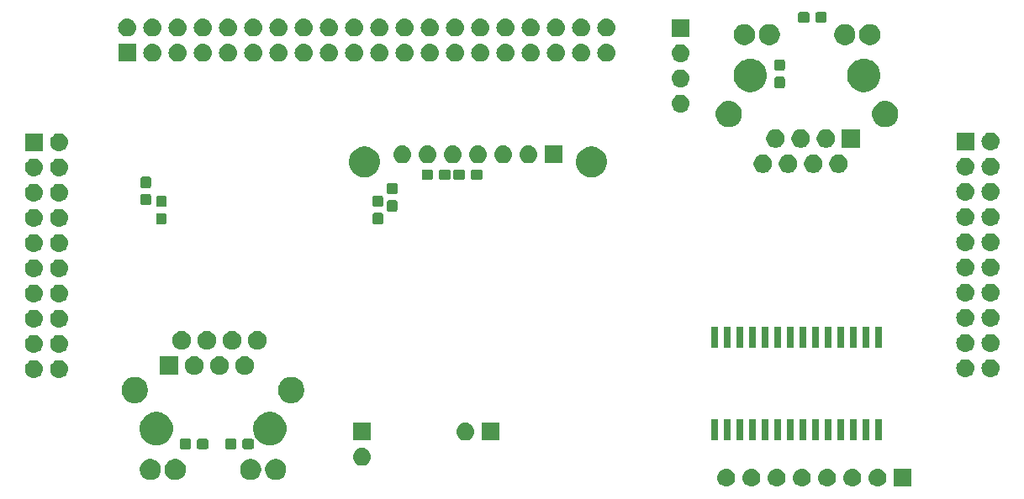
<source format=gbr>
G04 #@! TF.GenerationSoftware,KiCad,Pcbnew,5.1.4+dfsg1-1*
G04 #@! TF.CreationDate,2019-10-28T17:39:09+02:00*
G04 #@! TF.ProjectId,backplane,6261636b-706c-4616-9e65-2e6b69636164,rev?*
G04 #@! TF.SameCoordinates,Original*
G04 #@! TF.FileFunction,Soldermask,Bot*
G04 #@! TF.FilePolarity,Negative*
%FSLAX46Y46*%
G04 Gerber Fmt 4.6, Leading zero omitted, Abs format (unit mm)*
G04 Created by KiCad (PCBNEW 5.1.4+dfsg1-1) date 2019-10-28 17:39:09*
%MOMM*%
%LPD*%
G04 APERTURE LIST*
%ADD10C,0.100000*%
G04 APERTURE END LIST*
D10*
G36*
X151630443Y-116605519D02*
G01*
X151696627Y-116612037D01*
X151866466Y-116663557D01*
X152022991Y-116747222D01*
X152050612Y-116769890D01*
X152160186Y-116859814D01*
X152243448Y-116961271D01*
X152272778Y-116997009D01*
X152356443Y-117153534D01*
X152407963Y-117323373D01*
X152425359Y-117500000D01*
X152407963Y-117676627D01*
X152356443Y-117846466D01*
X152272778Y-118002991D01*
X152243448Y-118038729D01*
X152160186Y-118140186D01*
X152058729Y-118223448D01*
X152022991Y-118252778D01*
X151866466Y-118336443D01*
X151696627Y-118387963D01*
X151630443Y-118394481D01*
X151564260Y-118401000D01*
X151475740Y-118401000D01*
X151409557Y-118394481D01*
X151343373Y-118387963D01*
X151173534Y-118336443D01*
X151017009Y-118252778D01*
X150981271Y-118223448D01*
X150879814Y-118140186D01*
X150796552Y-118038729D01*
X150767222Y-118002991D01*
X150683557Y-117846466D01*
X150632037Y-117676627D01*
X150614641Y-117500000D01*
X150632037Y-117323373D01*
X150683557Y-117153534D01*
X150767222Y-116997009D01*
X150796552Y-116961271D01*
X150879814Y-116859814D01*
X150989388Y-116769890D01*
X151017009Y-116747222D01*
X151173534Y-116663557D01*
X151343373Y-116612037D01*
X151409557Y-116605519D01*
X151475740Y-116599000D01*
X151564260Y-116599000D01*
X151630443Y-116605519D01*
X151630443Y-116605519D01*
G37*
G36*
X166870443Y-116605519D02*
G01*
X166936627Y-116612037D01*
X167106466Y-116663557D01*
X167262991Y-116747222D01*
X167290612Y-116769890D01*
X167400186Y-116859814D01*
X167483448Y-116961271D01*
X167512778Y-116997009D01*
X167596443Y-117153534D01*
X167647963Y-117323373D01*
X167665359Y-117500000D01*
X167647963Y-117676627D01*
X167596443Y-117846466D01*
X167512778Y-118002991D01*
X167483448Y-118038729D01*
X167400186Y-118140186D01*
X167298729Y-118223448D01*
X167262991Y-118252778D01*
X167106466Y-118336443D01*
X166936627Y-118387963D01*
X166870443Y-118394481D01*
X166804260Y-118401000D01*
X166715740Y-118401000D01*
X166649557Y-118394481D01*
X166583373Y-118387963D01*
X166413534Y-118336443D01*
X166257009Y-118252778D01*
X166221271Y-118223448D01*
X166119814Y-118140186D01*
X166036552Y-118038729D01*
X166007222Y-118002991D01*
X165923557Y-117846466D01*
X165872037Y-117676627D01*
X165854641Y-117500000D01*
X165872037Y-117323373D01*
X165923557Y-117153534D01*
X166007222Y-116997009D01*
X166036552Y-116961271D01*
X166119814Y-116859814D01*
X166229388Y-116769890D01*
X166257009Y-116747222D01*
X166413534Y-116663557D01*
X166583373Y-116612037D01*
X166649557Y-116605519D01*
X166715740Y-116599000D01*
X166804260Y-116599000D01*
X166870443Y-116605519D01*
X166870443Y-116605519D01*
G37*
G36*
X170201000Y-118401000D02*
G01*
X168399000Y-118401000D01*
X168399000Y-116599000D01*
X170201000Y-116599000D01*
X170201000Y-118401000D01*
X170201000Y-118401000D01*
G37*
G36*
X164330443Y-116605519D02*
G01*
X164396627Y-116612037D01*
X164566466Y-116663557D01*
X164722991Y-116747222D01*
X164750612Y-116769890D01*
X164860186Y-116859814D01*
X164943448Y-116961271D01*
X164972778Y-116997009D01*
X165056443Y-117153534D01*
X165107963Y-117323373D01*
X165125359Y-117500000D01*
X165107963Y-117676627D01*
X165056443Y-117846466D01*
X164972778Y-118002991D01*
X164943448Y-118038729D01*
X164860186Y-118140186D01*
X164758729Y-118223448D01*
X164722991Y-118252778D01*
X164566466Y-118336443D01*
X164396627Y-118387963D01*
X164330443Y-118394481D01*
X164264260Y-118401000D01*
X164175740Y-118401000D01*
X164109557Y-118394481D01*
X164043373Y-118387963D01*
X163873534Y-118336443D01*
X163717009Y-118252778D01*
X163681271Y-118223448D01*
X163579814Y-118140186D01*
X163496552Y-118038729D01*
X163467222Y-118002991D01*
X163383557Y-117846466D01*
X163332037Y-117676627D01*
X163314641Y-117500000D01*
X163332037Y-117323373D01*
X163383557Y-117153534D01*
X163467222Y-116997009D01*
X163496552Y-116961271D01*
X163579814Y-116859814D01*
X163689388Y-116769890D01*
X163717009Y-116747222D01*
X163873534Y-116663557D01*
X164043373Y-116612037D01*
X164109557Y-116605519D01*
X164175740Y-116599000D01*
X164264260Y-116599000D01*
X164330443Y-116605519D01*
X164330443Y-116605519D01*
G37*
G36*
X161790443Y-116605519D02*
G01*
X161856627Y-116612037D01*
X162026466Y-116663557D01*
X162182991Y-116747222D01*
X162210612Y-116769890D01*
X162320186Y-116859814D01*
X162403448Y-116961271D01*
X162432778Y-116997009D01*
X162516443Y-117153534D01*
X162567963Y-117323373D01*
X162585359Y-117500000D01*
X162567963Y-117676627D01*
X162516443Y-117846466D01*
X162432778Y-118002991D01*
X162403448Y-118038729D01*
X162320186Y-118140186D01*
X162218729Y-118223448D01*
X162182991Y-118252778D01*
X162026466Y-118336443D01*
X161856627Y-118387963D01*
X161790443Y-118394481D01*
X161724260Y-118401000D01*
X161635740Y-118401000D01*
X161569557Y-118394481D01*
X161503373Y-118387963D01*
X161333534Y-118336443D01*
X161177009Y-118252778D01*
X161141271Y-118223448D01*
X161039814Y-118140186D01*
X160956552Y-118038729D01*
X160927222Y-118002991D01*
X160843557Y-117846466D01*
X160792037Y-117676627D01*
X160774641Y-117500000D01*
X160792037Y-117323373D01*
X160843557Y-117153534D01*
X160927222Y-116997009D01*
X160956552Y-116961271D01*
X161039814Y-116859814D01*
X161149388Y-116769890D01*
X161177009Y-116747222D01*
X161333534Y-116663557D01*
X161503373Y-116612037D01*
X161569557Y-116605519D01*
X161635740Y-116599000D01*
X161724260Y-116599000D01*
X161790443Y-116605519D01*
X161790443Y-116605519D01*
G37*
G36*
X156710443Y-116605519D02*
G01*
X156776627Y-116612037D01*
X156946466Y-116663557D01*
X157102991Y-116747222D01*
X157130612Y-116769890D01*
X157240186Y-116859814D01*
X157323448Y-116961271D01*
X157352778Y-116997009D01*
X157436443Y-117153534D01*
X157487963Y-117323373D01*
X157505359Y-117500000D01*
X157487963Y-117676627D01*
X157436443Y-117846466D01*
X157352778Y-118002991D01*
X157323448Y-118038729D01*
X157240186Y-118140186D01*
X157138729Y-118223448D01*
X157102991Y-118252778D01*
X156946466Y-118336443D01*
X156776627Y-118387963D01*
X156710443Y-118394481D01*
X156644260Y-118401000D01*
X156555740Y-118401000D01*
X156489557Y-118394481D01*
X156423373Y-118387963D01*
X156253534Y-118336443D01*
X156097009Y-118252778D01*
X156061271Y-118223448D01*
X155959814Y-118140186D01*
X155876552Y-118038729D01*
X155847222Y-118002991D01*
X155763557Y-117846466D01*
X155712037Y-117676627D01*
X155694641Y-117500000D01*
X155712037Y-117323373D01*
X155763557Y-117153534D01*
X155847222Y-116997009D01*
X155876552Y-116961271D01*
X155959814Y-116859814D01*
X156069388Y-116769890D01*
X156097009Y-116747222D01*
X156253534Y-116663557D01*
X156423373Y-116612037D01*
X156489557Y-116605519D01*
X156555740Y-116599000D01*
X156644260Y-116599000D01*
X156710443Y-116605519D01*
X156710443Y-116605519D01*
G37*
G36*
X159250443Y-116605519D02*
G01*
X159316627Y-116612037D01*
X159486466Y-116663557D01*
X159642991Y-116747222D01*
X159670612Y-116769890D01*
X159780186Y-116859814D01*
X159863448Y-116961271D01*
X159892778Y-116997009D01*
X159976443Y-117153534D01*
X160027963Y-117323373D01*
X160045359Y-117500000D01*
X160027963Y-117676627D01*
X159976443Y-117846466D01*
X159892778Y-118002991D01*
X159863448Y-118038729D01*
X159780186Y-118140186D01*
X159678729Y-118223448D01*
X159642991Y-118252778D01*
X159486466Y-118336443D01*
X159316627Y-118387963D01*
X159250443Y-118394481D01*
X159184260Y-118401000D01*
X159095740Y-118401000D01*
X159029557Y-118394481D01*
X158963373Y-118387963D01*
X158793534Y-118336443D01*
X158637009Y-118252778D01*
X158601271Y-118223448D01*
X158499814Y-118140186D01*
X158416552Y-118038729D01*
X158387222Y-118002991D01*
X158303557Y-117846466D01*
X158252037Y-117676627D01*
X158234641Y-117500000D01*
X158252037Y-117323373D01*
X158303557Y-117153534D01*
X158387222Y-116997009D01*
X158416552Y-116961271D01*
X158499814Y-116859814D01*
X158609388Y-116769890D01*
X158637009Y-116747222D01*
X158793534Y-116663557D01*
X158963373Y-116612037D01*
X159029557Y-116605519D01*
X159095740Y-116599000D01*
X159184260Y-116599000D01*
X159250443Y-116605519D01*
X159250443Y-116605519D01*
G37*
G36*
X154170443Y-116605519D02*
G01*
X154236627Y-116612037D01*
X154406466Y-116663557D01*
X154562991Y-116747222D01*
X154590612Y-116769890D01*
X154700186Y-116859814D01*
X154783448Y-116961271D01*
X154812778Y-116997009D01*
X154896443Y-117153534D01*
X154947963Y-117323373D01*
X154965359Y-117500000D01*
X154947963Y-117676627D01*
X154896443Y-117846466D01*
X154812778Y-118002991D01*
X154783448Y-118038729D01*
X154700186Y-118140186D01*
X154598729Y-118223448D01*
X154562991Y-118252778D01*
X154406466Y-118336443D01*
X154236627Y-118387963D01*
X154170443Y-118394481D01*
X154104260Y-118401000D01*
X154015740Y-118401000D01*
X153949557Y-118394481D01*
X153883373Y-118387963D01*
X153713534Y-118336443D01*
X153557009Y-118252778D01*
X153521271Y-118223448D01*
X153419814Y-118140186D01*
X153336552Y-118038729D01*
X153307222Y-118002991D01*
X153223557Y-117846466D01*
X153172037Y-117676627D01*
X153154641Y-117500000D01*
X153172037Y-117323373D01*
X153223557Y-117153534D01*
X153307222Y-116997009D01*
X153336552Y-116961271D01*
X153419814Y-116859814D01*
X153529388Y-116769890D01*
X153557009Y-116747222D01*
X153713534Y-116663557D01*
X153883373Y-116612037D01*
X153949557Y-116605519D01*
X154015740Y-116599000D01*
X154104260Y-116599000D01*
X154170443Y-116605519D01*
X154170443Y-116605519D01*
G37*
G36*
X103940831Y-115638803D02*
G01*
X104135012Y-115719236D01*
X104135014Y-115719237D01*
X104309773Y-115836007D01*
X104458393Y-115984627D01*
X104566739Y-116146779D01*
X104575164Y-116159388D01*
X104655597Y-116353569D01*
X104696600Y-116559708D01*
X104696600Y-116769892D01*
X104655597Y-116976031D01*
X104582073Y-117153532D01*
X104575163Y-117170214D01*
X104458393Y-117344973D01*
X104309773Y-117493593D01*
X104135014Y-117610363D01*
X104135013Y-117610364D01*
X104135012Y-117610364D01*
X103940831Y-117690797D01*
X103734692Y-117731800D01*
X103524508Y-117731800D01*
X103318369Y-117690797D01*
X103124188Y-117610364D01*
X103124187Y-117610364D01*
X103124186Y-117610363D01*
X102949427Y-117493593D01*
X102800807Y-117344973D01*
X102684037Y-117170214D01*
X102677127Y-117153532D01*
X102603603Y-116976031D01*
X102562600Y-116769892D01*
X102562600Y-116559708D01*
X102603603Y-116353569D01*
X102684036Y-116159388D01*
X102692461Y-116146779D01*
X102800807Y-115984627D01*
X102949427Y-115836007D01*
X103124186Y-115719237D01*
X103124188Y-115719236D01*
X103318369Y-115638803D01*
X103524508Y-115597800D01*
X103734692Y-115597800D01*
X103940831Y-115638803D01*
X103940831Y-115638803D01*
G37*
G36*
X96346231Y-115638803D02*
G01*
X96540412Y-115719236D01*
X96540414Y-115719237D01*
X96715173Y-115836007D01*
X96863793Y-115984627D01*
X96972139Y-116146779D01*
X96980564Y-116159388D01*
X97060997Y-116353569D01*
X97102000Y-116559708D01*
X97102000Y-116769892D01*
X97060997Y-116976031D01*
X96987473Y-117153532D01*
X96980563Y-117170214D01*
X96863793Y-117344973D01*
X96715173Y-117493593D01*
X96540414Y-117610363D01*
X96540413Y-117610364D01*
X96540412Y-117610364D01*
X96346231Y-117690797D01*
X96140092Y-117731800D01*
X95929908Y-117731800D01*
X95723769Y-117690797D01*
X95529588Y-117610364D01*
X95529587Y-117610364D01*
X95529586Y-117610363D01*
X95354827Y-117493593D01*
X95206207Y-117344973D01*
X95089437Y-117170214D01*
X95082527Y-117153532D01*
X95009003Y-116976031D01*
X94968000Y-116769892D01*
X94968000Y-116559708D01*
X95009003Y-116353569D01*
X95089436Y-116159388D01*
X95097861Y-116146779D01*
X95206207Y-115984627D01*
X95354827Y-115836007D01*
X95529586Y-115719237D01*
X95529588Y-115719236D01*
X95723769Y-115638803D01*
X95929908Y-115597800D01*
X96140092Y-115597800D01*
X96346231Y-115638803D01*
X96346231Y-115638803D01*
G37*
G36*
X106455431Y-115638803D02*
G01*
X106649612Y-115719236D01*
X106649614Y-115719237D01*
X106824373Y-115836007D01*
X106972993Y-115984627D01*
X107081339Y-116146779D01*
X107089764Y-116159388D01*
X107170197Y-116353569D01*
X107211200Y-116559708D01*
X107211200Y-116769892D01*
X107170197Y-116976031D01*
X107096673Y-117153532D01*
X107089763Y-117170214D01*
X106972993Y-117344973D01*
X106824373Y-117493593D01*
X106649614Y-117610363D01*
X106649613Y-117610364D01*
X106649612Y-117610364D01*
X106455431Y-117690797D01*
X106249292Y-117731800D01*
X106039108Y-117731800D01*
X105832969Y-117690797D01*
X105638788Y-117610364D01*
X105638787Y-117610364D01*
X105638786Y-117610363D01*
X105464027Y-117493593D01*
X105315407Y-117344973D01*
X105198637Y-117170214D01*
X105191727Y-117153532D01*
X105118203Y-116976031D01*
X105077200Y-116769892D01*
X105077200Y-116559708D01*
X105118203Y-116353569D01*
X105198636Y-116159388D01*
X105207061Y-116146779D01*
X105315407Y-115984627D01*
X105464027Y-115836007D01*
X105638786Y-115719237D01*
X105638788Y-115719236D01*
X105832969Y-115638803D01*
X106039108Y-115597800D01*
X106249292Y-115597800D01*
X106455431Y-115638803D01*
X106455431Y-115638803D01*
G37*
G36*
X93831631Y-115638803D02*
G01*
X94025812Y-115719236D01*
X94025814Y-115719237D01*
X94200573Y-115836007D01*
X94349193Y-115984627D01*
X94457539Y-116146779D01*
X94465964Y-116159388D01*
X94546397Y-116353569D01*
X94587400Y-116559708D01*
X94587400Y-116769892D01*
X94546397Y-116976031D01*
X94472873Y-117153532D01*
X94465963Y-117170214D01*
X94349193Y-117344973D01*
X94200573Y-117493593D01*
X94025814Y-117610363D01*
X94025813Y-117610364D01*
X94025812Y-117610364D01*
X93831631Y-117690797D01*
X93625492Y-117731800D01*
X93415308Y-117731800D01*
X93209169Y-117690797D01*
X93014988Y-117610364D01*
X93014987Y-117610364D01*
X93014986Y-117610363D01*
X92840227Y-117493593D01*
X92691607Y-117344973D01*
X92574837Y-117170214D01*
X92567927Y-117153532D01*
X92494403Y-116976031D01*
X92453400Y-116769892D01*
X92453400Y-116559708D01*
X92494403Y-116353569D01*
X92574836Y-116159388D01*
X92583261Y-116146779D01*
X92691607Y-115984627D01*
X92840227Y-115836007D01*
X93014986Y-115719237D01*
X93014988Y-115719236D01*
X93209169Y-115638803D01*
X93415308Y-115597800D01*
X93625492Y-115597800D01*
X93831631Y-115638803D01*
X93831631Y-115638803D01*
G37*
G36*
X114940443Y-114499519D02*
G01*
X115006627Y-114506037D01*
X115176466Y-114557557D01*
X115332991Y-114641222D01*
X115368729Y-114670552D01*
X115470186Y-114753814D01*
X115553448Y-114855271D01*
X115582778Y-114891009D01*
X115666443Y-115047534D01*
X115717963Y-115217373D01*
X115735359Y-115394000D01*
X115717963Y-115570627D01*
X115666443Y-115740466D01*
X115582778Y-115896991D01*
X115553448Y-115932729D01*
X115470186Y-116034186D01*
X115368729Y-116117448D01*
X115332991Y-116146778D01*
X115176466Y-116230443D01*
X115006627Y-116281963D01*
X114940443Y-116288481D01*
X114874260Y-116295000D01*
X114785740Y-116295000D01*
X114719557Y-116288481D01*
X114653373Y-116281963D01*
X114483534Y-116230443D01*
X114327009Y-116146778D01*
X114291271Y-116117448D01*
X114189814Y-116034186D01*
X114106552Y-115932729D01*
X114077222Y-115896991D01*
X113993557Y-115740466D01*
X113942037Y-115570627D01*
X113924641Y-115394000D01*
X113942037Y-115217373D01*
X113993557Y-115047534D01*
X114077222Y-114891009D01*
X114106552Y-114855271D01*
X114189814Y-114753814D01*
X114291271Y-114670552D01*
X114327009Y-114641222D01*
X114483534Y-114557557D01*
X114653373Y-114506037D01*
X114719557Y-114499519D01*
X114785740Y-114493000D01*
X114874260Y-114493000D01*
X114940443Y-114499519D01*
X114940443Y-114499519D01*
G37*
G36*
X103789499Y-113578445D02*
G01*
X103826995Y-113589820D01*
X103861554Y-113608292D01*
X103891847Y-113633153D01*
X103916708Y-113663446D01*
X103935180Y-113698005D01*
X103946555Y-113735501D01*
X103951000Y-113780638D01*
X103951000Y-114419362D01*
X103946555Y-114464499D01*
X103935180Y-114501995D01*
X103916708Y-114536554D01*
X103891847Y-114566847D01*
X103861554Y-114591708D01*
X103826995Y-114610180D01*
X103789499Y-114621555D01*
X103744362Y-114626000D01*
X103005638Y-114626000D01*
X102960501Y-114621555D01*
X102923005Y-114610180D01*
X102888446Y-114591708D01*
X102858153Y-114566847D01*
X102833292Y-114536554D01*
X102814820Y-114501995D01*
X102803445Y-114464499D01*
X102799000Y-114419362D01*
X102799000Y-113780638D01*
X102803445Y-113735501D01*
X102814820Y-113698005D01*
X102833292Y-113663446D01*
X102858153Y-113633153D01*
X102888446Y-113608292D01*
X102923005Y-113589820D01*
X102960501Y-113578445D01*
X103005638Y-113574000D01*
X103744362Y-113574000D01*
X103789499Y-113578445D01*
X103789499Y-113578445D01*
G37*
G36*
X102039499Y-113578445D02*
G01*
X102076995Y-113589820D01*
X102111554Y-113608292D01*
X102141847Y-113633153D01*
X102166708Y-113663446D01*
X102185180Y-113698005D01*
X102196555Y-113735501D01*
X102201000Y-113780638D01*
X102201000Y-114419362D01*
X102196555Y-114464499D01*
X102185180Y-114501995D01*
X102166708Y-114536554D01*
X102141847Y-114566847D01*
X102111554Y-114591708D01*
X102076995Y-114610180D01*
X102039499Y-114621555D01*
X101994362Y-114626000D01*
X101255638Y-114626000D01*
X101210501Y-114621555D01*
X101173005Y-114610180D01*
X101138446Y-114591708D01*
X101108153Y-114566847D01*
X101083292Y-114536554D01*
X101064820Y-114501995D01*
X101053445Y-114464499D01*
X101049000Y-114419362D01*
X101049000Y-113780638D01*
X101053445Y-113735501D01*
X101064820Y-113698005D01*
X101083292Y-113663446D01*
X101108153Y-113633153D01*
X101138446Y-113608292D01*
X101173005Y-113589820D01*
X101210501Y-113578445D01*
X101255638Y-113574000D01*
X101994362Y-113574000D01*
X102039499Y-113578445D01*
X102039499Y-113578445D01*
G37*
G36*
X99214499Y-113578445D02*
G01*
X99251995Y-113589820D01*
X99286554Y-113608292D01*
X99316847Y-113633153D01*
X99341708Y-113663446D01*
X99360180Y-113698005D01*
X99371555Y-113735501D01*
X99376000Y-113780638D01*
X99376000Y-114419362D01*
X99371555Y-114464499D01*
X99360180Y-114501995D01*
X99341708Y-114536554D01*
X99316847Y-114566847D01*
X99286554Y-114591708D01*
X99251995Y-114610180D01*
X99214499Y-114621555D01*
X99169362Y-114626000D01*
X98430638Y-114626000D01*
X98385501Y-114621555D01*
X98348005Y-114610180D01*
X98313446Y-114591708D01*
X98283153Y-114566847D01*
X98258292Y-114536554D01*
X98239820Y-114501995D01*
X98228445Y-114464499D01*
X98224000Y-114419362D01*
X98224000Y-113780638D01*
X98228445Y-113735501D01*
X98239820Y-113698005D01*
X98258292Y-113663446D01*
X98283153Y-113633153D01*
X98313446Y-113608292D01*
X98348005Y-113589820D01*
X98385501Y-113578445D01*
X98430638Y-113574000D01*
X99169362Y-113574000D01*
X99214499Y-113578445D01*
X99214499Y-113578445D01*
G37*
G36*
X97464499Y-113578445D02*
G01*
X97501995Y-113589820D01*
X97536554Y-113608292D01*
X97566847Y-113633153D01*
X97591708Y-113663446D01*
X97610180Y-113698005D01*
X97621555Y-113735501D01*
X97626000Y-113780638D01*
X97626000Y-114419362D01*
X97621555Y-114464499D01*
X97610180Y-114501995D01*
X97591708Y-114536554D01*
X97566847Y-114566847D01*
X97536554Y-114591708D01*
X97501995Y-114610180D01*
X97464499Y-114621555D01*
X97419362Y-114626000D01*
X96680638Y-114626000D01*
X96635501Y-114621555D01*
X96598005Y-114610180D01*
X96563446Y-114591708D01*
X96533153Y-114566847D01*
X96508292Y-114536554D01*
X96489820Y-114501995D01*
X96478445Y-114464499D01*
X96474000Y-114419362D01*
X96474000Y-113780638D01*
X96478445Y-113735501D01*
X96489820Y-113698005D01*
X96508292Y-113663446D01*
X96533153Y-113633153D01*
X96563446Y-113608292D01*
X96598005Y-113589820D01*
X96635501Y-113578445D01*
X96680638Y-113574000D01*
X97419362Y-113574000D01*
X97464499Y-113578445D01*
X97464499Y-113578445D01*
G37*
G36*
X105887088Y-110905615D02*
G01*
X106049046Y-110937831D01*
X106354168Y-111064217D01*
X106628770Y-111247700D01*
X106862300Y-111481230D01*
X107045783Y-111755832D01*
X107172169Y-112060954D01*
X107236600Y-112384869D01*
X107236600Y-112715131D01*
X107172169Y-113039046D01*
X107045783Y-113344168D01*
X106862300Y-113618770D01*
X106628770Y-113852300D01*
X106354168Y-114035783D01*
X106049046Y-114162169D01*
X105887088Y-114194385D01*
X105725132Y-114226600D01*
X105394868Y-114226600D01*
X105232912Y-114194385D01*
X105070954Y-114162169D01*
X104765832Y-114035783D01*
X104491230Y-113852300D01*
X104257700Y-113618770D01*
X104074217Y-113344168D01*
X103947831Y-113039046D01*
X103883400Y-112715131D01*
X103883400Y-112384869D01*
X103947831Y-112060954D01*
X104074217Y-111755832D01*
X104257700Y-111481230D01*
X104491230Y-111247700D01*
X104765832Y-111064217D01*
X105070954Y-110937831D01*
X105232912Y-110905615D01*
X105394868Y-110873400D01*
X105725132Y-110873400D01*
X105887088Y-110905615D01*
X105887088Y-110905615D01*
G37*
G36*
X94457088Y-110905615D02*
G01*
X94619046Y-110937831D01*
X94924168Y-111064217D01*
X95198770Y-111247700D01*
X95432300Y-111481230D01*
X95615783Y-111755832D01*
X95742169Y-112060954D01*
X95806600Y-112384869D01*
X95806600Y-112715131D01*
X95742169Y-113039046D01*
X95615783Y-113344168D01*
X95432300Y-113618770D01*
X95198770Y-113852300D01*
X94924168Y-114035783D01*
X94619046Y-114162169D01*
X94457088Y-114194385D01*
X94295132Y-114226600D01*
X93964868Y-114226600D01*
X93802912Y-114194385D01*
X93640954Y-114162169D01*
X93335832Y-114035783D01*
X93061230Y-113852300D01*
X92827700Y-113618770D01*
X92644217Y-113344168D01*
X92517831Y-113039046D01*
X92453400Y-112715131D01*
X92453400Y-112384869D01*
X92517831Y-112060954D01*
X92644217Y-111755832D01*
X92827700Y-111481230D01*
X93061230Y-111247700D01*
X93335832Y-111064217D01*
X93640954Y-110937831D01*
X93802912Y-110905615D01*
X93964868Y-110873400D01*
X94295132Y-110873400D01*
X94457088Y-110905615D01*
X94457088Y-110905615D01*
G37*
G36*
X115731000Y-113755000D02*
G01*
X113929000Y-113755000D01*
X113929000Y-111953000D01*
X115731000Y-111953000D01*
X115731000Y-113755000D01*
X115731000Y-113755000D01*
G37*
G36*
X125354442Y-111959518D02*
G01*
X125420627Y-111966037D01*
X125590466Y-112017557D01*
X125746991Y-112101222D01*
X125782729Y-112130552D01*
X125884186Y-112213814D01*
X125967448Y-112315271D01*
X125996778Y-112351009D01*
X126080443Y-112507534D01*
X126131963Y-112677373D01*
X126149359Y-112854000D01*
X126131963Y-113030627D01*
X126080443Y-113200466D01*
X125996778Y-113356991D01*
X125967448Y-113392729D01*
X125884186Y-113494186D01*
X125786931Y-113574000D01*
X125746991Y-113606778D01*
X125590466Y-113690443D01*
X125420627Y-113741963D01*
X125354443Y-113748481D01*
X125288260Y-113755000D01*
X125199740Y-113755000D01*
X125133557Y-113748481D01*
X125067373Y-113741963D01*
X124897534Y-113690443D01*
X124741009Y-113606778D01*
X124701069Y-113574000D01*
X124603814Y-113494186D01*
X124520552Y-113392729D01*
X124491222Y-113356991D01*
X124407557Y-113200466D01*
X124356037Y-113030627D01*
X124338641Y-112854000D01*
X124356037Y-112677373D01*
X124407557Y-112507534D01*
X124491222Y-112351009D01*
X124520552Y-112315271D01*
X124603814Y-112213814D01*
X124705271Y-112130552D01*
X124741009Y-112101222D01*
X124897534Y-112017557D01*
X125067373Y-111966037D01*
X125133558Y-111959518D01*
X125199740Y-111953000D01*
X125288260Y-111953000D01*
X125354442Y-111959518D01*
X125354442Y-111959518D01*
G37*
G36*
X128685000Y-113755000D02*
G01*
X126883000Y-113755000D01*
X126883000Y-111953000D01*
X128685000Y-111953000D01*
X128685000Y-113755000D01*
X128685000Y-113755000D01*
G37*
G36*
X150604928Y-111576764D02*
G01*
X150626009Y-111583160D01*
X150645445Y-111593548D01*
X150662476Y-111607524D01*
X150676452Y-111624555D01*
X150686840Y-111643991D01*
X150693236Y-111665072D01*
X150696000Y-111693140D01*
X150696000Y-113606860D01*
X150693236Y-113634928D01*
X150686840Y-113656009D01*
X150676452Y-113675445D01*
X150662476Y-113692476D01*
X150645445Y-113706452D01*
X150626009Y-113716840D01*
X150604928Y-113723236D01*
X150576860Y-113726000D01*
X150113140Y-113726000D01*
X150085072Y-113723236D01*
X150063991Y-113716840D01*
X150044555Y-113706452D01*
X150027524Y-113692476D01*
X150013548Y-113675445D01*
X150003160Y-113656009D01*
X149996764Y-113634928D01*
X149994000Y-113606860D01*
X149994000Y-111693140D01*
X149996764Y-111665072D01*
X150003160Y-111643991D01*
X150013548Y-111624555D01*
X150027524Y-111607524D01*
X150044555Y-111593548D01*
X150063991Y-111583160D01*
X150085072Y-111576764D01*
X150113140Y-111574000D01*
X150576860Y-111574000D01*
X150604928Y-111576764D01*
X150604928Y-111576764D01*
G37*
G36*
X151874928Y-111576764D02*
G01*
X151896009Y-111583160D01*
X151915445Y-111593548D01*
X151932476Y-111607524D01*
X151946452Y-111624555D01*
X151956840Y-111643991D01*
X151963236Y-111665072D01*
X151966000Y-111693140D01*
X151966000Y-113606860D01*
X151963236Y-113634928D01*
X151956840Y-113656009D01*
X151946452Y-113675445D01*
X151932476Y-113692476D01*
X151915445Y-113706452D01*
X151896009Y-113716840D01*
X151874928Y-113723236D01*
X151846860Y-113726000D01*
X151383140Y-113726000D01*
X151355072Y-113723236D01*
X151333991Y-113716840D01*
X151314555Y-113706452D01*
X151297524Y-113692476D01*
X151283548Y-113675445D01*
X151273160Y-113656009D01*
X151266764Y-113634928D01*
X151264000Y-113606860D01*
X151264000Y-111693140D01*
X151266764Y-111665072D01*
X151273160Y-111643991D01*
X151283548Y-111624555D01*
X151297524Y-111607524D01*
X151314555Y-111593548D01*
X151333991Y-111583160D01*
X151355072Y-111576764D01*
X151383140Y-111574000D01*
X151846860Y-111574000D01*
X151874928Y-111576764D01*
X151874928Y-111576764D01*
G37*
G36*
X153144928Y-111576764D02*
G01*
X153166009Y-111583160D01*
X153185445Y-111593548D01*
X153202476Y-111607524D01*
X153216452Y-111624555D01*
X153226840Y-111643991D01*
X153233236Y-111665072D01*
X153236000Y-111693140D01*
X153236000Y-113606860D01*
X153233236Y-113634928D01*
X153226840Y-113656009D01*
X153216452Y-113675445D01*
X153202476Y-113692476D01*
X153185445Y-113706452D01*
X153166009Y-113716840D01*
X153144928Y-113723236D01*
X153116860Y-113726000D01*
X152653140Y-113726000D01*
X152625072Y-113723236D01*
X152603991Y-113716840D01*
X152584555Y-113706452D01*
X152567524Y-113692476D01*
X152553548Y-113675445D01*
X152543160Y-113656009D01*
X152536764Y-113634928D01*
X152534000Y-113606860D01*
X152534000Y-111693140D01*
X152536764Y-111665072D01*
X152543160Y-111643991D01*
X152553548Y-111624555D01*
X152567524Y-111607524D01*
X152584555Y-111593548D01*
X152603991Y-111583160D01*
X152625072Y-111576764D01*
X152653140Y-111574000D01*
X153116860Y-111574000D01*
X153144928Y-111576764D01*
X153144928Y-111576764D01*
G37*
G36*
X154414928Y-111576764D02*
G01*
X154436009Y-111583160D01*
X154455445Y-111593548D01*
X154472476Y-111607524D01*
X154486452Y-111624555D01*
X154496840Y-111643991D01*
X154503236Y-111665072D01*
X154506000Y-111693140D01*
X154506000Y-113606860D01*
X154503236Y-113634928D01*
X154496840Y-113656009D01*
X154486452Y-113675445D01*
X154472476Y-113692476D01*
X154455445Y-113706452D01*
X154436009Y-113716840D01*
X154414928Y-113723236D01*
X154386860Y-113726000D01*
X153923140Y-113726000D01*
X153895072Y-113723236D01*
X153873991Y-113716840D01*
X153854555Y-113706452D01*
X153837524Y-113692476D01*
X153823548Y-113675445D01*
X153813160Y-113656009D01*
X153806764Y-113634928D01*
X153804000Y-113606860D01*
X153804000Y-111693140D01*
X153806764Y-111665072D01*
X153813160Y-111643991D01*
X153823548Y-111624555D01*
X153837524Y-111607524D01*
X153854555Y-111593548D01*
X153873991Y-111583160D01*
X153895072Y-111576764D01*
X153923140Y-111574000D01*
X154386860Y-111574000D01*
X154414928Y-111576764D01*
X154414928Y-111576764D01*
G37*
G36*
X155684928Y-111576764D02*
G01*
X155706009Y-111583160D01*
X155725445Y-111593548D01*
X155742476Y-111607524D01*
X155756452Y-111624555D01*
X155766840Y-111643991D01*
X155773236Y-111665072D01*
X155776000Y-111693140D01*
X155776000Y-113606860D01*
X155773236Y-113634928D01*
X155766840Y-113656009D01*
X155756452Y-113675445D01*
X155742476Y-113692476D01*
X155725445Y-113706452D01*
X155706009Y-113716840D01*
X155684928Y-113723236D01*
X155656860Y-113726000D01*
X155193140Y-113726000D01*
X155165072Y-113723236D01*
X155143991Y-113716840D01*
X155124555Y-113706452D01*
X155107524Y-113692476D01*
X155093548Y-113675445D01*
X155083160Y-113656009D01*
X155076764Y-113634928D01*
X155074000Y-113606860D01*
X155074000Y-111693140D01*
X155076764Y-111665072D01*
X155083160Y-111643991D01*
X155093548Y-111624555D01*
X155107524Y-111607524D01*
X155124555Y-111593548D01*
X155143991Y-111583160D01*
X155165072Y-111576764D01*
X155193140Y-111574000D01*
X155656860Y-111574000D01*
X155684928Y-111576764D01*
X155684928Y-111576764D01*
G37*
G36*
X156954928Y-111576764D02*
G01*
X156976009Y-111583160D01*
X156995445Y-111593548D01*
X157012476Y-111607524D01*
X157026452Y-111624555D01*
X157036840Y-111643991D01*
X157043236Y-111665072D01*
X157046000Y-111693140D01*
X157046000Y-113606860D01*
X157043236Y-113634928D01*
X157036840Y-113656009D01*
X157026452Y-113675445D01*
X157012476Y-113692476D01*
X156995445Y-113706452D01*
X156976009Y-113716840D01*
X156954928Y-113723236D01*
X156926860Y-113726000D01*
X156463140Y-113726000D01*
X156435072Y-113723236D01*
X156413991Y-113716840D01*
X156394555Y-113706452D01*
X156377524Y-113692476D01*
X156363548Y-113675445D01*
X156353160Y-113656009D01*
X156346764Y-113634928D01*
X156344000Y-113606860D01*
X156344000Y-111693140D01*
X156346764Y-111665072D01*
X156353160Y-111643991D01*
X156363548Y-111624555D01*
X156377524Y-111607524D01*
X156394555Y-111593548D01*
X156413991Y-111583160D01*
X156435072Y-111576764D01*
X156463140Y-111574000D01*
X156926860Y-111574000D01*
X156954928Y-111576764D01*
X156954928Y-111576764D01*
G37*
G36*
X159494928Y-111576764D02*
G01*
X159516009Y-111583160D01*
X159535445Y-111593548D01*
X159552476Y-111607524D01*
X159566452Y-111624555D01*
X159576840Y-111643991D01*
X159583236Y-111665072D01*
X159586000Y-111693140D01*
X159586000Y-113606860D01*
X159583236Y-113634928D01*
X159576840Y-113656009D01*
X159566452Y-113675445D01*
X159552476Y-113692476D01*
X159535445Y-113706452D01*
X159516009Y-113716840D01*
X159494928Y-113723236D01*
X159466860Y-113726000D01*
X159003140Y-113726000D01*
X158975072Y-113723236D01*
X158953991Y-113716840D01*
X158934555Y-113706452D01*
X158917524Y-113692476D01*
X158903548Y-113675445D01*
X158893160Y-113656009D01*
X158886764Y-113634928D01*
X158884000Y-113606860D01*
X158884000Y-111693140D01*
X158886764Y-111665072D01*
X158893160Y-111643991D01*
X158903548Y-111624555D01*
X158917524Y-111607524D01*
X158934555Y-111593548D01*
X158953991Y-111583160D01*
X158975072Y-111576764D01*
X159003140Y-111574000D01*
X159466860Y-111574000D01*
X159494928Y-111576764D01*
X159494928Y-111576764D01*
G37*
G36*
X160764928Y-111576764D02*
G01*
X160786009Y-111583160D01*
X160805445Y-111593548D01*
X160822476Y-111607524D01*
X160836452Y-111624555D01*
X160846840Y-111643991D01*
X160853236Y-111665072D01*
X160856000Y-111693140D01*
X160856000Y-113606860D01*
X160853236Y-113634928D01*
X160846840Y-113656009D01*
X160836452Y-113675445D01*
X160822476Y-113692476D01*
X160805445Y-113706452D01*
X160786009Y-113716840D01*
X160764928Y-113723236D01*
X160736860Y-113726000D01*
X160273140Y-113726000D01*
X160245072Y-113723236D01*
X160223991Y-113716840D01*
X160204555Y-113706452D01*
X160187524Y-113692476D01*
X160173548Y-113675445D01*
X160163160Y-113656009D01*
X160156764Y-113634928D01*
X160154000Y-113606860D01*
X160154000Y-111693140D01*
X160156764Y-111665072D01*
X160163160Y-111643991D01*
X160173548Y-111624555D01*
X160187524Y-111607524D01*
X160204555Y-111593548D01*
X160223991Y-111583160D01*
X160245072Y-111576764D01*
X160273140Y-111574000D01*
X160736860Y-111574000D01*
X160764928Y-111576764D01*
X160764928Y-111576764D01*
G37*
G36*
X162034928Y-111576764D02*
G01*
X162056009Y-111583160D01*
X162075445Y-111593548D01*
X162092476Y-111607524D01*
X162106452Y-111624555D01*
X162116840Y-111643991D01*
X162123236Y-111665072D01*
X162126000Y-111693140D01*
X162126000Y-113606860D01*
X162123236Y-113634928D01*
X162116840Y-113656009D01*
X162106452Y-113675445D01*
X162092476Y-113692476D01*
X162075445Y-113706452D01*
X162056009Y-113716840D01*
X162034928Y-113723236D01*
X162006860Y-113726000D01*
X161543140Y-113726000D01*
X161515072Y-113723236D01*
X161493991Y-113716840D01*
X161474555Y-113706452D01*
X161457524Y-113692476D01*
X161443548Y-113675445D01*
X161433160Y-113656009D01*
X161426764Y-113634928D01*
X161424000Y-113606860D01*
X161424000Y-111693140D01*
X161426764Y-111665072D01*
X161433160Y-111643991D01*
X161443548Y-111624555D01*
X161457524Y-111607524D01*
X161474555Y-111593548D01*
X161493991Y-111583160D01*
X161515072Y-111576764D01*
X161543140Y-111574000D01*
X162006860Y-111574000D01*
X162034928Y-111576764D01*
X162034928Y-111576764D01*
G37*
G36*
X163304928Y-111576764D02*
G01*
X163326009Y-111583160D01*
X163345445Y-111593548D01*
X163362476Y-111607524D01*
X163376452Y-111624555D01*
X163386840Y-111643991D01*
X163393236Y-111665072D01*
X163396000Y-111693140D01*
X163396000Y-113606860D01*
X163393236Y-113634928D01*
X163386840Y-113656009D01*
X163376452Y-113675445D01*
X163362476Y-113692476D01*
X163345445Y-113706452D01*
X163326009Y-113716840D01*
X163304928Y-113723236D01*
X163276860Y-113726000D01*
X162813140Y-113726000D01*
X162785072Y-113723236D01*
X162763991Y-113716840D01*
X162744555Y-113706452D01*
X162727524Y-113692476D01*
X162713548Y-113675445D01*
X162703160Y-113656009D01*
X162696764Y-113634928D01*
X162694000Y-113606860D01*
X162694000Y-111693140D01*
X162696764Y-111665072D01*
X162703160Y-111643991D01*
X162713548Y-111624555D01*
X162727524Y-111607524D01*
X162744555Y-111593548D01*
X162763991Y-111583160D01*
X162785072Y-111576764D01*
X162813140Y-111574000D01*
X163276860Y-111574000D01*
X163304928Y-111576764D01*
X163304928Y-111576764D01*
G37*
G36*
X164574928Y-111576764D02*
G01*
X164596009Y-111583160D01*
X164615445Y-111593548D01*
X164632476Y-111607524D01*
X164646452Y-111624555D01*
X164656840Y-111643991D01*
X164663236Y-111665072D01*
X164666000Y-111693140D01*
X164666000Y-113606860D01*
X164663236Y-113634928D01*
X164656840Y-113656009D01*
X164646452Y-113675445D01*
X164632476Y-113692476D01*
X164615445Y-113706452D01*
X164596009Y-113716840D01*
X164574928Y-113723236D01*
X164546860Y-113726000D01*
X164083140Y-113726000D01*
X164055072Y-113723236D01*
X164033991Y-113716840D01*
X164014555Y-113706452D01*
X163997524Y-113692476D01*
X163983548Y-113675445D01*
X163973160Y-113656009D01*
X163966764Y-113634928D01*
X163964000Y-113606860D01*
X163964000Y-111693140D01*
X163966764Y-111665072D01*
X163973160Y-111643991D01*
X163983548Y-111624555D01*
X163997524Y-111607524D01*
X164014555Y-111593548D01*
X164033991Y-111583160D01*
X164055072Y-111576764D01*
X164083140Y-111574000D01*
X164546860Y-111574000D01*
X164574928Y-111576764D01*
X164574928Y-111576764D01*
G37*
G36*
X165844928Y-111576764D02*
G01*
X165866009Y-111583160D01*
X165885445Y-111593548D01*
X165902476Y-111607524D01*
X165916452Y-111624555D01*
X165926840Y-111643991D01*
X165933236Y-111665072D01*
X165936000Y-111693140D01*
X165936000Y-113606860D01*
X165933236Y-113634928D01*
X165926840Y-113656009D01*
X165916452Y-113675445D01*
X165902476Y-113692476D01*
X165885445Y-113706452D01*
X165866009Y-113716840D01*
X165844928Y-113723236D01*
X165816860Y-113726000D01*
X165353140Y-113726000D01*
X165325072Y-113723236D01*
X165303991Y-113716840D01*
X165284555Y-113706452D01*
X165267524Y-113692476D01*
X165253548Y-113675445D01*
X165243160Y-113656009D01*
X165236764Y-113634928D01*
X165234000Y-113606860D01*
X165234000Y-111693140D01*
X165236764Y-111665072D01*
X165243160Y-111643991D01*
X165253548Y-111624555D01*
X165267524Y-111607524D01*
X165284555Y-111593548D01*
X165303991Y-111583160D01*
X165325072Y-111576764D01*
X165353140Y-111574000D01*
X165816860Y-111574000D01*
X165844928Y-111576764D01*
X165844928Y-111576764D01*
G37*
G36*
X167114928Y-111576764D02*
G01*
X167136009Y-111583160D01*
X167155445Y-111593548D01*
X167172476Y-111607524D01*
X167186452Y-111624555D01*
X167196840Y-111643991D01*
X167203236Y-111665072D01*
X167206000Y-111693140D01*
X167206000Y-113606860D01*
X167203236Y-113634928D01*
X167196840Y-113656009D01*
X167186452Y-113675445D01*
X167172476Y-113692476D01*
X167155445Y-113706452D01*
X167136009Y-113716840D01*
X167114928Y-113723236D01*
X167086860Y-113726000D01*
X166623140Y-113726000D01*
X166595072Y-113723236D01*
X166573991Y-113716840D01*
X166554555Y-113706452D01*
X166537524Y-113692476D01*
X166523548Y-113675445D01*
X166513160Y-113656009D01*
X166506764Y-113634928D01*
X166504000Y-113606860D01*
X166504000Y-111693140D01*
X166506764Y-111665072D01*
X166513160Y-111643991D01*
X166523548Y-111624555D01*
X166537524Y-111607524D01*
X166554555Y-111593548D01*
X166573991Y-111583160D01*
X166595072Y-111576764D01*
X166623140Y-111574000D01*
X167086860Y-111574000D01*
X167114928Y-111576764D01*
X167114928Y-111576764D01*
G37*
G36*
X158224928Y-111576764D02*
G01*
X158246009Y-111583160D01*
X158265445Y-111593548D01*
X158282476Y-111607524D01*
X158296452Y-111624555D01*
X158306840Y-111643991D01*
X158313236Y-111665072D01*
X158316000Y-111693140D01*
X158316000Y-113606860D01*
X158313236Y-113634928D01*
X158306840Y-113656009D01*
X158296452Y-113675445D01*
X158282476Y-113692476D01*
X158265445Y-113706452D01*
X158246009Y-113716840D01*
X158224928Y-113723236D01*
X158196860Y-113726000D01*
X157733140Y-113726000D01*
X157705072Y-113723236D01*
X157683991Y-113716840D01*
X157664555Y-113706452D01*
X157647524Y-113692476D01*
X157633548Y-113675445D01*
X157623160Y-113656009D01*
X157616764Y-113634928D01*
X157614000Y-113606860D01*
X157614000Y-111693140D01*
X157616764Y-111665072D01*
X157623160Y-111643991D01*
X157633548Y-111624555D01*
X157647524Y-111607524D01*
X157664555Y-111593548D01*
X157683991Y-111583160D01*
X157705072Y-111576764D01*
X157733140Y-111574000D01*
X158196860Y-111574000D01*
X158224928Y-111576764D01*
X158224928Y-111576764D01*
G37*
G36*
X107976715Y-107368183D02*
G01*
X108104322Y-107393565D01*
X108245148Y-107451897D01*
X108344727Y-107493144D01*
X108344728Y-107493145D01*
X108561089Y-107637712D01*
X108745088Y-107821711D01*
X108841685Y-107966279D01*
X108889656Y-108038073D01*
X108930903Y-108137652D01*
X108989235Y-108278478D01*
X109040000Y-108533693D01*
X109040000Y-108793907D01*
X108989235Y-109049122D01*
X108930903Y-109189948D01*
X108889656Y-109289527D01*
X108889655Y-109289528D01*
X108745088Y-109505889D01*
X108561089Y-109689888D01*
X108416521Y-109786485D01*
X108344727Y-109834456D01*
X108245148Y-109875703D01*
X108104322Y-109934035D01*
X107976714Y-109959418D01*
X107849109Y-109984800D01*
X107588891Y-109984800D01*
X107461286Y-109959418D01*
X107333678Y-109934035D01*
X107192852Y-109875703D01*
X107093273Y-109834456D01*
X107021479Y-109786485D01*
X106876911Y-109689888D01*
X106692912Y-109505889D01*
X106548345Y-109289528D01*
X106548344Y-109289527D01*
X106507097Y-109189948D01*
X106448765Y-109049122D01*
X106398000Y-108793907D01*
X106398000Y-108533693D01*
X106448765Y-108278478D01*
X106507097Y-108137652D01*
X106548344Y-108038073D01*
X106596315Y-107966279D01*
X106692912Y-107821711D01*
X106876911Y-107637712D01*
X107093272Y-107493145D01*
X107093273Y-107493144D01*
X107192852Y-107451897D01*
X107333678Y-107393565D01*
X107461285Y-107368183D01*
X107588891Y-107342800D01*
X107849109Y-107342800D01*
X107976715Y-107368183D01*
X107976715Y-107368183D01*
G37*
G36*
X92228715Y-107368183D02*
G01*
X92356322Y-107393565D01*
X92497148Y-107451897D01*
X92596727Y-107493144D01*
X92596728Y-107493145D01*
X92813089Y-107637712D01*
X92997088Y-107821711D01*
X93093685Y-107966279D01*
X93141656Y-108038073D01*
X93182903Y-108137652D01*
X93241235Y-108278478D01*
X93292000Y-108533693D01*
X93292000Y-108793907D01*
X93241235Y-109049122D01*
X93182903Y-109189948D01*
X93141656Y-109289527D01*
X93141655Y-109289528D01*
X92997088Y-109505889D01*
X92813089Y-109689888D01*
X92668521Y-109786485D01*
X92596727Y-109834456D01*
X92497148Y-109875703D01*
X92356322Y-109934035D01*
X92228714Y-109959418D01*
X92101109Y-109984800D01*
X91840891Y-109984800D01*
X91713286Y-109959418D01*
X91585678Y-109934035D01*
X91444852Y-109875703D01*
X91345273Y-109834456D01*
X91273479Y-109786485D01*
X91128911Y-109689888D01*
X90944912Y-109505889D01*
X90800345Y-109289528D01*
X90800344Y-109289527D01*
X90759097Y-109189948D01*
X90700765Y-109049122D01*
X90650000Y-108793907D01*
X90650000Y-108533693D01*
X90700765Y-108278478D01*
X90759097Y-108137652D01*
X90800344Y-108038073D01*
X90848315Y-107966279D01*
X90944912Y-107821711D01*
X91128911Y-107637712D01*
X91345272Y-107493145D01*
X91345273Y-107493144D01*
X91444852Y-107451897D01*
X91585678Y-107393565D01*
X91713285Y-107368183D01*
X91840891Y-107342800D01*
X92101109Y-107342800D01*
X92228715Y-107368183D01*
X92228715Y-107368183D01*
G37*
G36*
X84450442Y-105645518D02*
G01*
X84516627Y-105652037D01*
X84686466Y-105703557D01*
X84842991Y-105787222D01*
X84878729Y-105816552D01*
X84980186Y-105899814D01*
X85063448Y-106001271D01*
X85092778Y-106037009D01*
X85176443Y-106193534D01*
X85227963Y-106363373D01*
X85245359Y-106540000D01*
X85227963Y-106716627D01*
X85176443Y-106886466D01*
X85092778Y-107042991D01*
X85063448Y-107078729D01*
X84980186Y-107180186D01*
X84878729Y-107263448D01*
X84842991Y-107292778D01*
X84686466Y-107376443D01*
X84516627Y-107427963D01*
X84450443Y-107434481D01*
X84384260Y-107441000D01*
X84295740Y-107441000D01*
X84229557Y-107434481D01*
X84163373Y-107427963D01*
X83993534Y-107376443D01*
X83837009Y-107292778D01*
X83801271Y-107263448D01*
X83699814Y-107180186D01*
X83616552Y-107078729D01*
X83587222Y-107042991D01*
X83503557Y-106886466D01*
X83452037Y-106716627D01*
X83434641Y-106540000D01*
X83452037Y-106363373D01*
X83503557Y-106193534D01*
X83587222Y-106037009D01*
X83616552Y-106001271D01*
X83699814Y-105899814D01*
X83801271Y-105816552D01*
X83837009Y-105787222D01*
X83993534Y-105703557D01*
X84163373Y-105652037D01*
X84229557Y-105645519D01*
X84295740Y-105639000D01*
X84384260Y-105639000D01*
X84450442Y-105645518D01*
X84450442Y-105645518D01*
G37*
G36*
X81910442Y-105645518D02*
G01*
X81976627Y-105652037D01*
X82146466Y-105703557D01*
X82302991Y-105787222D01*
X82338729Y-105816552D01*
X82440186Y-105899814D01*
X82523448Y-106001271D01*
X82552778Y-106037009D01*
X82636443Y-106193534D01*
X82687963Y-106363373D01*
X82705359Y-106540000D01*
X82687963Y-106716627D01*
X82636443Y-106886466D01*
X82552778Y-107042991D01*
X82523448Y-107078729D01*
X82440186Y-107180186D01*
X82338729Y-107263448D01*
X82302991Y-107292778D01*
X82146466Y-107376443D01*
X81976627Y-107427963D01*
X81910443Y-107434481D01*
X81844260Y-107441000D01*
X81755740Y-107441000D01*
X81689557Y-107434481D01*
X81623373Y-107427963D01*
X81453534Y-107376443D01*
X81297009Y-107292778D01*
X81261271Y-107263448D01*
X81159814Y-107180186D01*
X81076552Y-107078729D01*
X81047222Y-107042991D01*
X80963557Y-106886466D01*
X80912037Y-106716627D01*
X80894641Y-106540000D01*
X80912037Y-106363373D01*
X80963557Y-106193534D01*
X81047222Y-106037009D01*
X81076552Y-106001271D01*
X81159814Y-105899814D01*
X81261271Y-105816552D01*
X81297009Y-105787222D01*
X81453534Y-105703557D01*
X81623373Y-105652037D01*
X81689557Y-105645519D01*
X81755740Y-105639000D01*
X81844260Y-105639000D01*
X81910442Y-105645518D01*
X81910442Y-105645518D01*
G37*
G36*
X178250442Y-105565518D02*
G01*
X178316627Y-105572037D01*
X178486466Y-105623557D01*
X178642991Y-105707222D01*
X178678729Y-105736552D01*
X178780186Y-105819814D01*
X178845839Y-105899814D01*
X178892778Y-105957009D01*
X178976443Y-106113534D01*
X179027963Y-106283373D01*
X179045359Y-106460000D01*
X179027963Y-106636627D01*
X178976443Y-106806466D01*
X178892778Y-106962991D01*
X178863448Y-106998729D01*
X178780186Y-107100186D01*
X178682705Y-107180185D01*
X178642991Y-107212778D01*
X178486466Y-107296443D01*
X178316627Y-107347963D01*
X178250442Y-107354482D01*
X178184260Y-107361000D01*
X178095740Y-107361000D01*
X178029558Y-107354482D01*
X177963373Y-107347963D01*
X177793534Y-107296443D01*
X177637009Y-107212778D01*
X177597295Y-107180185D01*
X177499814Y-107100186D01*
X177416552Y-106998729D01*
X177387222Y-106962991D01*
X177303557Y-106806466D01*
X177252037Y-106636627D01*
X177234641Y-106460000D01*
X177252037Y-106283373D01*
X177303557Y-106113534D01*
X177387222Y-105957009D01*
X177434161Y-105899814D01*
X177499814Y-105819814D01*
X177601271Y-105736552D01*
X177637009Y-105707222D01*
X177793534Y-105623557D01*
X177963373Y-105572037D01*
X178029558Y-105565518D01*
X178095740Y-105559000D01*
X178184260Y-105559000D01*
X178250442Y-105565518D01*
X178250442Y-105565518D01*
G37*
G36*
X175710442Y-105565518D02*
G01*
X175776627Y-105572037D01*
X175946466Y-105623557D01*
X176102991Y-105707222D01*
X176138729Y-105736552D01*
X176240186Y-105819814D01*
X176305839Y-105899814D01*
X176352778Y-105957009D01*
X176436443Y-106113534D01*
X176487963Y-106283373D01*
X176505359Y-106460000D01*
X176487963Y-106636627D01*
X176436443Y-106806466D01*
X176352778Y-106962991D01*
X176323448Y-106998729D01*
X176240186Y-107100186D01*
X176142705Y-107180185D01*
X176102991Y-107212778D01*
X175946466Y-107296443D01*
X175776627Y-107347963D01*
X175710442Y-107354482D01*
X175644260Y-107361000D01*
X175555740Y-107361000D01*
X175489558Y-107354482D01*
X175423373Y-107347963D01*
X175253534Y-107296443D01*
X175097009Y-107212778D01*
X175057295Y-107180185D01*
X174959814Y-107100186D01*
X174876552Y-106998729D01*
X174847222Y-106962991D01*
X174763557Y-106806466D01*
X174712037Y-106636627D01*
X174694641Y-106460000D01*
X174712037Y-106283373D01*
X174763557Y-106113534D01*
X174847222Y-105957009D01*
X174894161Y-105899814D01*
X174959814Y-105819814D01*
X175061271Y-105736552D01*
X175097009Y-105707222D01*
X175253534Y-105623557D01*
X175423373Y-105572037D01*
X175489558Y-105565518D01*
X175555740Y-105559000D01*
X175644260Y-105559000D01*
X175710442Y-105565518D01*
X175710442Y-105565518D01*
G37*
G36*
X103294187Y-105296123D02*
G01*
X103465255Y-105366982D01*
X103465257Y-105366983D01*
X103542758Y-105418768D01*
X103619214Y-105469854D01*
X103750146Y-105600786D01*
X103853018Y-105754745D01*
X103923877Y-105925813D01*
X103960000Y-106107417D01*
X103960000Y-106292583D01*
X103923877Y-106474187D01*
X103856592Y-106636627D01*
X103853017Y-106645257D01*
X103750145Y-106799215D01*
X103619215Y-106930145D01*
X103465257Y-107033017D01*
X103465256Y-107033018D01*
X103465255Y-107033018D01*
X103294187Y-107103877D01*
X103112583Y-107140000D01*
X102927417Y-107140000D01*
X102745813Y-107103877D01*
X102574745Y-107033018D01*
X102574744Y-107033018D01*
X102574743Y-107033017D01*
X102420785Y-106930145D01*
X102289855Y-106799215D01*
X102186983Y-106645257D01*
X102183408Y-106636627D01*
X102116123Y-106474187D01*
X102080000Y-106292583D01*
X102080000Y-106107417D01*
X102116123Y-105925813D01*
X102186982Y-105754745D01*
X102289854Y-105600786D01*
X102420786Y-105469854D01*
X102497242Y-105418768D01*
X102574743Y-105366983D01*
X102574745Y-105366982D01*
X102745813Y-105296123D01*
X102927417Y-105260000D01*
X103112583Y-105260000D01*
X103294187Y-105296123D01*
X103294187Y-105296123D01*
G37*
G36*
X100754187Y-105296123D02*
G01*
X100925255Y-105366982D01*
X100925257Y-105366983D01*
X101002758Y-105418768D01*
X101079214Y-105469854D01*
X101210146Y-105600786D01*
X101313018Y-105754745D01*
X101383877Y-105925813D01*
X101420000Y-106107417D01*
X101420000Y-106292583D01*
X101383877Y-106474187D01*
X101316592Y-106636627D01*
X101313017Y-106645257D01*
X101210145Y-106799215D01*
X101079215Y-106930145D01*
X100925257Y-107033017D01*
X100925256Y-107033018D01*
X100925255Y-107033018D01*
X100754187Y-107103877D01*
X100572583Y-107140000D01*
X100387417Y-107140000D01*
X100205813Y-107103877D01*
X100034745Y-107033018D01*
X100034744Y-107033018D01*
X100034743Y-107033017D01*
X99880785Y-106930145D01*
X99749855Y-106799215D01*
X99646983Y-106645257D01*
X99643408Y-106636627D01*
X99576123Y-106474187D01*
X99540000Y-106292583D01*
X99540000Y-106107417D01*
X99576123Y-105925813D01*
X99646982Y-105754745D01*
X99749854Y-105600786D01*
X99880786Y-105469854D01*
X99957242Y-105418768D01*
X100034743Y-105366983D01*
X100034745Y-105366982D01*
X100205813Y-105296123D01*
X100387417Y-105260000D01*
X100572583Y-105260000D01*
X100754187Y-105296123D01*
X100754187Y-105296123D01*
G37*
G36*
X98214187Y-105296123D02*
G01*
X98385255Y-105366982D01*
X98385257Y-105366983D01*
X98462758Y-105418768D01*
X98539214Y-105469854D01*
X98670146Y-105600786D01*
X98773018Y-105754745D01*
X98843877Y-105925813D01*
X98880000Y-106107417D01*
X98880000Y-106292583D01*
X98843877Y-106474187D01*
X98776592Y-106636627D01*
X98773017Y-106645257D01*
X98670145Y-106799215D01*
X98539215Y-106930145D01*
X98385257Y-107033017D01*
X98385256Y-107033018D01*
X98385255Y-107033018D01*
X98214187Y-107103877D01*
X98032583Y-107140000D01*
X97847417Y-107140000D01*
X97665813Y-107103877D01*
X97494745Y-107033018D01*
X97494744Y-107033018D01*
X97494743Y-107033017D01*
X97340785Y-106930145D01*
X97209855Y-106799215D01*
X97106983Y-106645257D01*
X97103408Y-106636627D01*
X97036123Y-106474187D01*
X97000000Y-106292583D01*
X97000000Y-106107417D01*
X97036123Y-105925813D01*
X97106982Y-105754745D01*
X97209854Y-105600786D01*
X97340786Y-105469854D01*
X97417242Y-105418768D01*
X97494743Y-105366983D01*
X97494745Y-105366982D01*
X97665813Y-105296123D01*
X97847417Y-105260000D01*
X98032583Y-105260000D01*
X98214187Y-105296123D01*
X98214187Y-105296123D01*
G37*
G36*
X96340000Y-107140000D02*
G01*
X94460000Y-107140000D01*
X94460000Y-105260000D01*
X96340000Y-105260000D01*
X96340000Y-107140000D01*
X96340000Y-107140000D01*
G37*
G36*
X84450442Y-103105518D02*
G01*
X84516627Y-103112037D01*
X84686466Y-103163557D01*
X84842991Y-103247222D01*
X84878729Y-103276552D01*
X84980186Y-103359814D01*
X85063448Y-103461271D01*
X85092778Y-103497009D01*
X85176443Y-103653534D01*
X85227963Y-103823373D01*
X85245359Y-104000000D01*
X85227963Y-104176627D01*
X85179943Y-104334928D01*
X85176442Y-104346468D01*
X85171342Y-104356009D01*
X85092778Y-104502991D01*
X85063448Y-104538729D01*
X84980186Y-104640186D01*
X84878729Y-104723448D01*
X84842991Y-104752778D01*
X84686466Y-104836443D01*
X84516627Y-104887963D01*
X84450442Y-104894482D01*
X84384260Y-104901000D01*
X84295740Y-104901000D01*
X84229558Y-104894482D01*
X84163373Y-104887963D01*
X83993534Y-104836443D01*
X83837009Y-104752778D01*
X83801271Y-104723448D01*
X83699814Y-104640186D01*
X83616552Y-104538729D01*
X83587222Y-104502991D01*
X83508658Y-104356009D01*
X83503558Y-104346468D01*
X83500057Y-104334928D01*
X83452037Y-104176627D01*
X83434641Y-104000000D01*
X83452037Y-103823373D01*
X83503557Y-103653534D01*
X83587222Y-103497009D01*
X83616552Y-103461271D01*
X83699814Y-103359814D01*
X83801271Y-103276552D01*
X83837009Y-103247222D01*
X83993534Y-103163557D01*
X84163373Y-103112037D01*
X84229558Y-103105518D01*
X84295740Y-103099000D01*
X84384260Y-103099000D01*
X84450442Y-103105518D01*
X84450442Y-103105518D01*
G37*
G36*
X81910442Y-103105518D02*
G01*
X81976627Y-103112037D01*
X82146466Y-103163557D01*
X82302991Y-103247222D01*
X82338729Y-103276552D01*
X82440186Y-103359814D01*
X82523448Y-103461271D01*
X82552778Y-103497009D01*
X82636443Y-103653534D01*
X82687963Y-103823373D01*
X82705359Y-104000000D01*
X82687963Y-104176627D01*
X82639943Y-104334928D01*
X82636442Y-104346468D01*
X82631342Y-104356009D01*
X82552778Y-104502991D01*
X82523448Y-104538729D01*
X82440186Y-104640186D01*
X82338729Y-104723448D01*
X82302991Y-104752778D01*
X82146466Y-104836443D01*
X81976627Y-104887963D01*
X81910442Y-104894482D01*
X81844260Y-104901000D01*
X81755740Y-104901000D01*
X81689558Y-104894482D01*
X81623373Y-104887963D01*
X81453534Y-104836443D01*
X81297009Y-104752778D01*
X81261271Y-104723448D01*
X81159814Y-104640186D01*
X81076552Y-104538729D01*
X81047222Y-104502991D01*
X80968658Y-104356009D01*
X80963558Y-104346468D01*
X80960057Y-104334928D01*
X80912037Y-104176627D01*
X80894641Y-104000000D01*
X80912037Y-103823373D01*
X80963557Y-103653534D01*
X81047222Y-103497009D01*
X81076552Y-103461271D01*
X81159814Y-103359814D01*
X81261271Y-103276552D01*
X81297009Y-103247222D01*
X81453534Y-103163557D01*
X81623373Y-103112037D01*
X81689558Y-103105518D01*
X81755740Y-103099000D01*
X81844260Y-103099000D01*
X81910442Y-103105518D01*
X81910442Y-103105518D01*
G37*
G36*
X178250443Y-103025519D02*
G01*
X178316627Y-103032037D01*
X178486466Y-103083557D01*
X178642991Y-103167222D01*
X178678729Y-103196552D01*
X178780186Y-103279814D01*
X178845839Y-103359814D01*
X178892778Y-103417009D01*
X178976443Y-103573534D01*
X179027963Y-103743373D01*
X179045359Y-103920000D01*
X179027963Y-104096627D01*
X178976443Y-104266466D01*
X178976442Y-104266468D01*
X178939849Y-104334928D01*
X178892778Y-104422991D01*
X178863448Y-104458729D01*
X178780186Y-104560186D01*
X178682705Y-104640185D01*
X178642991Y-104672778D01*
X178486466Y-104756443D01*
X178316627Y-104807963D01*
X178250442Y-104814482D01*
X178184260Y-104821000D01*
X178095740Y-104821000D01*
X178029558Y-104814482D01*
X177963373Y-104807963D01*
X177793534Y-104756443D01*
X177637009Y-104672778D01*
X177597295Y-104640185D01*
X177499814Y-104560186D01*
X177416552Y-104458729D01*
X177387222Y-104422991D01*
X177340151Y-104334928D01*
X177303558Y-104266468D01*
X177303557Y-104266466D01*
X177252037Y-104096627D01*
X177234641Y-103920000D01*
X177252037Y-103743373D01*
X177303557Y-103573534D01*
X177387222Y-103417009D01*
X177434161Y-103359814D01*
X177499814Y-103279814D01*
X177601271Y-103196552D01*
X177637009Y-103167222D01*
X177793534Y-103083557D01*
X177963373Y-103032037D01*
X178029557Y-103025519D01*
X178095740Y-103019000D01*
X178184260Y-103019000D01*
X178250443Y-103025519D01*
X178250443Y-103025519D01*
G37*
G36*
X175710443Y-103025519D02*
G01*
X175776627Y-103032037D01*
X175946466Y-103083557D01*
X176102991Y-103167222D01*
X176138729Y-103196552D01*
X176240186Y-103279814D01*
X176305839Y-103359814D01*
X176352778Y-103417009D01*
X176436443Y-103573534D01*
X176487963Y-103743373D01*
X176505359Y-103920000D01*
X176487963Y-104096627D01*
X176436443Y-104266466D01*
X176436442Y-104266468D01*
X176399849Y-104334928D01*
X176352778Y-104422991D01*
X176323448Y-104458729D01*
X176240186Y-104560186D01*
X176142705Y-104640185D01*
X176102991Y-104672778D01*
X175946466Y-104756443D01*
X175776627Y-104807963D01*
X175710442Y-104814482D01*
X175644260Y-104821000D01*
X175555740Y-104821000D01*
X175489558Y-104814482D01*
X175423373Y-104807963D01*
X175253534Y-104756443D01*
X175097009Y-104672778D01*
X175057295Y-104640185D01*
X174959814Y-104560186D01*
X174876552Y-104458729D01*
X174847222Y-104422991D01*
X174800151Y-104334928D01*
X174763558Y-104266468D01*
X174763557Y-104266466D01*
X174712037Y-104096627D01*
X174694641Y-103920000D01*
X174712037Y-103743373D01*
X174763557Y-103573534D01*
X174847222Y-103417009D01*
X174894161Y-103359814D01*
X174959814Y-103279814D01*
X175061271Y-103196552D01*
X175097009Y-103167222D01*
X175253534Y-103083557D01*
X175423373Y-103032037D01*
X175489557Y-103025519D01*
X175555740Y-103019000D01*
X175644260Y-103019000D01*
X175710443Y-103025519D01*
X175710443Y-103025519D01*
G37*
G36*
X99484187Y-102756123D02*
G01*
X99655255Y-102826982D01*
X99655257Y-102826983D01*
X99732758Y-102878768D01*
X99809214Y-102929854D01*
X99940146Y-103060786D01*
X100043018Y-103214745D01*
X100113877Y-103385813D01*
X100150000Y-103567417D01*
X100150000Y-103752583D01*
X100113877Y-103934187D01*
X100043018Y-104105255D01*
X99940146Y-104259214D01*
X99809214Y-104390146D01*
X99732758Y-104441232D01*
X99655257Y-104493017D01*
X99655256Y-104493018D01*
X99655255Y-104493018D01*
X99484187Y-104563877D01*
X99302583Y-104600000D01*
X99117417Y-104600000D01*
X98935813Y-104563877D01*
X98764745Y-104493018D01*
X98764744Y-104493018D01*
X98764743Y-104493017D01*
X98687242Y-104441232D01*
X98610786Y-104390146D01*
X98479854Y-104259214D01*
X98376982Y-104105255D01*
X98306123Y-103934187D01*
X98270000Y-103752583D01*
X98270000Y-103567417D01*
X98306123Y-103385813D01*
X98376982Y-103214745D01*
X98479854Y-103060786D01*
X98610786Y-102929854D01*
X98687242Y-102878768D01*
X98764743Y-102826983D01*
X98764745Y-102826982D01*
X98935813Y-102756123D01*
X99117417Y-102720000D01*
X99302583Y-102720000D01*
X99484187Y-102756123D01*
X99484187Y-102756123D01*
G37*
G36*
X96944187Y-102756123D02*
G01*
X97115255Y-102826982D01*
X97115257Y-102826983D01*
X97192758Y-102878768D01*
X97269214Y-102929854D01*
X97400146Y-103060786D01*
X97503018Y-103214745D01*
X97573877Y-103385813D01*
X97610000Y-103567417D01*
X97610000Y-103752583D01*
X97573877Y-103934187D01*
X97503018Y-104105255D01*
X97400146Y-104259214D01*
X97269214Y-104390146D01*
X97192758Y-104441232D01*
X97115257Y-104493017D01*
X97115256Y-104493018D01*
X97115255Y-104493018D01*
X96944187Y-104563877D01*
X96762583Y-104600000D01*
X96577417Y-104600000D01*
X96395813Y-104563877D01*
X96224745Y-104493018D01*
X96224744Y-104493018D01*
X96224743Y-104493017D01*
X96147242Y-104441232D01*
X96070786Y-104390146D01*
X95939854Y-104259214D01*
X95836982Y-104105255D01*
X95766123Y-103934187D01*
X95730000Y-103752583D01*
X95730000Y-103567417D01*
X95766123Y-103385813D01*
X95836982Y-103214745D01*
X95939854Y-103060786D01*
X96070786Y-102929854D01*
X96147242Y-102878768D01*
X96224743Y-102826983D01*
X96224745Y-102826982D01*
X96395813Y-102756123D01*
X96577417Y-102720000D01*
X96762583Y-102720000D01*
X96944187Y-102756123D01*
X96944187Y-102756123D01*
G37*
G36*
X102024187Y-102756123D02*
G01*
X102195255Y-102826982D01*
X102195257Y-102826983D01*
X102272758Y-102878768D01*
X102349214Y-102929854D01*
X102480146Y-103060786D01*
X102583018Y-103214745D01*
X102653877Y-103385813D01*
X102690000Y-103567417D01*
X102690000Y-103752583D01*
X102653877Y-103934187D01*
X102583018Y-104105255D01*
X102480146Y-104259214D01*
X102349214Y-104390146D01*
X102272758Y-104441232D01*
X102195257Y-104493017D01*
X102195256Y-104493018D01*
X102195255Y-104493018D01*
X102024187Y-104563877D01*
X101842583Y-104600000D01*
X101657417Y-104600000D01*
X101475813Y-104563877D01*
X101304745Y-104493018D01*
X101304744Y-104493018D01*
X101304743Y-104493017D01*
X101227242Y-104441232D01*
X101150786Y-104390146D01*
X101019854Y-104259214D01*
X100916982Y-104105255D01*
X100846123Y-103934187D01*
X100810000Y-103752583D01*
X100810000Y-103567417D01*
X100846123Y-103385813D01*
X100916982Y-103214745D01*
X101019854Y-103060786D01*
X101150786Y-102929854D01*
X101227242Y-102878768D01*
X101304743Y-102826983D01*
X101304745Y-102826982D01*
X101475813Y-102756123D01*
X101657417Y-102720000D01*
X101842583Y-102720000D01*
X102024187Y-102756123D01*
X102024187Y-102756123D01*
G37*
G36*
X104564187Y-102756123D02*
G01*
X104735255Y-102826982D01*
X104735257Y-102826983D01*
X104812758Y-102878768D01*
X104889214Y-102929854D01*
X105020146Y-103060786D01*
X105123018Y-103214745D01*
X105193877Y-103385813D01*
X105230000Y-103567417D01*
X105230000Y-103752583D01*
X105193877Y-103934187D01*
X105123018Y-104105255D01*
X105020146Y-104259214D01*
X104889214Y-104390146D01*
X104812758Y-104441232D01*
X104735257Y-104493017D01*
X104735256Y-104493018D01*
X104735255Y-104493018D01*
X104564187Y-104563877D01*
X104382583Y-104600000D01*
X104197417Y-104600000D01*
X104015813Y-104563877D01*
X103844745Y-104493018D01*
X103844744Y-104493018D01*
X103844743Y-104493017D01*
X103767242Y-104441232D01*
X103690786Y-104390146D01*
X103559854Y-104259214D01*
X103456982Y-104105255D01*
X103386123Y-103934187D01*
X103350000Y-103752583D01*
X103350000Y-103567417D01*
X103386123Y-103385813D01*
X103456982Y-103214745D01*
X103559854Y-103060786D01*
X103690786Y-102929854D01*
X103767242Y-102878768D01*
X103844743Y-102826983D01*
X103844745Y-102826982D01*
X104015813Y-102756123D01*
X104197417Y-102720000D01*
X104382583Y-102720000D01*
X104564187Y-102756123D01*
X104564187Y-102756123D01*
G37*
G36*
X158224928Y-102276764D02*
G01*
X158246009Y-102283160D01*
X158265445Y-102293548D01*
X158282476Y-102307524D01*
X158296452Y-102324555D01*
X158306840Y-102343991D01*
X158313236Y-102365072D01*
X158316000Y-102393140D01*
X158316000Y-104306860D01*
X158313236Y-104334928D01*
X158306840Y-104356009D01*
X158296452Y-104375445D01*
X158282476Y-104392476D01*
X158265445Y-104406452D01*
X158246009Y-104416840D01*
X158224928Y-104423236D01*
X158196860Y-104426000D01*
X157733140Y-104426000D01*
X157705072Y-104423236D01*
X157683991Y-104416840D01*
X157664555Y-104406452D01*
X157647524Y-104392476D01*
X157633548Y-104375445D01*
X157623160Y-104356009D01*
X157616764Y-104334928D01*
X157614000Y-104306860D01*
X157614000Y-102393140D01*
X157616764Y-102365072D01*
X157623160Y-102343991D01*
X157633548Y-102324555D01*
X157647524Y-102307524D01*
X157664555Y-102293548D01*
X157683991Y-102283160D01*
X157705072Y-102276764D01*
X157733140Y-102274000D01*
X158196860Y-102274000D01*
X158224928Y-102276764D01*
X158224928Y-102276764D01*
G37*
G36*
X162034928Y-102276764D02*
G01*
X162056009Y-102283160D01*
X162075445Y-102293548D01*
X162092476Y-102307524D01*
X162106452Y-102324555D01*
X162116840Y-102343991D01*
X162123236Y-102365072D01*
X162126000Y-102393140D01*
X162126000Y-104306860D01*
X162123236Y-104334928D01*
X162116840Y-104356009D01*
X162106452Y-104375445D01*
X162092476Y-104392476D01*
X162075445Y-104406452D01*
X162056009Y-104416840D01*
X162034928Y-104423236D01*
X162006860Y-104426000D01*
X161543140Y-104426000D01*
X161515072Y-104423236D01*
X161493991Y-104416840D01*
X161474555Y-104406452D01*
X161457524Y-104392476D01*
X161443548Y-104375445D01*
X161433160Y-104356009D01*
X161426764Y-104334928D01*
X161424000Y-104306860D01*
X161424000Y-102393140D01*
X161426764Y-102365072D01*
X161433160Y-102343991D01*
X161443548Y-102324555D01*
X161457524Y-102307524D01*
X161474555Y-102293548D01*
X161493991Y-102283160D01*
X161515072Y-102276764D01*
X161543140Y-102274000D01*
X162006860Y-102274000D01*
X162034928Y-102276764D01*
X162034928Y-102276764D01*
G37*
G36*
X163304928Y-102276764D02*
G01*
X163326009Y-102283160D01*
X163345445Y-102293548D01*
X163362476Y-102307524D01*
X163376452Y-102324555D01*
X163386840Y-102343991D01*
X163393236Y-102365072D01*
X163396000Y-102393140D01*
X163396000Y-104306860D01*
X163393236Y-104334928D01*
X163386840Y-104356009D01*
X163376452Y-104375445D01*
X163362476Y-104392476D01*
X163345445Y-104406452D01*
X163326009Y-104416840D01*
X163304928Y-104423236D01*
X163276860Y-104426000D01*
X162813140Y-104426000D01*
X162785072Y-104423236D01*
X162763991Y-104416840D01*
X162744555Y-104406452D01*
X162727524Y-104392476D01*
X162713548Y-104375445D01*
X162703160Y-104356009D01*
X162696764Y-104334928D01*
X162694000Y-104306860D01*
X162694000Y-102393140D01*
X162696764Y-102365072D01*
X162703160Y-102343991D01*
X162713548Y-102324555D01*
X162727524Y-102307524D01*
X162744555Y-102293548D01*
X162763991Y-102283160D01*
X162785072Y-102276764D01*
X162813140Y-102274000D01*
X163276860Y-102274000D01*
X163304928Y-102276764D01*
X163304928Y-102276764D01*
G37*
G36*
X164574928Y-102276764D02*
G01*
X164596009Y-102283160D01*
X164615445Y-102293548D01*
X164632476Y-102307524D01*
X164646452Y-102324555D01*
X164656840Y-102343991D01*
X164663236Y-102365072D01*
X164666000Y-102393140D01*
X164666000Y-104306860D01*
X164663236Y-104334928D01*
X164656840Y-104356009D01*
X164646452Y-104375445D01*
X164632476Y-104392476D01*
X164615445Y-104406452D01*
X164596009Y-104416840D01*
X164574928Y-104423236D01*
X164546860Y-104426000D01*
X164083140Y-104426000D01*
X164055072Y-104423236D01*
X164033991Y-104416840D01*
X164014555Y-104406452D01*
X163997524Y-104392476D01*
X163983548Y-104375445D01*
X163973160Y-104356009D01*
X163966764Y-104334928D01*
X163964000Y-104306860D01*
X163964000Y-102393140D01*
X163966764Y-102365072D01*
X163973160Y-102343991D01*
X163983548Y-102324555D01*
X163997524Y-102307524D01*
X164014555Y-102293548D01*
X164033991Y-102283160D01*
X164055072Y-102276764D01*
X164083140Y-102274000D01*
X164546860Y-102274000D01*
X164574928Y-102276764D01*
X164574928Y-102276764D01*
G37*
G36*
X165844928Y-102276764D02*
G01*
X165866009Y-102283160D01*
X165885445Y-102293548D01*
X165902476Y-102307524D01*
X165916452Y-102324555D01*
X165926840Y-102343991D01*
X165933236Y-102365072D01*
X165936000Y-102393140D01*
X165936000Y-104306860D01*
X165933236Y-104334928D01*
X165926840Y-104356009D01*
X165916452Y-104375445D01*
X165902476Y-104392476D01*
X165885445Y-104406452D01*
X165866009Y-104416840D01*
X165844928Y-104423236D01*
X165816860Y-104426000D01*
X165353140Y-104426000D01*
X165325072Y-104423236D01*
X165303991Y-104416840D01*
X165284555Y-104406452D01*
X165267524Y-104392476D01*
X165253548Y-104375445D01*
X165243160Y-104356009D01*
X165236764Y-104334928D01*
X165234000Y-104306860D01*
X165234000Y-102393140D01*
X165236764Y-102365072D01*
X165243160Y-102343991D01*
X165253548Y-102324555D01*
X165267524Y-102307524D01*
X165284555Y-102293548D01*
X165303991Y-102283160D01*
X165325072Y-102276764D01*
X165353140Y-102274000D01*
X165816860Y-102274000D01*
X165844928Y-102276764D01*
X165844928Y-102276764D01*
G37*
G36*
X167114928Y-102276764D02*
G01*
X167136009Y-102283160D01*
X167155445Y-102293548D01*
X167172476Y-102307524D01*
X167186452Y-102324555D01*
X167196840Y-102343991D01*
X167203236Y-102365072D01*
X167206000Y-102393140D01*
X167206000Y-104306860D01*
X167203236Y-104334928D01*
X167196840Y-104356009D01*
X167186452Y-104375445D01*
X167172476Y-104392476D01*
X167155445Y-104406452D01*
X167136009Y-104416840D01*
X167114928Y-104423236D01*
X167086860Y-104426000D01*
X166623140Y-104426000D01*
X166595072Y-104423236D01*
X166573991Y-104416840D01*
X166554555Y-104406452D01*
X166537524Y-104392476D01*
X166523548Y-104375445D01*
X166513160Y-104356009D01*
X166506764Y-104334928D01*
X166504000Y-104306860D01*
X166504000Y-102393140D01*
X166506764Y-102365072D01*
X166513160Y-102343991D01*
X166523548Y-102324555D01*
X166537524Y-102307524D01*
X166554555Y-102293548D01*
X166573991Y-102283160D01*
X166595072Y-102276764D01*
X166623140Y-102274000D01*
X167086860Y-102274000D01*
X167114928Y-102276764D01*
X167114928Y-102276764D01*
G37*
G36*
X159494928Y-102276764D02*
G01*
X159516009Y-102283160D01*
X159535445Y-102293548D01*
X159552476Y-102307524D01*
X159566452Y-102324555D01*
X159576840Y-102343991D01*
X159583236Y-102365072D01*
X159586000Y-102393140D01*
X159586000Y-104306860D01*
X159583236Y-104334928D01*
X159576840Y-104356009D01*
X159566452Y-104375445D01*
X159552476Y-104392476D01*
X159535445Y-104406452D01*
X159516009Y-104416840D01*
X159494928Y-104423236D01*
X159466860Y-104426000D01*
X159003140Y-104426000D01*
X158975072Y-104423236D01*
X158953991Y-104416840D01*
X158934555Y-104406452D01*
X158917524Y-104392476D01*
X158903548Y-104375445D01*
X158893160Y-104356009D01*
X158886764Y-104334928D01*
X158884000Y-104306860D01*
X158884000Y-102393140D01*
X158886764Y-102365072D01*
X158893160Y-102343991D01*
X158903548Y-102324555D01*
X158917524Y-102307524D01*
X158934555Y-102293548D01*
X158953991Y-102283160D01*
X158975072Y-102276764D01*
X159003140Y-102274000D01*
X159466860Y-102274000D01*
X159494928Y-102276764D01*
X159494928Y-102276764D01*
G37*
G36*
X156954928Y-102276764D02*
G01*
X156976009Y-102283160D01*
X156995445Y-102293548D01*
X157012476Y-102307524D01*
X157026452Y-102324555D01*
X157036840Y-102343991D01*
X157043236Y-102365072D01*
X157046000Y-102393140D01*
X157046000Y-104306860D01*
X157043236Y-104334928D01*
X157036840Y-104356009D01*
X157026452Y-104375445D01*
X157012476Y-104392476D01*
X156995445Y-104406452D01*
X156976009Y-104416840D01*
X156954928Y-104423236D01*
X156926860Y-104426000D01*
X156463140Y-104426000D01*
X156435072Y-104423236D01*
X156413991Y-104416840D01*
X156394555Y-104406452D01*
X156377524Y-104392476D01*
X156363548Y-104375445D01*
X156353160Y-104356009D01*
X156346764Y-104334928D01*
X156344000Y-104306860D01*
X156344000Y-102393140D01*
X156346764Y-102365072D01*
X156353160Y-102343991D01*
X156363548Y-102324555D01*
X156377524Y-102307524D01*
X156394555Y-102293548D01*
X156413991Y-102283160D01*
X156435072Y-102276764D01*
X156463140Y-102274000D01*
X156926860Y-102274000D01*
X156954928Y-102276764D01*
X156954928Y-102276764D01*
G37*
G36*
X150604928Y-102276764D02*
G01*
X150626009Y-102283160D01*
X150645445Y-102293548D01*
X150662476Y-102307524D01*
X150676452Y-102324555D01*
X150686840Y-102343991D01*
X150693236Y-102365072D01*
X150696000Y-102393140D01*
X150696000Y-104306860D01*
X150693236Y-104334928D01*
X150686840Y-104356009D01*
X150676452Y-104375445D01*
X150662476Y-104392476D01*
X150645445Y-104406452D01*
X150626009Y-104416840D01*
X150604928Y-104423236D01*
X150576860Y-104426000D01*
X150113140Y-104426000D01*
X150085072Y-104423236D01*
X150063991Y-104416840D01*
X150044555Y-104406452D01*
X150027524Y-104392476D01*
X150013548Y-104375445D01*
X150003160Y-104356009D01*
X149996764Y-104334928D01*
X149994000Y-104306860D01*
X149994000Y-102393140D01*
X149996764Y-102365072D01*
X150003160Y-102343991D01*
X150013548Y-102324555D01*
X150027524Y-102307524D01*
X150044555Y-102293548D01*
X150063991Y-102283160D01*
X150085072Y-102276764D01*
X150113140Y-102274000D01*
X150576860Y-102274000D01*
X150604928Y-102276764D01*
X150604928Y-102276764D01*
G37*
G36*
X151874928Y-102276764D02*
G01*
X151896009Y-102283160D01*
X151915445Y-102293548D01*
X151932476Y-102307524D01*
X151946452Y-102324555D01*
X151956840Y-102343991D01*
X151963236Y-102365072D01*
X151966000Y-102393140D01*
X151966000Y-104306860D01*
X151963236Y-104334928D01*
X151956840Y-104356009D01*
X151946452Y-104375445D01*
X151932476Y-104392476D01*
X151915445Y-104406452D01*
X151896009Y-104416840D01*
X151874928Y-104423236D01*
X151846860Y-104426000D01*
X151383140Y-104426000D01*
X151355072Y-104423236D01*
X151333991Y-104416840D01*
X151314555Y-104406452D01*
X151297524Y-104392476D01*
X151283548Y-104375445D01*
X151273160Y-104356009D01*
X151266764Y-104334928D01*
X151264000Y-104306860D01*
X151264000Y-102393140D01*
X151266764Y-102365072D01*
X151273160Y-102343991D01*
X151283548Y-102324555D01*
X151297524Y-102307524D01*
X151314555Y-102293548D01*
X151333991Y-102283160D01*
X151355072Y-102276764D01*
X151383140Y-102274000D01*
X151846860Y-102274000D01*
X151874928Y-102276764D01*
X151874928Y-102276764D01*
G37*
G36*
X153144928Y-102276764D02*
G01*
X153166009Y-102283160D01*
X153185445Y-102293548D01*
X153202476Y-102307524D01*
X153216452Y-102324555D01*
X153226840Y-102343991D01*
X153233236Y-102365072D01*
X153236000Y-102393140D01*
X153236000Y-104306860D01*
X153233236Y-104334928D01*
X153226840Y-104356009D01*
X153216452Y-104375445D01*
X153202476Y-104392476D01*
X153185445Y-104406452D01*
X153166009Y-104416840D01*
X153144928Y-104423236D01*
X153116860Y-104426000D01*
X152653140Y-104426000D01*
X152625072Y-104423236D01*
X152603991Y-104416840D01*
X152584555Y-104406452D01*
X152567524Y-104392476D01*
X152553548Y-104375445D01*
X152543160Y-104356009D01*
X152536764Y-104334928D01*
X152534000Y-104306860D01*
X152534000Y-102393140D01*
X152536764Y-102365072D01*
X152543160Y-102343991D01*
X152553548Y-102324555D01*
X152567524Y-102307524D01*
X152584555Y-102293548D01*
X152603991Y-102283160D01*
X152625072Y-102276764D01*
X152653140Y-102274000D01*
X153116860Y-102274000D01*
X153144928Y-102276764D01*
X153144928Y-102276764D01*
G37*
G36*
X154414928Y-102276764D02*
G01*
X154436009Y-102283160D01*
X154455445Y-102293548D01*
X154472476Y-102307524D01*
X154486452Y-102324555D01*
X154496840Y-102343991D01*
X154503236Y-102365072D01*
X154506000Y-102393140D01*
X154506000Y-104306860D01*
X154503236Y-104334928D01*
X154496840Y-104356009D01*
X154486452Y-104375445D01*
X154472476Y-104392476D01*
X154455445Y-104406452D01*
X154436009Y-104416840D01*
X154414928Y-104423236D01*
X154386860Y-104426000D01*
X153923140Y-104426000D01*
X153895072Y-104423236D01*
X153873991Y-104416840D01*
X153854555Y-104406452D01*
X153837524Y-104392476D01*
X153823548Y-104375445D01*
X153813160Y-104356009D01*
X153806764Y-104334928D01*
X153804000Y-104306860D01*
X153804000Y-102393140D01*
X153806764Y-102365072D01*
X153813160Y-102343991D01*
X153823548Y-102324555D01*
X153837524Y-102307524D01*
X153854555Y-102293548D01*
X153873991Y-102283160D01*
X153895072Y-102276764D01*
X153923140Y-102274000D01*
X154386860Y-102274000D01*
X154414928Y-102276764D01*
X154414928Y-102276764D01*
G37*
G36*
X160764928Y-102276764D02*
G01*
X160786009Y-102283160D01*
X160805445Y-102293548D01*
X160822476Y-102307524D01*
X160836452Y-102324555D01*
X160846840Y-102343991D01*
X160853236Y-102365072D01*
X160856000Y-102393140D01*
X160856000Y-104306860D01*
X160853236Y-104334928D01*
X160846840Y-104356009D01*
X160836452Y-104375445D01*
X160822476Y-104392476D01*
X160805445Y-104406452D01*
X160786009Y-104416840D01*
X160764928Y-104423236D01*
X160736860Y-104426000D01*
X160273140Y-104426000D01*
X160245072Y-104423236D01*
X160223991Y-104416840D01*
X160204555Y-104406452D01*
X160187524Y-104392476D01*
X160173548Y-104375445D01*
X160163160Y-104356009D01*
X160156764Y-104334928D01*
X160154000Y-104306860D01*
X160154000Y-102393140D01*
X160156764Y-102365072D01*
X160163160Y-102343991D01*
X160173548Y-102324555D01*
X160187524Y-102307524D01*
X160204555Y-102293548D01*
X160223991Y-102283160D01*
X160245072Y-102276764D01*
X160273140Y-102274000D01*
X160736860Y-102274000D01*
X160764928Y-102276764D01*
X160764928Y-102276764D01*
G37*
G36*
X155684928Y-102276764D02*
G01*
X155706009Y-102283160D01*
X155725445Y-102293548D01*
X155742476Y-102307524D01*
X155756452Y-102324555D01*
X155766840Y-102343991D01*
X155773236Y-102365072D01*
X155776000Y-102393140D01*
X155776000Y-104306860D01*
X155773236Y-104334928D01*
X155766840Y-104356009D01*
X155756452Y-104375445D01*
X155742476Y-104392476D01*
X155725445Y-104406452D01*
X155706009Y-104416840D01*
X155684928Y-104423236D01*
X155656860Y-104426000D01*
X155193140Y-104426000D01*
X155165072Y-104423236D01*
X155143991Y-104416840D01*
X155124555Y-104406452D01*
X155107524Y-104392476D01*
X155093548Y-104375445D01*
X155083160Y-104356009D01*
X155076764Y-104334928D01*
X155074000Y-104306860D01*
X155074000Y-102393140D01*
X155076764Y-102365072D01*
X155083160Y-102343991D01*
X155093548Y-102324555D01*
X155107524Y-102307524D01*
X155124555Y-102293548D01*
X155143991Y-102283160D01*
X155165072Y-102276764D01*
X155193140Y-102274000D01*
X155656860Y-102274000D01*
X155684928Y-102276764D01*
X155684928Y-102276764D01*
G37*
G36*
X84450443Y-100565519D02*
G01*
X84516627Y-100572037D01*
X84686466Y-100623557D01*
X84842991Y-100707222D01*
X84878729Y-100736552D01*
X84980186Y-100819814D01*
X85063448Y-100921271D01*
X85092778Y-100957009D01*
X85176443Y-101113534D01*
X85227963Y-101283373D01*
X85245359Y-101460000D01*
X85227963Y-101636627D01*
X85176443Y-101806466D01*
X85092778Y-101962991D01*
X85063448Y-101998729D01*
X84980186Y-102100186D01*
X84878729Y-102183448D01*
X84842991Y-102212778D01*
X84686466Y-102296443D01*
X84516627Y-102347963D01*
X84475668Y-102351997D01*
X84384260Y-102361000D01*
X84295740Y-102361000D01*
X84204332Y-102351997D01*
X84163373Y-102347963D01*
X83993534Y-102296443D01*
X83837009Y-102212778D01*
X83801271Y-102183448D01*
X83699814Y-102100186D01*
X83616552Y-101998729D01*
X83587222Y-101962991D01*
X83503557Y-101806466D01*
X83452037Y-101636627D01*
X83434641Y-101460000D01*
X83452037Y-101283373D01*
X83503557Y-101113534D01*
X83587222Y-100957009D01*
X83616552Y-100921271D01*
X83699814Y-100819814D01*
X83801271Y-100736552D01*
X83837009Y-100707222D01*
X83993534Y-100623557D01*
X84163373Y-100572037D01*
X84229557Y-100565519D01*
X84295740Y-100559000D01*
X84384260Y-100559000D01*
X84450443Y-100565519D01*
X84450443Y-100565519D01*
G37*
G36*
X81910443Y-100565519D02*
G01*
X81976627Y-100572037D01*
X82146466Y-100623557D01*
X82302991Y-100707222D01*
X82338729Y-100736552D01*
X82440186Y-100819814D01*
X82523448Y-100921271D01*
X82552778Y-100957009D01*
X82636443Y-101113534D01*
X82687963Y-101283373D01*
X82705359Y-101460000D01*
X82687963Y-101636627D01*
X82636443Y-101806466D01*
X82552778Y-101962991D01*
X82523448Y-101998729D01*
X82440186Y-102100186D01*
X82338729Y-102183448D01*
X82302991Y-102212778D01*
X82146466Y-102296443D01*
X81976627Y-102347963D01*
X81935668Y-102351997D01*
X81844260Y-102361000D01*
X81755740Y-102361000D01*
X81664332Y-102351997D01*
X81623373Y-102347963D01*
X81453534Y-102296443D01*
X81297009Y-102212778D01*
X81261271Y-102183448D01*
X81159814Y-102100186D01*
X81076552Y-101998729D01*
X81047222Y-101962991D01*
X80963557Y-101806466D01*
X80912037Y-101636627D01*
X80894641Y-101460000D01*
X80912037Y-101283373D01*
X80963557Y-101113534D01*
X81047222Y-100957009D01*
X81076552Y-100921271D01*
X81159814Y-100819814D01*
X81261271Y-100736552D01*
X81297009Y-100707222D01*
X81453534Y-100623557D01*
X81623373Y-100572037D01*
X81689557Y-100565519D01*
X81755740Y-100559000D01*
X81844260Y-100559000D01*
X81910443Y-100565519D01*
X81910443Y-100565519D01*
G37*
G36*
X178250442Y-100485518D02*
G01*
X178316627Y-100492037D01*
X178486466Y-100543557D01*
X178642991Y-100627222D01*
X178678729Y-100656552D01*
X178780186Y-100739814D01*
X178845839Y-100819814D01*
X178892778Y-100877009D01*
X178976443Y-101033534D01*
X179027963Y-101203373D01*
X179045359Y-101380000D01*
X179027963Y-101556627D01*
X178976443Y-101726466D01*
X178892778Y-101882991D01*
X178863448Y-101918729D01*
X178780186Y-102020186D01*
X178682705Y-102100185D01*
X178642991Y-102132778D01*
X178486466Y-102216443D01*
X178316627Y-102267963D01*
X178255331Y-102274000D01*
X178184260Y-102281000D01*
X178095740Y-102281000D01*
X178024669Y-102274000D01*
X177963373Y-102267963D01*
X177793534Y-102216443D01*
X177637009Y-102132778D01*
X177597295Y-102100185D01*
X177499814Y-102020186D01*
X177416552Y-101918729D01*
X177387222Y-101882991D01*
X177303557Y-101726466D01*
X177252037Y-101556627D01*
X177234641Y-101380000D01*
X177252037Y-101203373D01*
X177303557Y-101033534D01*
X177387222Y-100877009D01*
X177434161Y-100819814D01*
X177499814Y-100739814D01*
X177601271Y-100656552D01*
X177637009Y-100627222D01*
X177793534Y-100543557D01*
X177963373Y-100492037D01*
X178029558Y-100485518D01*
X178095740Y-100479000D01*
X178184260Y-100479000D01*
X178250442Y-100485518D01*
X178250442Y-100485518D01*
G37*
G36*
X175710442Y-100485518D02*
G01*
X175776627Y-100492037D01*
X175946466Y-100543557D01*
X176102991Y-100627222D01*
X176138729Y-100656552D01*
X176240186Y-100739814D01*
X176305839Y-100819814D01*
X176352778Y-100877009D01*
X176436443Y-101033534D01*
X176487963Y-101203373D01*
X176505359Y-101380000D01*
X176487963Y-101556627D01*
X176436443Y-101726466D01*
X176352778Y-101882991D01*
X176323448Y-101918729D01*
X176240186Y-102020186D01*
X176142705Y-102100185D01*
X176102991Y-102132778D01*
X175946466Y-102216443D01*
X175776627Y-102267963D01*
X175715331Y-102274000D01*
X175644260Y-102281000D01*
X175555740Y-102281000D01*
X175484669Y-102274000D01*
X175423373Y-102267963D01*
X175253534Y-102216443D01*
X175097009Y-102132778D01*
X175057295Y-102100185D01*
X174959814Y-102020186D01*
X174876552Y-101918729D01*
X174847222Y-101882991D01*
X174763557Y-101726466D01*
X174712037Y-101556627D01*
X174694641Y-101380000D01*
X174712037Y-101203373D01*
X174763557Y-101033534D01*
X174847222Y-100877009D01*
X174894161Y-100819814D01*
X174959814Y-100739814D01*
X175061271Y-100656552D01*
X175097009Y-100627222D01*
X175253534Y-100543557D01*
X175423373Y-100492037D01*
X175489558Y-100485518D01*
X175555740Y-100479000D01*
X175644260Y-100479000D01*
X175710442Y-100485518D01*
X175710442Y-100485518D01*
G37*
G36*
X84450443Y-98025519D02*
G01*
X84516627Y-98032037D01*
X84686466Y-98083557D01*
X84842991Y-98167222D01*
X84878729Y-98196552D01*
X84980186Y-98279814D01*
X85063448Y-98381271D01*
X85092778Y-98417009D01*
X85176443Y-98573534D01*
X85227963Y-98743373D01*
X85245359Y-98920000D01*
X85227963Y-99096627D01*
X85176443Y-99266466D01*
X85092778Y-99422991D01*
X85063448Y-99458729D01*
X84980186Y-99560186D01*
X84878729Y-99643448D01*
X84842991Y-99672778D01*
X84686466Y-99756443D01*
X84516627Y-99807963D01*
X84450442Y-99814482D01*
X84384260Y-99821000D01*
X84295740Y-99821000D01*
X84229558Y-99814482D01*
X84163373Y-99807963D01*
X83993534Y-99756443D01*
X83837009Y-99672778D01*
X83801271Y-99643448D01*
X83699814Y-99560186D01*
X83616552Y-99458729D01*
X83587222Y-99422991D01*
X83503557Y-99266466D01*
X83452037Y-99096627D01*
X83434641Y-98920000D01*
X83452037Y-98743373D01*
X83503557Y-98573534D01*
X83587222Y-98417009D01*
X83616552Y-98381271D01*
X83699814Y-98279814D01*
X83801271Y-98196552D01*
X83837009Y-98167222D01*
X83993534Y-98083557D01*
X84163373Y-98032037D01*
X84229557Y-98025519D01*
X84295740Y-98019000D01*
X84384260Y-98019000D01*
X84450443Y-98025519D01*
X84450443Y-98025519D01*
G37*
G36*
X81910443Y-98025519D02*
G01*
X81976627Y-98032037D01*
X82146466Y-98083557D01*
X82302991Y-98167222D01*
X82338729Y-98196552D01*
X82440186Y-98279814D01*
X82523448Y-98381271D01*
X82552778Y-98417009D01*
X82636443Y-98573534D01*
X82687963Y-98743373D01*
X82705359Y-98920000D01*
X82687963Y-99096627D01*
X82636443Y-99266466D01*
X82552778Y-99422991D01*
X82523448Y-99458729D01*
X82440186Y-99560186D01*
X82338729Y-99643448D01*
X82302991Y-99672778D01*
X82146466Y-99756443D01*
X81976627Y-99807963D01*
X81910442Y-99814482D01*
X81844260Y-99821000D01*
X81755740Y-99821000D01*
X81689558Y-99814482D01*
X81623373Y-99807963D01*
X81453534Y-99756443D01*
X81297009Y-99672778D01*
X81261271Y-99643448D01*
X81159814Y-99560186D01*
X81076552Y-99458729D01*
X81047222Y-99422991D01*
X80963557Y-99266466D01*
X80912037Y-99096627D01*
X80894641Y-98920000D01*
X80912037Y-98743373D01*
X80963557Y-98573534D01*
X81047222Y-98417009D01*
X81076552Y-98381271D01*
X81159814Y-98279814D01*
X81261271Y-98196552D01*
X81297009Y-98167222D01*
X81453534Y-98083557D01*
X81623373Y-98032037D01*
X81689557Y-98025519D01*
X81755740Y-98019000D01*
X81844260Y-98019000D01*
X81910443Y-98025519D01*
X81910443Y-98025519D01*
G37*
G36*
X175710442Y-97945518D02*
G01*
X175776627Y-97952037D01*
X175946466Y-98003557D01*
X176102991Y-98087222D01*
X176138729Y-98116552D01*
X176240186Y-98199814D01*
X176305839Y-98279814D01*
X176352778Y-98337009D01*
X176436443Y-98493534D01*
X176487963Y-98663373D01*
X176505359Y-98840000D01*
X176487963Y-99016627D01*
X176436443Y-99186466D01*
X176352778Y-99342991D01*
X176323448Y-99378729D01*
X176240186Y-99480186D01*
X176142705Y-99560185D01*
X176102991Y-99592778D01*
X175946466Y-99676443D01*
X175776627Y-99727963D01*
X175710442Y-99734482D01*
X175644260Y-99741000D01*
X175555740Y-99741000D01*
X175489558Y-99734482D01*
X175423373Y-99727963D01*
X175253534Y-99676443D01*
X175097009Y-99592778D01*
X175057295Y-99560185D01*
X174959814Y-99480186D01*
X174876552Y-99378729D01*
X174847222Y-99342991D01*
X174763557Y-99186466D01*
X174712037Y-99016627D01*
X174694641Y-98840000D01*
X174712037Y-98663373D01*
X174763557Y-98493534D01*
X174847222Y-98337009D01*
X174894161Y-98279814D01*
X174959814Y-98199814D01*
X175061271Y-98116552D01*
X175097009Y-98087222D01*
X175253534Y-98003557D01*
X175423373Y-97952037D01*
X175489558Y-97945518D01*
X175555740Y-97939000D01*
X175644260Y-97939000D01*
X175710442Y-97945518D01*
X175710442Y-97945518D01*
G37*
G36*
X178250442Y-97945518D02*
G01*
X178316627Y-97952037D01*
X178486466Y-98003557D01*
X178642991Y-98087222D01*
X178678729Y-98116552D01*
X178780186Y-98199814D01*
X178845839Y-98279814D01*
X178892778Y-98337009D01*
X178976443Y-98493534D01*
X179027963Y-98663373D01*
X179045359Y-98840000D01*
X179027963Y-99016627D01*
X178976443Y-99186466D01*
X178892778Y-99342991D01*
X178863448Y-99378729D01*
X178780186Y-99480186D01*
X178682705Y-99560185D01*
X178642991Y-99592778D01*
X178486466Y-99676443D01*
X178316627Y-99727963D01*
X178250442Y-99734482D01*
X178184260Y-99741000D01*
X178095740Y-99741000D01*
X178029558Y-99734482D01*
X177963373Y-99727963D01*
X177793534Y-99676443D01*
X177637009Y-99592778D01*
X177597295Y-99560185D01*
X177499814Y-99480186D01*
X177416552Y-99378729D01*
X177387222Y-99342991D01*
X177303557Y-99186466D01*
X177252037Y-99016627D01*
X177234641Y-98840000D01*
X177252037Y-98663373D01*
X177303557Y-98493534D01*
X177387222Y-98337009D01*
X177434161Y-98279814D01*
X177499814Y-98199814D01*
X177601271Y-98116552D01*
X177637009Y-98087222D01*
X177793534Y-98003557D01*
X177963373Y-97952037D01*
X178029558Y-97945518D01*
X178095740Y-97939000D01*
X178184260Y-97939000D01*
X178250442Y-97945518D01*
X178250442Y-97945518D01*
G37*
G36*
X81910443Y-95485519D02*
G01*
X81976627Y-95492037D01*
X82146466Y-95543557D01*
X82302991Y-95627222D01*
X82338729Y-95656552D01*
X82440186Y-95739814D01*
X82523448Y-95841271D01*
X82552778Y-95877009D01*
X82636443Y-96033534D01*
X82687963Y-96203373D01*
X82705359Y-96380000D01*
X82687963Y-96556627D01*
X82636443Y-96726466D01*
X82552778Y-96882991D01*
X82523448Y-96918729D01*
X82440186Y-97020186D01*
X82338729Y-97103448D01*
X82302991Y-97132778D01*
X82146466Y-97216443D01*
X81976627Y-97267963D01*
X81910443Y-97274481D01*
X81844260Y-97281000D01*
X81755740Y-97281000D01*
X81689557Y-97274481D01*
X81623373Y-97267963D01*
X81453534Y-97216443D01*
X81297009Y-97132778D01*
X81261271Y-97103448D01*
X81159814Y-97020186D01*
X81076552Y-96918729D01*
X81047222Y-96882991D01*
X80963557Y-96726466D01*
X80912037Y-96556627D01*
X80894641Y-96380000D01*
X80912037Y-96203373D01*
X80963557Y-96033534D01*
X81047222Y-95877009D01*
X81076552Y-95841271D01*
X81159814Y-95739814D01*
X81261271Y-95656552D01*
X81297009Y-95627222D01*
X81453534Y-95543557D01*
X81623373Y-95492037D01*
X81689557Y-95485519D01*
X81755740Y-95479000D01*
X81844260Y-95479000D01*
X81910443Y-95485519D01*
X81910443Y-95485519D01*
G37*
G36*
X84450443Y-95485519D02*
G01*
X84516627Y-95492037D01*
X84686466Y-95543557D01*
X84842991Y-95627222D01*
X84878729Y-95656552D01*
X84980186Y-95739814D01*
X85063448Y-95841271D01*
X85092778Y-95877009D01*
X85176443Y-96033534D01*
X85227963Y-96203373D01*
X85245359Y-96380000D01*
X85227963Y-96556627D01*
X85176443Y-96726466D01*
X85092778Y-96882991D01*
X85063448Y-96918729D01*
X84980186Y-97020186D01*
X84878729Y-97103448D01*
X84842991Y-97132778D01*
X84686466Y-97216443D01*
X84516627Y-97267963D01*
X84450443Y-97274481D01*
X84384260Y-97281000D01*
X84295740Y-97281000D01*
X84229557Y-97274481D01*
X84163373Y-97267963D01*
X83993534Y-97216443D01*
X83837009Y-97132778D01*
X83801271Y-97103448D01*
X83699814Y-97020186D01*
X83616552Y-96918729D01*
X83587222Y-96882991D01*
X83503557Y-96726466D01*
X83452037Y-96556627D01*
X83434641Y-96380000D01*
X83452037Y-96203373D01*
X83503557Y-96033534D01*
X83587222Y-95877009D01*
X83616552Y-95841271D01*
X83699814Y-95739814D01*
X83801271Y-95656552D01*
X83837009Y-95627222D01*
X83993534Y-95543557D01*
X84163373Y-95492037D01*
X84229557Y-95485519D01*
X84295740Y-95479000D01*
X84384260Y-95479000D01*
X84450443Y-95485519D01*
X84450443Y-95485519D01*
G37*
G36*
X175710443Y-95405519D02*
G01*
X175776627Y-95412037D01*
X175946466Y-95463557D01*
X176102991Y-95547222D01*
X176138729Y-95576552D01*
X176240186Y-95659814D01*
X176305839Y-95739814D01*
X176352778Y-95797009D01*
X176436443Y-95953534D01*
X176487963Y-96123373D01*
X176505359Y-96300000D01*
X176487963Y-96476627D01*
X176436443Y-96646466D01*
X176352778Y-96802991D01*
X176323448Y-96838729D01*
X176240186Y-96940186D01*
X176142705Y-97020185D01*
X176102991Y-97052778D01*
X175946466Y-97136443D01*
X175776627Y-97187963D01*
X175710443Y-97194481D01*
X175644260Y-97201000D01*
X175555740Y-97201000D01*
X175489558Y-97194482D01*
X175423373Y-97187963D01*
X175253534Y-97136443D01*
X175097009Y-97052778D01*
X175057295Y-97020185D01*
X174959814Y-96940186D01*
X174876552Y-96838729D01*
X174847222Y-96802991D01*
X174763557Y-96646466D01*
X174712037Y-96476627D01*
X174694641Y-96300000D01*
X174712037Y-96123373D01*
X174763557Y-95953534D01*
X174847222Y-95797009D01*
X174894161Y-95739814D01*
X174959814Y-95659814D01*
X175061271Y-95576552D01*
X175097009Y-95547222D01*
X175253534Y-95463557D01*
X175423373Y-95412037D01*
X175489557Y-95405519D01*
X175555740Y-95399000D01*
X175644260Y-95399000D01*
X175710443Y-95405519D01*
X175710443Y-95405519D01*
G37*
G36*
X178250443Y-95405519D02*
G01*
X178316627Y-95412037D01*
X178486466Y-95463557D01*
X178642991Y-95547222D01*
X178678729Y-95576552D01*
X178780186Y-95659814D01*
X178845839Y-95739814D01*
X178892778Y-95797009D01*
X178976443Y-95953534D01*
X179027963Y-96123373D01*
X179045359Y-96300000D01*
X179027963Y-96476627D01*
X178976443Y-96646466D01*
X178892778Y-96802991D01*
X178863448Y-96838729D01*
X178780186Y-96940186D01*
X178682705Y-97020185D01*
X178642991Y-97052778D01*
X178486466Y-97136443D01*
X178316627Y-97187963D01*
X178250443Y-97194481D01*
X178184260Y-97201000D01*
X178095740Y-97201000D01*
X178029558Y-97194482D01*
X177963373Y-97187963D01*
X177793534Y-97136443D01*
X177637009Y-97052778D01*
X177597295Y-97020185D01*
X177499814Y-96940186D01*
X177416552Y-96838729D01*
X177387222Y-96802991D01*
X177303557Y-96646466D01*
X177252037Y-96476627D01*
X177234641Y-96300000D01*
X177252037Y-96123373D01*
X177303557Y-95953534D01*
X177387222Y-95797009D01*
X177434161Y-95739814D01*
X177499814Y-95659814D01*
X177601271Y-95576552D01*
X177637009Y-95547222D01*
X177793534Y-95463557D01*
X177963373Y-95412037D01*
X178029557Y-95405519D01*
X178095740Y-95399000D01*
X178184260Y-95399000D01*
X178250443Y-95405519D01*
X178250443Y-95405519D01*
G37*
G36*
X81910442Y-92945518D02*
G01*
X81976627Y-92952037D01*
X82146466Y-93003557D01*
X82302991Y-93087222D01*
X82338729Y-93116552D01*
X82440186Y-93199814D01*
X82523448Y-93301271D01*
X82552778Y-93337009D01*
X82636443Y-93493534D01*
X82687963Y-93663373D01*
X82705359Y-93840000D01*
X82687963Y-94016627D01*
X82636443Y-94186466D01*
X82552778Y-94342991D01*
X82523448Y-94378729D01*
X82440186Y-94480186D01*
X82338729Y-94563448D01*
X82302991Y-94592778D01*
X82146466Y-94676443D01*
X81976627Y-94727963D01*
X81910442Y-94734482D01*
X81844260Y-94741000D01*
X81755740Y-94741000D01*
X81689558Y-94734482D01*
X81623373Y-94727963D01*
X81453534Y-94676443D01*
X81297009Y-94592778D01*
X81261271Y-94563448D01*
X81159814Y-94480186D01*
X81076552Y-94378729D01*
X81047222Y-94342991D01*
X80963557Y-94186466D01*
X80912037Y-94016627D01*
X80894641Y-93840000D01*
X80912037Y-93663373D01*
X80963557Y-93493534D01*
X81047222Y-93337009D01*
X81076552Y-93301271D01*
X81159814Y-93199814D01*
X81261271Y-93116552D01*
X81297009Y-93087222D01*
X81453534Y-93003557D01*
X81623373Y-92952037D01*
X81689558Y-92945518D01*
X81755740Y-92939000D01*
X81844260Y-92939000D01*
X81910442Y-92945518D01*
X81910442Y-92945518D01*
G37*
G36*
X84450442Y-92945518D02*
G01*
X84516627Y-92952037D01*
X84686466Y-93003557D01*
X84842991Y-93087222D01*
X84878729Y-93116552D01*
X84980186Y-93199814D01*
X85063448Y-93301271D01*
X85092778Y-93337009D01*
X85176443Y-93493534D01*
X85227963Y-93663373D01*
X85245359Y-93840000D01*
X85227963Y-94016627D01*
X85176443Y-94186466D01*
X85092778Y-94342991D01*
X85063448Y-94378729D01*
X84980186Y-94480186D01*
X84878729Y-94563448D01*
X84842991Y-94592778D01*
X84686466Y-94676443D01*
X84516627Y-94727963D01*
X84450442Y-94734482D01*
X84384260Y-94741000D01*
X84295740Y-94741000D01*
X84229558Y-94734482D01*
X84163373Y-94727963D01*
X83993534Y-94676443D01*
X83837009Y-94592778D01*
X83801271Y-94563448D01*
X83699814Y-94480186D01*
X83616552Y-94378729D01*
X83587222Y-94342991D01*
X83503557Y-94186466D01*
X83452037Y-94016627D01*
X83434641Y-93840000D01*
X83452037Y-93663373D01*
X83503557Y-93493534D01*
X83587222Y-93337009D01*
X83616552Y-93301271D01*
X83699814Y-93199814D01*
X83801271Y-93116552D01*
X83837009Y-93087222D01*
X83993534Y-93003557D01*
X84163373Y-92952037D01*
X84229558Y-92945518D01*
X84295740Y-92939000D01*
X84384260Y-92939000D01*
X84450442Y-92945518D01*
X84450442Y-92945518D01*
G37*
G36*
X178250442Y-92865518D02*
G01*
X178316627Y-92872037D01*
X178486466Y-92923557D01*
X178642991Y-93007222D01*
X178678729Y-93036552D01*
X178780186Y-93119814D01*
X178845839Y-93199814D01*
X178892778Y-93257009D01*
X178976443Y-93413534D01*
X179027963Y-93583373D01*
X179045359Y-93760000D01*
X179027963Y-93936627D01*
X178976443Y-94106466D01*
X178892778Y-94262991D01*
X178863448Y-94298729D01*
X178780186Y-94400186D01*
X178682705Y-94480185D01*
X178642991Y-94512778D01*
X178486466Y-94596443D01*
X178316627Y-94647963D01*
X178250443Y-94654481D01*
X178184260Y-94661000D01*
X178095740Y-94661000D01*
X178029557Y-94654481D01*
X177963373Y-94647963D01*
X177793534Y-94596443D01*
X177637009Y-94512778D01*
X177597295Y-94480185D01*
X177499814Y-94400186D01*
X177416552Y-94298729D01*
X177387222Y-94262991D01*
X177303557Y-94106466D01*
X177252037Y-93936627D01*
X177234641Y-93760000D01*
X177252037Y-93583373D01*
X177303557Y-93413534D01*
X177387222Y-93257009D01*
X177434161Y-93199814D01*
X177499814Y-93119814D01*
X177601271Y-93036552D01*
X177637009Y-93007222D01*
X177793534Y-92923557D01*
X177963373Y-92872037D01*
X178029558Y-92865518D01*
X178095740Y-92859000D01*
X178184260Y-92859000D01*
X178250442Y-92865518D01*
X178250442Y-92865518D01*
G37*
G36*
X175710442Y-92865518D02*
G01*
X175776627Y-92872037D01*
X175946466Y-92923557D01*
X176102991Y-93007222D01*
X176138729Y-93036552D01*
X176240186Y-93119814D01*
X176305839Y-93199814D01*
X176352778Y-93257009D01*
X176436443Y-93413534D01*
X176487963Y-93583373D01*
X176505359Y-93760000D01*
X176487963Y-93936627D01*
X176436443Y-94106466D01*
X176352778Y-94262991D01*
X176323448Y-94298729D01*
X176240186Y-94400186D01*
X176142705Y-94480185D01*
X176102991Y-94512778D01*
X175946466Y-94596443D01*
X175776627Y-94647963D01*
X175710443Y-94654481D01*
X175644260Y-94661000D01*
X175555740Y-94661000D01*
X175489557Y-94654481D01*
X175423373Y-94647963D01*
X175253534Y-94596443D01*
X175097009Y-94512778D01*
X175057295Y-94480185D01*
X174959814Y-94400186D01*
X174876552Y-94298729D01*
X174847222Y-94262991D01*
X174763557Y-94106466D01*
X174712037Y-93936627D01*
X174694641Y-93760000D01*
X174712037Y-93583373D01*
X174763557Y-93413534D01*
X174847222Y-93257009D01*
X174894161Y-93199814D01*
X174959814Y-93119814D01*
X175061271Y-93036552D01*
X175097009Y-93007222D01*
X175253534Y-92923557D01*
X175423373Y-92872037D01*
X175489558Y-92865518D01*
X175555740Y-92859000D01*
X175644260Y-92859000D01*
X175710442Y-92865518D01*
X175710442Y-92865518D01*
G37*
G36*
X81910443Y-90405519D02*
G01*
X81976627Y-90412037D01*
X82146466Y-90463557D01*
X82302991Y-90547222D01*
X82338729Y-90576552D01*
X82440186Y-90659814D01*
X82523448Y-90761271D01*
X82552778Y-90797009D01*
X82636443Y-90953534D01*
X82687963Y-91123373D01*
X82705359Y-91300000D01*
X82687963Y-91476627D01*
X82636443Y-91646466D01*
X82552778Y-91802991D01*
X82523448Y-91838729D01*
X82440186Y-91940186D01*
X82338729Y-92023448D01*
X82302991Y-92052778D01*
X82146466Y-92136443D01*
X81976627Y-92187963D01*
X81910443Y-92194481D01*
X81844260Y-92201000D01*
X81755740Y-92201000D01*
X81689557Y-92194481D01*
X81623373Y-92187963D01*
X81453534Y-92136443D01*
X81297009Y-92052778D01*
X81261271Y-92023448D01*
X81159814Y-91940186D01*
X81076552Y-91838729D01*
X81047222Y-91802991D01*
X80963557Y-91646466D01*
X80912037Y-91476627D01*
X80894641Y-91300000D01*
X80912037Y-91123373D01*
X80963557Y-90953534D01*
X81047222Y-90797009D01*
X81076552Y-90761271D01*
X81159814Y-90659814D01*
X81261271Y-90576552D01*
X81297009Y-90547222D01*
X81453534Y-90463557D01*
X81623373Y-90412037D01*
X81689557Y-90405519D01*
X81755740Y-90399000D01*
X81844260Y-90399000D01*
X81910443Y-90405519D01*
X81910443Y-90405519D01*
G37*
G36*
X84450443Y-90405519D02*
G01*
X84516627Y-90412037D01*
X84686466Y-90463557D01*
X84842991Y-90547222D01*
X84878729Y-90576552D01*
X84980186Y-90659814D01*
X85063448Y-90761271D01*
X85092778Y-90797009D01*
X85176443Y-90953534D01*
X85227963Y-91123373D01*
X85245359Y-91300000D01*
X85227963Y-91476627D01*
X85176443Y-91646466D01*
X85092778Y-91802991D01*
X85063448Y-91838729D01*
X84980186Y-91940186D01*
X84878729Y-92023448D01*
X84842991Y-92052778D01*
X84686466Y-92136443D01*
X84516627Y-92187963D01*
X84450443Y-92194481D01*
X84384260Y-92201000D01*
X84295740Y-92201000D01*
X84229557Y-92194481D01*
X84163373Y-92187963D01*
X83993534Y-92136443D01*
X83837009Y-92052778D01*
X83801271Y-92023448D01*
X83699814Y-91940186D01*
X83616552Y-91838729D01*
X83587222Y-91802991D01*
X83503557Y-91646466D01*
X83452037Y-91476627D01*
X83434641Y-91300000D01*
X83452037Y-91123373D01*
X83503557Y-90953534D01*
X83587222Y-90797009D01*
X83616552Y-90761271D01*
X83699814Y-90659814D01*
X83801271Y-90576552D01*
X83837009Y-90547222D01*
X83993534Y-90463557D01*
X84163373Y-90412037D01*
X84229557Y-90405519D01*
X84295740Y-90399000D01*
X84384260Y-90399000D01*
X84450443Y-90405519D01*
X84450443Y-90405519D01*
G37*
G36*
X178250443Y-90325519D02*
G01*
X178316627Y-90332037D01*
X178486466Y-90383557D01*
X178642991Y-90467222D01*
X178678729Y-90496552D01*
X178780186Y-90579814D01*
X178854976Y-90670947D01*
X178892778Y-90717009D01*
X178892779Y-90717011D01*
X178968313Y-90858323D01*
X178976443Y-90873534D01*
X179027963Y-91043373D01*
X179045359Y-91220000D01*
X179027963Y-91396627D01*
X178976443Y-91566466D01*
X178892778Y-91722991D01*
X178867076Y-91754309D01*
X178780186Y-91860186D01*
X178693035Y-91931708D01*
X178642991Y-91972778D01*
X178486466Y-92056443D01*
X178316627Y-92107963D01*
X178250442Y-92114482D01*
X178184260Y-92121000D01*
X178095740Y-92121000D01*
X178029557Y-92114481D01*
X177963373Y-92107963D01*
X177793534Y-92056443D01*
X177637009Y-91972778D01*
X177586965Y-91931708D01*
X177499814Y-91860186D01*
X177412924Y-91754309D01*
X177387222Y-91722991D01*
X177303557Y-91566466D01*
X177252037Y-91396627D01*
X177234641Y-91220000D01*
X177252037Y-91043373D01*
X177303557Y-90873534D01*
X177311688Y-90858323D01*
X177387221Y-90717011D01*
X177387222Y-90717009D01*
X177425024Y-90670947D01*
X177499814Y-90579814D01*
X177601271Y-90496552D01*
X177637009Y-90467222D01*
X177793534Y-90383557D01*
X177963373Y-90332037D01*
X178029557Y-90325519D01*
X178095740Y-90319000D01*
X178184260Y-90319000D01*
X178250443Y-90325519D01*
X178250443Y-90325519D01*
G37*
G36*
X175710443Y-90325519D02*
G01*
X175776627Y-90332037D01*
X175946466Y-90383557D01*
X176102991Y-90467222D01*
X176138729Y-90496552D01*
X176240186Y-90579814D01*
X176314976Y-90670947D01*
X176352778Y-90717009D01*
X176352779Y-90717011D01*
X176428313Y-90858323D01*
X176436443Y-90873534D01*
X176487963Y-91043373D01*
X176505359Y-91220000D01*
X176487963Y-91396627D01*
X176436443Y-91566466D01*
X176352778Y-91722991D01*
X176327076Y-91754309D01*
X176240186Y-91860186D01*
X176153035Y-91931708D01*
X176102991Y-91972778D01*
X175946466Y-92056443D01*
X175776627Y-92107963D01*
X175710442Y-92114482D01*
X175644260Y-92121000D01*
X175555740Y-92121000D01*
X175489557Y-92114481D01*
X175423373Y-92107963D01*
X175253534Y-92056443D01*
X175097009Y-91972778D01*
X175046965Y-91931708D01*
X174959814Y-91860186D01*
X174872924Y-91754309D01*
X174847222Y-91722991D01*
X174763557Y-91566466D01*
X174712037Y-91396627D01*
X174694641Y-91220000D01*
X174712037Y-91043373D01*
X174763557Y-90873534D01*
X174771688Y-90858323D01*
X174847221Y-90717011D01*
X174847222Y-90717009D01*
X174885024Y-90670947D01*
X174959814Y-90579814D01*
X175061271Y-90496552D01*
X175097009Y-90467222D01*
X175253534Y-90383557D01*
X175423373Y-90332037D01*
X175489557Y-90325519D01*
X175555740Y-90319000D01*
X175644260Y-90319000D01*
X175710443Y-90325519D01*
X175710443Y-90325519D01*
G37*
G36*
X94989499Y-90828445D02*
G01*
X95026995Y-90839820D01*
X95061554Y-90858292D01*
X95091847Y-90883153D01*
X95116708Y-90913446D01*
X95135180Y-90948005D01*
X95146555Y-90985501D01*
X95151000Y-91030638D01*
X95151000Y-91769362D01*
X95146555Y-91814499D01*
X95135180Y-91851995D01*
X95116708Y-91886554D01*
X95091847Y-91916847D01*
X95061554Y-91941708D01*
X95026995Y-91960180D01*
X94989499Y-91971555D01*
X94944362Y-91976000D01*
X94305638Y-91976000D01*
X94260501Y-91971555D01*
X94223005Y-91960180D01*
X94188446Y-91941708D01*
X94158153Y-91916847D01*
X94133292Y-91886554D01*
X94114820Y-91851995D01*
X94103445Y-91814499D01*
X94099000Y-91769362D01*
X94099000Y-91030638D01*
X94103445Y-90985501D01*
X94114820Y-90948005D01*
X94133292Y-90913446D01*
X94158153Y-90883153D01*
X94188446Y-90858292D01*
X94223005Y-90839820D01*
X94260501Y-90828445D01*
X94305638Y-90824000D01*
X94944362Y-90824000D01*
X94989499Y-90828445D01*
X94989499Y-90828445D01*
G37*
G36*
X116804499Y-90818445D02*
G01*
X116841995Y-90829820D01*
X116876554Y-90848292D01*
X116906847Y-90873153D01*
X116931708Y-90903446D01*
X116950180Y-90938005D01*
X116961555Y-90975501D01*
X116966000Y-91020638D01*
X116966000Y-91759362D01*
X116961555Y-91804499D01*
X116950180Y-91841995D01*
X116931708Y-91876554D01*
X116906847Y-91906847D01*
X116876554Y-91931708D01*
X116841995Y-91950180D01*
X116804499Y-91961555D01*
X116759362Y-91966000D01*
X116120638Y-91966000D01*
X116075501Y-91961555D01*
X116038005Y-91950180D01*
X116003446Y-91931708D01*
X115973153Y-91906847D01*
X115948292Y-91876554D01*
X115929820Y-91841995D01*
X115918445Y-91804499D01*
X115914000Y-91759362D01*
X115914000Y-91020638D01*
X115918445Y-90975501D01*
X115929820Y-90938005D01*
X115948292Y-90903446D01*
X115973153Y-90873153D01*
X116003446Y-90848292D01*
X116038005Y-90829820D01*
X116075501Y-90818445D01*
X116120638Y-90814000D01*
X116759362Y-90814000D01*
X116804499Y-90818445D01*
X116804499Y-90818445D01*
G37*
G36*
X118244499Y-89528445D02*
G01*
X118281995Y-89539820D01*
X118316554Y-89558292D01*
X118346847Y-89583153D01*
X118371708Y-89613446D01*
X118390180Y-89648005D01*
X118401555Y-89685501D01*
X118406000Y-89730638D01*
X118406000Y-90469362D01*
X118401555Y-90514499D01*
X118390180Y-90551995D01*
X118371708Y-90586554D01*
X118346847Y-90616847D01*
X118316554Y-90641708D01*
X118281995Y-90660180D01*
X118244499Y-90671555D01*
X118199362Y-90676000D01*
X117560638Y-90676000D01*
X117515501Y-90671555D01*
X117478005Y-90660180D01*
X117443446Y-90641708D01*
X117413153Y-90616847D01*
X117388292Y-90586554D01*
X117369820Y-90551995D01*
X117358445Y-90514499D01*
X117354000Y-90469362D01*
X117354000Y-89730638D01*
X117358445Y-89685501D01*
X117369820Y-89648005D01*
X117388292Y-89613446D01*
X117413153Y-89583153D01*
X117443446Y-89558292D01*
X117478005Y-89539820D01*
X117515501Y-89528445D01*
X117560638Y-89524000D01*
X118199362Y-89524000D01*
X118244499Y-89528445D01*
X118244499Y-89528445D01*
G37*
G36*
X94989499Y-89078445D02*
G01*
X95026995Y-89089820D01*
X95061554Y-89108292D01*
X95091847Y-89133153D01*
X95116708Y-89163446D01*
X95135180Y-89198005D01*
X95146555Y-89235501D01*
X95151000Y-89280638D01*
X95151000Y-90019362D01*
X95146555Y-90064499D01*
X95135180Y-90101995D01*
X95116708Y-90136554D01*
X95091847Y-90166847D01*
X95061554Y-90191708D01*
X95026995Y-90210180D01*
X94989499Y-90221555D01*
X94944362Y-90226000D01*
X94305638Y-90226000D01*
X94260501Y-90221555D01*
X94223005Y-90210180D01*
X94188446Y-90191708D01*
X94158153Y-90166847D01*
X94133292Y-90136554D01*
X94114820Y-90101995D01*
X94103445Y-90064499D01*
X94099000Y-90019362D01*
X94099000Y-89280638D01*
X94103445Y-89235501D01*
X94114820Y-89198005D01*
X94133292Y-89163446D01*
X94158153Y-89133153D01*
X94188446Y-89108292D01*
X94223005Y-89089820D01*
X94260501Y-89078445D01*
X94305638Y-89074000D01*
X94944362Y-89074000D01*
X94989499Y-89078445D01*
X94989499Y-89078445D01*
G37*
G36*
X116804499Y-89068445D02*
G01*
X116841995Y-89079820D01*
X116876554Y-89098292D01*
X116906847Y-89123153D01*
X116931708Y-89153446D01*
X116950180Y-89188005D01*
X116961555Y-89225501D01*
X116966000Y-89270638D01*
X116966000Y-90009362D01*
X116961555Y-90054499D01*
X116950180Y-90091995D01*
X116931708Y-90126554D01*
X116906847Y-90156847D01*
X116876554Y-90181708D01*
X116841995Y-90200180D01*
X116804499Y-90211555D01*
X116759362Y-90216000D01*
X116120638Y-90216000D01*
X116075501Y-90211555D01*
X116038005Y-90200180D01*
X116003446Y-90181708D01*
X115973153Y-90156847D01*
X115948292Y-90126554D01*
X115929820Y-90091995D01*
X115918445Y-90054499D01*
X115914000Y-90009362D01*
X115914000Y-89270638D01*
X115918445Y-89225501D01*
X115929820Y-89188005D01*
X115948292Y-89153446D01*
X115973153Y-89123153D01*
X116003446Y-89098292D01*
X116038005Y-89079820D01*
X116075501Y-89068445D01*
X116120638Y-89064000D01*
X116759362Y-89064000D01*
X116804499Y-89068445D01*
X116804499Y-89068445D01*
G37*
G36*
X93439499Y-88903445D02*
G01*
X93476995Y-88914820D01*
X93511554Y-88933292D01*
X93541847Y-88958153D01*
X93566708Y-88988446D01*
X93585180Y-89023005D01*
X93596555Y-89060501D01*
X93601000Y-89105638D01*
X93601000Y-89844362D01*
X93596555Y-89889499D01*
X93585180Y-89926995D01*
X93566708Y-89961554D01*
X93541847Y-89991847D01*
X93511554Y-90016708D01*
X93476995Y-90035180D01*
X93439499Y-90046555D01*
X93394362Y-90051000D01*
X92755638Y-90051000D01*
X92710501Y-90046555D01*
X92673005Y-90035180D01*
X92638446Y-90016708D01*
X92608153Y-89991847D01*
X92583292Y-89961554D01*
X92564820Y-89926995D01*
X92553445Y-89889499D01*
X92549000Y-89844362D01*
X92549000Y-89105638D01*
X92553445Y-89060501D01*
X92564820Y-89023005D01*
X92583292Y-88988446D01*
X92608153Y-88958153D01*
X92638446Y-88933292D01*
X92673005Y-88914820D01*
X92710501Y-88903445D01*
X92755638Y-88899000D01*
X93394362Y-88899000D01*
X93439499Y-88903445D01*
X93439499Y-88903445D01*
G37*
G36*
X84429400Y-87863446D02*
G01*
X84516627Y-87872037D01*
X84686466Y-87923557D01*
X84686468Y-87923558D01*
X84710407Y-87936354D01*
X84842991Y-88007222D01*
X84878729Y-88036552D01*
X84980186Y-88119814D01*
X85055474Y-88211554D01*
X85092778Y-88257009D01*
X85176443Y-88413534D01*
X85227963Y-88583373D01*
X85245359Y-88760000D01*
X85227963Y-88936627D01*
X85176694Y-89105638D01*
X85176442Y-89106468D01*
X85146759Y-89162000D01*
X85092778Y-89262991D01*
X85086502Y-89270638D01*
X84980186Y-89400186D01*
X84878729Y-89483448D01*
X84842991Y-89512778D01*
X84686466Y-89596443D01*
X84516627Y-89647963D01*
X84450443Y-89654481D01*
X84384260Y-89661000D01*
X84295740Y-89661000D01*
X84229557Y-89654481D01*
X84163373Y-89647963D01*
X83993534Y-89596443D01*
X83837009Y-89512778D01*
X83801271Y-89483448D01*
X83699814Y-89400186D01*
X83593498Y-89270638D01*
X83587222Y-89262991D01*
X83533241Y-89162000D01*
X83503558Y-89106468D01*
X83503306Y-89105638D01*
X83452037Y-88936627D01*
X83434641Y-88760000D01*
X83452037Y-88583373D01*
X83503557Y-88413534D01*
X83587222Y-88257009D01*
X83624526Y-88211554D01*
X83699814Y-88119814D01*
X83801271Y-88036552D01*
X83837009Y-88007222D01*
X83969593Y-87936354D01*
X83993532Y-87923558D01*
X83993534Y-87923557D01*
X84163373Y-87872037D01*
X84250600Y-87863446D01*
X84295740Y-87859000D01*
X84384260Y-87859000D01*
X84429400Y-87863446D01*
X84429400Y-87863446D01*
G37*
G36*
X81889400Y-87863446D02*
G01*
X81976627Y-87872037D01*
X82146466Y-87923557D01*
X82146468Y-87923558D01*
X82170407Y-87936354D01*
X82302991Y-88007222D01*
X82338729Y-88036552D01*
X82440186Y-88119814D01*
X82515474Y-88211554D01*
X82552778Y-88257009D01*
X82636443Y-88413534D01*
X82687963Y-88583373D01*
X82705359Y-88760000D01*
X82687963Y-88936627D01*
X82636694Y-89105638D01*
X82636442Y-89106468D01*
X82606759Y-89162000D01*
X82552778Y-89262991D01*
X82546502Y-89270638D01*
X82440186Y-89400186D01*
X82338729Y-89483448D01*
X82302991Y-89512778D01*
X82146466Y-89596443D01*
X81976627Y-89647963D01*
X81910443Y-89654481D01*
X81844260Y-89661000D01*
X81755740Y-89661000D01*
X81689557Y-89654481D01*
X81623373Y-89647963D01*
X81453534Y-89596443D01*
X81297009Y-89512778D01*
X81261271Y-89483448D01*
X81159814Y-89400186D01*
X81053498Y-89270638D01*
X81047222Y-89262991D01*
X80993241Y-89162000D01*
X80963558Y-89106468D01*
X80963306Y-89105638D01*
X80912037Y-88936627D01*
X80894641Y-88760000D01*
X80912037Y-88583373D01*
X80963557Y-88413534D01*
X81047222Y-88257009D01*
X81084526Y-88211554D01*
X81159814Y-88119814D01*
X81261271Y-88036552D01*
X81297009Y-88007222D01*
X81429593Y-87936354D01*
X81453532Y-87923558D01*
X81453534Y-87923557D01*
X81623373Y-87872037D01*
X81710600Y-87863446D01*
X81755740Y-87859000D01*
X81844260Y-87859000D01*
X81889400Y-87863446D01*
X81889400Y-87863446D01*
G37*
G36*
X178250443Y-87785519D02*
G01*
X178316627Y-87792037D01*
X178486466Y-87843557D01*
X178642991Y-87927222D01*
X178654118Y-87936354D01*
X178780186Y-88039814D01*
X178845839Y-88119814D01*
X178892778Y-88177009D01*
X178976443Y-88333534D01*
X179027963Y-88503373D01*
X179045359Y-88680000D01*
X179027963Y-88856627D01*
X178976443Y-89026466D01*
X178892778Y-89182991D01*
X178880456Y-89198005D01*
X178780186Y-89320186D01*
X178682705Y-89400185D01*
X178642991Y-89432778D01*
X178486466Y-89516443D01*
X178316627Y-89567963D01*
X178250442Y-89574482D01*
X178184260Y-89581000D01*
X178095740Y-89581000D01*
X178029558Y-89574482D01*
X177963373Y-89567963D01*
X177793534Y-89516443D01*
X177637009Y-89432778D01*
X177597295Y-89400185D01*
X177499814Y-89320186D01*
X177399544Y-89198005D01*
X177387222Y-89182991D01*
X177303557Y-89026466D01*
X177252037Y-88856627D01*
X177234641Y-88680000D01*
X177252037Y-88503373D01*
X177303557Y-88333534D01*
X177387222Y-88177009D01*
X177434161Y-88119814D01*
X177499814Y-88039814D01*
X177625882Y-87936354D01*
X177637009Y-87927222D01*
X177793534Y-87843557D01*
X177963373Y-87792037D01*
X178029557Y-87785519D01*
X178095740Y-87779000D01*
X178184260Y-87779000D01*
X178250443Y-87785519D01*
X178250443Y-87785519D01*
G37*
G36*
X175710443Y-87785519D02*
G01*
X175776627Y-87792037D01*
X175946466Y-87843557D01*
X176102991Y-87927222D01*
X176114118Y-87936354D01*
X176240186Y-88039814D01*
X176305839Y-88119814D01*
X176352778Y-88177009D01*
X176436443Y-88333534D01*
X176487963Y-88503373D01*
X176505359Y-88680000D01*
X176487963Y-88856627D01*
X176436443Y-89026466D01*
X176352778Y-89182991D01*
X176340456Y-89198005D01*
X176240186Y-89320186D01*
X176142705Y-89400185D01*
X176102991Y-89432778D01*
X175946466Y-89516443D01*
X175776627Y-89567963D01*
X175710442Y-89574482D01*
X175644260Y-89581000D01*
X175555740Y-89581000D01*
X175489558Y-89574482D01*
X175423373Y-89567963D01*
X175253534Y-89516443D01*
X175097009Y-89432778D01*
X175057295Y-89400185D01*
X174959814Y-89320186D01*
X174859544Y-89198005D01*
X174847222Y-89182991D01*
X174763557Y-89026466D01*
X174712037Y-88856627D01*
X174694641Y-88680000D01*
X174712037Y-88503373D01*
X174763557Y-88333534D01*
X174847222Y-88177009D01*
X174894161Y-88119814D01*
X174959814Y-88039814D01*
X175085882Y-87936354D01*
X175097009Y-87927222D01*
X175253534Y-87843557D01*
X175423373Y-87792037D01*
X175489557Y-87785519D01*
X175555740Y-87779000D01*
X175644260Y-87779000D01*
X175710443Y-87785519D01*
X175710443Y-87785519D01*
G37*
G36*
X118244499Y-87778445D02*
G01*
X118281995Y-87789820D01*
X118316554Y-87808292D01*
X118346847Y-87833153D01*
X118371708Y-87863446D01*
X118390180Y-87898005D01*
X118401555Y-87935501D01*
X118406000Y-87980638D01*
X118406000Y-88719362D01*
X118401555Y-88764499D01*
X118390180Y-88801995D01*
X118371708Y-88836554D01*
X118346847Y-88866847D01*
X118316554Y-88891708D01*
X118281995Y-88910180D01*
X118244499Y-88921555D01*
X118199362Y-88926000D01*
X117560638Y-88926000D01*
X117515501Y-88921555D01*
X117478005Y-88910180D01*
X117443446Y-88891708D01*
X117413153Y-88866847D01*
X117388292Y-88836554D01*
X117369820Y-88801995D01*
X117358445Y-88764499D01*
X117354000Y-88719362D01*
X117354000Y-87980638D01*
X117358445Y-87935501D01*
X117369820Y-87898005D01*
X117388292Y-87863446D01*
X117413153Y-87833153D01*
X117443446Y-87808292D01*
X117478005Y-87789820D01*
X117515501Y-87778445D01*
X117560638Y-87774000D01*
X118199362Y-87774000D01*
X118244499Y-87778445D01*
X118244499Y-87778445D01*
G37*
G36*
X93439499Y-87153445D02*
G01*
X93476995Y-87164820D01*
X93511554Y-87183292D01*
X93541847Y-87208153D01*
X93566708Y-87238446D01*
X93585180Y-87273005D01*
X93596555Y-87310501D01*
X93601000Y-87355638D01*
X93601000Y-88094362D01*
X93596555Y-88139499D01*
X93585180Y-88176995D01*
X93566708Y-88211554D01*
X93541847Y-88241847D01*
X93511554Y-88266708D01*
X93476995Y-88285180D01*
X93439499Y-88296555D01*
X93394362Y-88301000D01*
X92755638Y-88301000D01*
X92710501Y-88296555D01*
X92673005Y-88285180D01*
X92638446Y-88266708D01*
X92608153Y-88241847D01*
X92583292Y-88211554D01*
X92564820Y-88176995D01*
X92553445Y-88139499D01*
X92549000Y-88094362D01*
X92549000Y-87355638D01*
X92553445Y-87310501D01*
X92564820Y-87273005D01*
X92583292Y-87238446D01*
X92608153Y-87208153D01*
X92638446Y-87183292D01*
X92673005Y-87164820D01*
X92710501Y-87153445D01*
X92755638Y-87149000D01*
X93394362Y-87149000D01*
X93439499Y-87153445D01*
X93439499Y-87153445D01*
G37*
G36*
X121839499Y-86428445D02*
G01*
X121876995Y-86439820D01*
X121911554Y-86458292D01*
X121941847Y-86483153D01*
X121966708Y-86513446D01*
X121985180Y-86548005D01*
X121996555Y-86585501D01*
X122001000Y-86630638D01*
X122001000Y-87269362D01*
X121996555Y-87314499D01*
X121985180Y-87351995D01*
X121966708Y-87386554D01*
X121941847Y-87416847D01*
X121911554Y-87441708D01*
X121876995Y-87460180D01*
X121839499Y-87471555D01*
X121794362Y-87476000D01*
X121055638Y-87476000D01*
X121010501Y-87471555D01*
X120973005Y-87460180D01*
X120938446Y-87441708D01*
X120908153Y-87416847D01*
X120883292Y-87386554D01*
X120864820Y-87351995D01*
X120853445Y-87314499D01*
X120849000Y-87269362D01*
X120849000Y-86630638D01*
X120853445Y-86585501D01*
X120864820Y-86548005D01*
X120883292Y-86513446D01*
X120908153Y-86483153D01*
X120938446Y-86458292D01*
X120973005Y-86439820D01*
X121010501Y-86428445D01*
X121055638Y-86424000D01*
X121794362Y-86424000D01*
X121839499Y-86428445D01*
X121839499Y-86428445D01*
G37*
G36*
X123589499Y-86428445D02*
G01*
X123626995Y-86439820D01*
X123661554Y-86458292D01*
X123691847Y-86483153D01*
X123716708Y-86513446D01*
X123735180Y-86548005D01*
X123746555Y-86585501D01*
X123751000Y-86630638D01*
X123751000Y-87269362D01*
X123746555Y-87314499D01*
X123735180Y-87351995D01*
X123716708Y-87386554D01*
X123691847Y-87416847D01*
X123661554Y-87441708D01*
X123626995Y-87460180D01*
X123589499Y-87471555D01*
X123544362Y-87476000D01*
X122805638Y-87476000D01*
X122760501Y-87471555D01*
X122723005Y-87460180D01*
X122688446Y-87441708D01*
X122658153Y-87416847D01*
X122633292Y-87386554D01*
X122614820Y-87351995D01*
X122603445Y-87314499D01*
X122599000Y-87269362D01*
X122599000Y-86630638D01*
X122603445Y-86585501D01*
X122614820Y-86548005D01*
X122633292Y-86513446D01*
X122658153Y-86483153D01*
X122688446Y-86458292D01*
X122723005Y-86439820D01*
X122760501Y-86428445D01*
X122805638Y-86424000D01*
X123544362Y-86424000D01*
X123589499Y-86428445D01*
X123589499Y-86428445D01*
G37*
G36*
X126789499Y-86428445D02*
G01*
X126826995Y-86439820D01*
X126861554Y-86458292D01*
X126891847Y-86483153D01*
X126916708Y-86513446D01*
X126935180Y-86548005D01*
X126946555Y-86585501D01*
X126951000Y-86630638D01*
X126951000Y-87269362D01*
X126946555Y-87314499D01*
X126935180Y-87351995D01*
X126916708Y-87386554D01*
X126891847Y-87416847D01*
X126861554Y-87441708D01*
X126826995Y-87460180D01*
X126789499Y-87471555D01*
X126744362Y-87476000D01*
X126005638Y-87476000D01*
X125960501Y-87471555D01*
X125923005Y-87460180D01*
X125888446Y-87441708D01*
X125858153Y-87416847D01*
X125833292Y-87386554D01*
X125814820Y-87351995D01*
X125803445Y-87314499D01*
X125799000Y-87269362D01*
X125799000Y-86630638D01*
X125803445Y-86585501D01*
X125814820Y-86548005D01*
X125833292Y-86513446D01*
X125858153Y-86483153D01*
X125888446Y-86458292D01*
X125923005Y-86439820D01*
X125960501Y-86428445D01*
X126005638Y-86424000D01*
X126744362Y-86424000D01*
X126789499Y-86428445D01*
X126789499Y-86428445D01*
G37*
G36*
X125039499Y-86428445D02*
G01*
X125076995Y-86439820D01*
X125111554Y-86458292D01*
X125141847Y-86483153D01*
X125166708Y-86513446D01*
X125185180Y-86548005D01*
X125196555Y-86585501D01*
X125201000Y-86630638D01*
X125201000Y-87269362D01*
X125196555Y-87314499D01*
X125185180Y-87351995D01*
X125166708Y-87386554D01*
X125141847Y-87416847D01*
X125111554Y-87441708D01*
X125076995Y-87460180D01*
X125039499Y-87471555D01*
X124994362Y-87476000D01*
X124255638Y-87476000D01*
X124210501Y-87471555D01*
X124173005Y-87460180D01*
X124138446Y-87441708D01*
X124108153Y-87416847D01*
X124083292Y-87386554D01*
X124064820Y-87351995D01*
X124053445Y-87314499D01*
X124049000Y-87269362D01*
X124049000Y-86630638D01*
X124053445Y-86585501D01*
X124064820Y-86548005D01*
X124083292Y-86513446D01*
X124108153Y-86483153D01*
X124138446Y-86458292D01*
X124173005Y-86439820D01*
X124210501Y-86428445D01*
X124255638Y-86424000D01*
X124994362Y-86424000D01*
X125039499Y-86428445D01*
X125039499Y-86428445D01*
G37*
G36*
X138246585Y-84154802D02*
G01*
X138396410Y-84184604D01*
X138678674Y-84301521D01*
X138932705Y-84471259D01*
X139148741Y-84687295D01*
X139318479Y-84941326D01*
X139393256Y-85121855D01*
X139435396Y-85223591D01*
X139490341Y-85499815D01*
X139495000Y-85523240D01*
X139495000Y-85828760D01*
X139435396Y-86128410D01*
X139318479Y-86410674D01*
X139148741Y-86664705D01*
X138932705Y-86880741D01*
X138678674Y-87050479D01*
X138396410Y-87167396D01*
X138316495Y-87183292D01*
X138096761Y-87227000D01*
X137791239Y-87227000D01*
X137571505Y-87183292D01*
X137491590Y-87167396D01*
X137209326Y-87050479D01*
X136955295Y-86880741D01*
X136739259Y-86664705D01*
X136569521Y-86410674D01*
X136452604Y-86128410D01*
X136393000Y-85828760D01*
X136393000Y-85523240D01*
X136397660Y-85499815D01*
X136452604Y-85223591D01*
X136494744Y-85121855D01*
X136569521Y-84941326D01*
X136739259Y-84687295D01*
X136955295Y-84471259D01*
X137209326Y-84301521D01*
X137491590Y-84184604D01*
X137641415Y-84154802D01*
X137791239Y-84125000D01*
X138096761Y-84125000D01*
X138246585Y-84154802D01*
X138246585Y-84154802D01*
G37*
G36*
X115386585Y-84154802D02*
G01*
X115536410Y-84184604D01*
X115818674Y-84301521D01*
X116072705Y-84471259D01*
X116288741Y-84687295D01*
X116458479Y-84941326D01*
X116533256Y-85121855D01*
X116575396Y-85223591D01*
X116630341Y-85499815D01*
X116635000Y-85523240D01*
X116635000Y-85828760D01*
X116575396Y-86128410D01*
X116458479Y-86410674D01*
X116288741Y-86664705D01*
X116072705Y-86880741D01*
X115818674Y-87050479D01*
X115536410Y-87167396D01*
X115456495Y-87183292D01*
X115236761Y-87227000D01*
X114931239Y-87227000D01*
X114711505Y-87183292D01*
X114631590Y-87167396D01*
X114349326Y-87050479D01*
X114095295Y-86880741D01*
X113879259Y-86664705D01*
X113709521Y-86410674D01*
X113592604Y-86128410D01*
X113533000Y-85828760D01*
X113533000Y-85523240D01*
X113537660Y-85499815D01*
X113592604Y-85223591D01*
X113634744Y-85121855D01*
X113709521Y-84941326D01*
X113879259Y-84687295D01*
X114095295Y-84471259D01*
X114349326Y-84301521D01*
X114631590Y-84184604D01*
X114781415Y-84154802D01*
X114931239Y-84125000D01*
X115236761Y-84125000D01*
X115386585Y-84154802D01*
X115386585Y-84154802D01*
G37*
G36*
X84450443Y-85325519D02*
G01*
X84516627Y-85332037D01*
X84686466Y-85383557D01*
X84842991Y-85467222D01*
X84878729Y-85496552D01*
X84980186Y-85579814D01*
X85051554Y-85666778D01*
X85092778Y-85717009D01*
X85176443Y-85873534D01*
X85227963Y-86043373D01*
X85245359Y-86220000D01*
X85227963Y-86396627D01*
X85176443Y-86566466D01*
X85092778Y-86722991D01*
X85065790Y-86755876D01*
X84980186Y-86860186D01*
X84878729Y-86943448D01*
X84842991Y-86972778D01*
X84686466Y-87056443D01*
X84516627Y-87107963D01*
X84450443Y-87114481D01*
X84384260Y-87121000D01*
X84295740Y-87121000D01*
X84229557Y-87114481D01*
X84163373Y-87107963D01*
X83993534Y-87056443D01*
X83837009Y-86972778D01*
X83801271Y-86943448D01*
X83699814Y-86860186D01*
X83614210Y-86755876D01*
X83587222Y-86722991D01*
X83503557Y-86566466D01*
X83452037Y-86396627D01*
X83434641Y-86220000D01*
X83452037Y-86043373D01*
X83503557Y-85873534D01*
X83587222Y-85717009D01*
X83628446Y-85666778D01*
X83699814Y-85579814D01*
X83801271Y-85496552D01*
X83837009Y-85467222D01*
X83993534Y-85383557D01*
X84163373Y-85332037D01*
X84229557Y-85325519D01*
X84295740Y-85319000D01*
X84384260Y-85319000D01*
X84450443Y-85325519D01*
X84450443Y-85325519D01*
G37*
G36*
X81910443Y-85325519D02*
G01*
X81976627Y-85332037D01*
X82146466Y-85383557D01*
X82302991Y-85467222D01*
X82338729Y-85496552D01*
X82440186Y-85579814D01*
X82511554Y-85666778D01*
X82552778Y-85717009D01*
X82636443Y-85873534D01*
X82687963Y-86043373D01*
X82705359Y-86220000D01*
X82687963Y-86396627D01*
X82636443Y-86566466D01*
X82552778Y-86722991D01*
X82525790Y-86755876D01*
X82440186Y-86860186D01*
X82338729Y-86943448D01*
X82302991Y-86972778D01*
X82146466Y-87056443D01*
X81976627Y-87107963D01*
X81910443Y-87114481D01*
X81844260Y-87121000D01*
X81755740Y-87121000D01*
X81689557Y-87114481D01*
X81623373Y-87107963D01*
X81453534Y-87056443D01*
X81297009Y-86972778D01*
X81261271Y-86943448D01*
X81159814Y-86860186D01*
X81074210Y-86755876D01*
X81047222Y-86722991D01*
X80963557Y-86566466D01*
X80912037Y-86396627D01*
X80894641Y-86220000D01*
X80912037Y-86043373D01*
X80963557Y-85873534D01*
X81047222Y-85717009D01*
X81088446Y-85666778D01*
X81159814Y-85579814D01*
X81261271Y-85496552D01*
X81297009Y-85467222D01*
X81453534Y-85383557D01*
X81623373Y-85332037D01*
X81689557Y-85325519D01*
X81755740Y-85319000D01*
X81844260Y-85319000D01*
X81910443Y-85325519D01*
X81910443Y-85325519D01*
G37*
G36*
X175710443Y-85245519D02*
G01*
X175776627Y-85252037D01*
X175946466Y-85303557D01*
X176102991Y-85387222D01*
X176138729Y-85416552D01*
X176240186Y-85499814D01*
X176304196Y-85577812D01*
X176352778Y-85637009D01*
X176394610Y-85715271D01*
X176418208Y-85759418D01*
X176436443Y-85793534D01*
X176487963Y-85963373D01*
X176505359Y-86140000D01*
X176487963Y-86316627D01*
X176436443Y-86486466D01*
X176352778Y-86642991D01*
X176323448Y-86678729D01*
X176240186Y-86780186D01*
X176142705Y-86860185D01*
X176102991Y-86892778D01*
X175946466Y-86976443D01*
X175776627Y-87027963D01*
X175710443Y-87034481D01*
X175644260Y-87041000D01*
X175555740Y-87041000D01*
X175489557Y-87034481D01*
X175423373Y-87027963D01*
X175253534Y-86976443D01*
X175097009Y-86892778D01*
X175057295Y-86860185D01*
X174959814Y-86780186D01*
X174876552Y-86678729D01*
X174847222Y-86642991D01*
X174763557Y-86486466D01*
X174712037Y-86316627D01*
X174694641Y-86140000D01*
X174712037Y-85963373D01*
X174763557Y-85793534D01*
X174781793Y-85759418D01*
X174805390Y-85715271D01*
X174847222Y-85637009D01*
X174895804Y-85577812D01*
X174959814Y-85499814D01*
X175061271Y-85416552D01*
X175097009Y-85387222D01*
X175253534Y-85303557D01*
X175423373Y-85252037D01*
X175489557Y-85245519D01*
X175555740Y-85239000D01*
X175644260Y-85239000D01*
X175710443Y-85245519D01*
X175710443Y-85245519D01*
G37*
G36*
X178250443Y-85245519D02*
G01*
X178316627Y-85252037D01*
X178486466Y-85303557D01*
X178642991Y-85387222D01*
X178678729Y-85416552D01*
X178780186Y-85499814D01*
X178844196Y-85577812D01*
X178892778Y-85637009D01*
X178934610Y-85715271D01*
X178958208Y-85759418D01*
X178976443Y-85793534D01*
X179027963Y-85963373D01*
X179045359Y-86140000D01*
X179027963Y-86316627D01*
X178976443Y-86486466D01*
X178892778Y-86642991D01*
X178863448Y-86678729D01*
X178780186Y-86780186D01*
X178682705Y-86860185D01*
X178642991Y-86892778D01*
X178486466Y-86976443D01*
X178316627Y-87027963D01*
X178250443Y-87034481D01*
X178184260Y-87041000D01*
X178095740Y-87041000D01*
X178029557Y-87034481D01*
X177963373Y-87027963D01*
X177793534Y-86976443D01*
X177637009Y-86892778D01*
X177597295Y-86860185D01*
X177499814Y-86780186D01*
X177416552Y-86678729D01*
X177387222Y-86642991D01*
X177303557Y-86486466D01*
X177252037Y-86316627D01*
X177234641Y-86140000D01*
X177252037Y-85963373D01*
X177303557Y-85793534D01*
X177321793Y-85759418D01*
X177345390Y-85715271D01*
X177387222Y-85637009D01*
X177435804Y-85577812D01*
X177499814Y-85499814D01*
X177601271Y-85416552D01*
X177637009Y-85387222D01*
X177793534Y-85303557D01*
X177963373Y-85252037D01*
X178029557Y-85245519D01*
X178095740Y-85239000D01*
X178184260Y-85239000D01*
X178250443Y-85245519D01*
X178250443Y-85245519D01*
G37*
G36*
X158024187Y-84948123D02*
G01*
X158195255Y-85018982D01*
X158195257Y-85018983D01*
X158272758Y-85070768D01*
X158349214Y-85121854D01*
X158480146Y-85252786D01*
X158485279Y-85260468D01*
X158569973Y-85387221D01*
X158583018Y-85406745D01*
X158653877Y-85577813D01*
X158690000Y-85759417D01*
X158690000Y-85944583D01*
X158653877Y-86126187D01*
X158652956Y-86128410D01*
X158583017Y-86297257D01*
X158570074Y-86316627D01*
X158480146Y-86451214D01*
X158349214Y-86582146D01*
X158272758Y-86633232D01*
X158195257Y-86685017D01*
X158195256Y-86685018D01*
X158195255Y-86685018D01*
X158024187Y-86755877D01*
X157842583Y-86792000D01*
X157657417Y-86792000D01*
X157475813Y-86755877D01*
X157304745Y-86685018D01*
X157304744Y-86685018D01*
X157304743Y-86685017D01*
X157227242Y-86633232D01*
X157150786Y-86582146D01*
X157019854Y-86451214D01*
X156929926Y-86316627D01*
X156916983Y-86297257D01*
X156847044Y-86128410D01*
X156846123Y-86126187D01*
X156810000Y-85944583D01*
X156810000Y-85759417D01*
X156846123Y-85577813D01*
X156916982Y-85406745D01*
X156930028Y-85387221D01*
X157014721Y-85260468D01*
X157019854Y-85252786D01*
X157150786Y-85121854D01*
X157227242Y-85070768D01*
X157304743Y-85018983D01*
X157304745Y-85018982D01*
X157475813Y-84948123D01*
X157657417Y-84912000D01*
X157842583Y-84912000D01*
X158024187Y-84948123D01*
X158024187Y-84948123D01*
G37*
G36*
X163104187Y-84948123D02*
G01*
X163275255Y-85018982D01*
X163275257Y-85018983D01*
X163352758Y-85070768D01*
X163429214Y-85121854D01*
X163560146Y-85252786D01*
X163565279Y-85260468D01*
X163649973Y-85387221D01*
X163663018Y-85406745D01*
X163733877Y-85577813D01*
X163770000Y-85759417D01*
X163770000Y-85944583D01*
X163733877Y-86126187D01*
X163732956Y-86128410D01*
X163663017Y-86297257D01*
X163650074Y-86316627D01*
X163560146Y-86451214D01*
X163429214Y-86582146D01*
X163352758Y-86633232D01*
X163275257Y-86685017D01*
X163275256Y-86685018D01*
X163275255Y-86685018D01*
X163104187Y-86755877D01*
X162922583Y-86792000D01*
X162737417Y-86792000D01*
X162555813Y-86755877D01*
X162384745Y-86685018D01*
X162384744Y-86685018D01*
X162384743Y-86685017D01*
X162307242Y-86633232D01*
X162230786Y-86582146D01*
X162099854Y-86451214D01*
X162009926Y-86316627D01*
X161996983Y-86297257D01*
X161927044Y-86128410D01*
X161926123Y-86126187D01*
X161890000Y-85944583D01*
X161890000Y-85759417D01*
X161926123Y-85577813D01*
X161996982Y-85406745D01*
X162010028Y-85387221D01*
X162094721Y-85260468D01*
X162099854Y-85252786D01*
X162230786Y-85121854D01*
X162307242Y-85070768D01*
X162384743Y-85018983D01*
X162384745Y-85018982D01*
X162555813Y-84948123D01*
X162737417Y-84912000D01*
X162922583Y-84912000D01*
X163104187Y-84948123D01*
X163104187Y-84948123D01*
G37*
G36*
X160564187Y-84948123D02*
G01*
X160735255Y-85018982D01*
X160735257Y-85018983D01*
X160812758Y-85070768D01*
X160889214Y-85121854D01*
X161020146Y-85252786D01*
X161025279Y-85260468D01*
X161109973Y-85387221D01*
X161123018Y-85406745D01*
X161193877Y-85577813D01*
X161230000Y-85759417D01*
X161230000Y-85944583D01*
X161193877Y-86126187D01*
X161192956Y-86128410D01*
X161123017Y-86297257D01*
X161110074Y-86316627D01*
X161020146Y-86451214D01*
X160889214Y-86582146D01*
X160812758Y-86633232D01*
X160735257Y-86685017D01*
X160735256Y-86685018D01*
X160735255Y-86685018D01*
X160564187Y-86755877D01*
X160382583Y-86792000D01*
X160197417Y-86792000D01*
X160015813Y-86755877D01*
X159844745Y-86685018D01*
X159844744Y-86685018D01*
X159844743Y-86685017D01*
X159767242Y-86633232D01*
X159690786Y-86582146D01*
X159559854Y-86451214D01*
X159469926Y-86316627D01*
X159456983Y-86297257D01*
X159387044Y-86128410D01*
X159386123Y-86126187D01*
X159350000Y-85944583D01*
X159350000Y-85759417D01*
X159386123Y-85577813D01*
X159456982Y-85406745D01*
X159470028Y-85387221D01*
X159554721Y-85260468D01*
X159559854Y-85252786D01*
X159690786Y-85121854D01*
X159767242Y-85070768D01*
X159844743Y-85018983D01*
X159844745Y-85018982D01*
X160015813Y-84948123D01*
X160197417Y-84912000D01*
X160382583Y-84912000D01*
X160564187Y-84948123D01*
X160564187Y-84948123D01*
G37*
G36*
X155484187Y-84948123D02*
G01*
X155655255Y-85018982D01*
X155655257Y-85018983D01*
X155732758Y-85070768D01*
X155809214Y-85121854D01*
X155940146Y-85252786D01*
X155945279Y-85260468D01*
X156029973Y-85387221D01*
X156043018Y-85406745D01*
X156113877Y-85577813D01*
X156150000Y-85759417D01*
X156150000Y-85944583D01*
X156113877Y-86126187D01*
X156112956Y-86128410D01*
X156043017Y-86297257D01*
X156030074Y-86316627D01*
X155940146Y-86451214D01*
X155809214Y-86582146D01*
X155732758Y-86633232D01*
X155655257Y-86685017D01*
X155655256Y-86685018D01*
X155655255Y-86685018D01*
X155484187Y-86755877D01*
X155302583Y-86792000D01*
X155117417Y-86792000D01*
X154935813Y-86755877D01*
X154764745Y-86685018D01*
X154764744Y-86685018D01*
X154764743Y-86685017D01*
X154687242Y-86633232D01*
X154610786Y-86582146D01*
X154479854Y-86451214D01*
X154389926Y-86316627D01*
X154376983Y-86297257D01*
X154307044Y-86128410D01*
X154306123Y-86126187D01*
X154270000Y-85944583D01*
X154270000Y-85759417D01*
X154306123Y-85577813D01*
X154376982Y-85406745D01*
X154390028Y-85387221D01*
X154474721Y-85260468D01*
X154479854Y-85252786D01*
X154610786Y-85121854D01*
X154687242Y-85070768D01*
X154764743Y-85018983D01*
X154764745Y-85018982D01*
X154935813Y-84948123D01*
X155117417Y-84912000D01*
X155302583Y-84912000D01*
X155484187Y-84948123D01*
X155484187Y-84948123D01*
G37*
G36*
X124084443Y-84019519D02*
G01*
X124150627Y-84026037D01*
X124320466Y-84077557D01*
X124476991Y-84161222D01*
X124503514Y-84182989D01*
X124614186Y-84273814D01*
X124678989Y-84352778D01*
X124726778Y-84411009D01*
X124810443Y-84567534D01*
X124861963Y-84737373D01*
X124879359Y-84914000D01*
X124861963Y-85090627D01*
X124810443Y-85260466D01*
X124726778Y-85416991D01*
X124697448Y-85452729D01*
X124614186Y-85554186D01*
X124513264Y-85637009D01*
X124476991Y-85666778D01*
X124320466Y-85750443D01*
X124150627Y-85801963D01*
X124084443Y-85808481D01*
X124018260Y-85815000D01*
X123929740Y-85815000D01*
X123863557Y-85808481D01*
X123797373Y-85801963D01*
X123627534Y-85750443D01*
X123471009Y-85666778D01*
X123434736Y-85637009D01*
X123333814Y-85554186D01*
X123250552Y-85452729D01*
X123221222Y-85416991D01*
X123137557Y-85260466D01*
X123086037Y-85090627D01*
X123068641Y-84914000D01*
X123086037Y-84737373D01*
X123137557Y-84567534D01*
X123221222Y-84411009D01*
X123269011Y-84352778D01*
X123333814Y-84273814D01*
X123444486Y-84182989D01*
X123471009Y-84161222D01*
X123627534Y-84077557D01*
X123797373Y-84026037D01*
X123863557Y-84019519D01*
X123929740Y-84013000D01*
X124018260Y-84013000D01*
X124084443Y-84019519D01*
X124084443Y-84019519D01*
G37*
G36*
X126624443Y-84019519D02*
G01*
X126690627Y-84026037D01*
X126860466Y-84077557D01*
X127016991Y-84161222D01*
X127043514Y-84182989D01*
X127154186Y-84273814D01*
X127218989Y-84352778D01*
X127266778Y-84411009D01*
X127350443Y-84567534D01*
X127401963Y-84737373D01*
X127419359Y-84914000D01*
X127401963Y-85090627D01*
X127350443Y-85260466D01*
X127266778Y-85416991D01*
X127237448Y-85452729D01*
X127154186Y-85554186D01*
X127053264Y-85637009D01*
X127016991Y-85666778D01*
X126860466Y-85750443D01*
X126690627Y-85801963D01*
X126624443Y-85808481D01*
X126558260Y-85815000D01*
X126469740Y-85815000D01*
X126403557Y-85808481D01*
X126337373Y-85801963D01*
X126167534Y-85750443D01*
X126011009Y-85666778D01*
X125974736Y-85637009D01*
X125873814Y-85554186D01*
X125790552Y-85452729D01*
X125761222Y-85416991D01*
X125677557Y-85260466D01*
X125626037Y-85090627D01*
X125608641Y-84914000D01*
X125626037Y-84737373D01*
X125677557Y-84567534D01*
X125761222Y-84411009D01*
X125809011Y-84352778D01*
X125873814Y-84273814D01*
X125984486Y-84182989D01*
X126011009Y-84161222D01*
X126167534Y-84077557D01*
X126337373Y-84026037D01*
X126403557Y-84019519D01*
X126469740Y-84013000D01*
X126558260Y-84013000D01*
X126624443Y-84019519D01*
X126624443Y-84019519D01*
G37*
G36*
X129164443Y-84019519D02*
G01*
X129230627Y-84026037D01*
X129400466Y-84077557D01*
X129556991Y-84161222D01*
X129583514Y-84182989D01*
X129694186Y-84273814D01*
X129758989Y-84352778D01*
X129806778Y-84411009D01*
X129890443Y-84567534D01*
X129941963Y-84737373D01*
X129959359Y-84914000D01*
X129941963Y-85090627D01*
X129890443Y-85260466D01*
X129806778Y-85416991D01*
X129777448Y-85452729D01*
X129694186Y-85554186D01*
X129593264Y-85637009D01*
X129556991Y-85666778D01*
X129400466Y-85750443D01*
X129230627Y-85801963D01*
X129164443Y-85808481D01*
X129098260Y-85815000D01*
X129009740Y-85815000D01*
X128943557Y-85808481D01*
X128877373Y-85801963D01*
X128707534Y-85750443D01*
X128551009Y-85666778D01*
X128514736Y-85637009D01*
X128413814Y-85554186D01*
X128330552Y-85452729D01*
X128301222Y-85416991D01*
X128217557Y-85260466D01*
X128166037Y-85090627D01*
X128148641Y-84914000D01*
X128166037Y-84737373D01*
X128217557Y-84567534D01*
X128301222Y-84411009D01*
X128349011Y-84352778D01*
X128413814Y-84273814D01*
X128524486Y-84182989D01*
X128551009Y-84161222D01*
X128707534Y-84077557D01*
X128877373Y-84026037D01*
X128943557Y-84019519D01*
X129009740Y-84013000D01*
X129098260Y-84013000D01*
X129164443Y-84019519D01*
X129164443Y-84019519D01*
G37*
G36*
X119004443Y-84019519D02*
G01*
X119070627Y-84026037D01*
X119240466Y-84077557D01*
X119396991Y-84161222D01*
X119423514Y-84182989D01*
X119534186Y-84273814D01*
X119598989Y-84352778D01*
X119646778Y-84411009D01*
X119730443Y-84567534D01*
X119781963Y-84737373D01*
X119799359Y-84914000D01*
X119781963Y-85090627D01*
X119730443Y-85260466D01*
X119646778Y-85416991D01*
X119617448Y-85452729D01*
X119534186Y-85554186D01*
X119433264Y-85637009D01*
X119396991Y-85666778D01*
X119240466Y-85750443D01*
X119070627Y-85801963D01*
X119004443Y-85808481D01*
X118938260Y-85815000D01*
X118849740Y-85815000D01*
X118783557Y-85808481D01*
X118717373Y-85801963D01*
X118547534Y-85750443D01*
X118391009Y-85666778D01*
X118354736Y-85637009D01*
X118253814Y-85554186D01*
X118170552Y-85452729D01*
X118141222Y-85416991D01*
X118057557Y-85260466D01*
X118006037Y-85090627D01*
X117988641Y-84914000D01*
X118006037Y-84737373D01*
X118057557Y-84567534D01*
X118141222Y-84411009D01*
X118189011Y-84352778D01*
X118253814Y-84273814D01*
X118364486Y-84182989D01*
X118391009Y-84161222D01*
X118547534Y-84077557D01*
X118717373Y-84026037D01*
X118783557Y-84019519D01*
X118849740Y-84013000D01*
X118938260Y-84013000D01*
X119004443Y-84019519D01*
X119004443Y-84019519D01*
G37*
G36*
X135035000Y-85815000D02*
G01*
X133233000Y-85815000D01*
X133233000Y-84013000D01*
X135035000Y-84013000D01*
X135035000Y-85815000D01*
X135035000Y-85815000D01*
G37*
G36*
X121544443Y-84019519D02*
G01*
X121610627Y-84026037D01*
X121780466Y-84077557D01*
X121936991Y-84161222D01*
X121963514Y-84182989D01*
X122074186Y-84273814D01*
X122138989Y-84352778D01*
X122186778Y-84411009D01*
X122270443Y-84567534D01*
X122321963Y-84737373D01*
X122339359Y-84914000D01*
X122321963Y-85090627D01*
X122270443Y-85260466D01*
X122186778Y-85416991D01*
X122157448Y-85452729D01*
X122074186Y-85554186D01*
X121973264Y-85637009D01*
X121936991Y-85666778D01*
X121780466Y-85750443D01*
X121610627Y-85801963D01*
X121544443Y-85808481D01*
X121478260Y-85815000D01*
X121389740Y-85815000D01*
X121323557Y-85808481D01*
X121257373Y-85801963D01*
X121087534Y-85750443D01*
X120931009Y-85666778D01*
X120894736Y-85637009D01*
X120793814Y-85554186D01*
X120710552Y-85452729D01*
X120681222Y-85416991D01*
X120597557Y-85260466D01*
X120546037Y-85090627D01*
X120528641Y-84914000D01*
X120546037Y-84737373D01*
X120597557Y-84567534D01*
X120681222Y-84411009D01*
X120729011Y-84352778D01*
X120793814Y-84273814D01*
X120904486Y-84182989D01*
X120931009Y-84161222D01*
X121087534Y-84077557D01*
X121257373Y-84026037D01*
X121323557Y-84019519D01*
X121389740Y-84013000D01*
X121478260Y-84013000D01*
X121544443Y-84019519D01*
X121544443Y-84019519D01*
G37*
G36*
X131704443Y-84019519D02*
G01*
X131770627Y-84026037D01*
X131940466Y-84077557D01*
X132096991Y-84161222D01*
X132123514Y-84182989D01*
X132234186Y-84273814D01*
X132298989Y-84352778D01*
X132346778Y-84411009D01*
X132430443Y-84567534D01*
X132481963Y-84737373D01*
X132499359Y-84914000D01*
X132481963Y-85090627D01*
X132430443Y-85260466D01*
X132346778Y-85416991D01*
X132317448Y-85452729D01*
X132234186Y-85554186D01*
X132133264Y-85637009D01*
X132096991Y-85666778D01*
X131940466Y-85750443D01*
X131770627Y-85801963D01*
X131704443Y-85808481D01*
X131638260Y-85815000D01*
X131549740Y-85815000D01*
X131483557Y-85808481D01*
X131417373Y-85801963D01*
X131247534Y-85750443D01*
X131091009Y-85666778D01*
X131054736Y-85637009D01*
X130953814Y-85554186D01*
X130870552Y-85452729D01*
X130841222Y-85416991D01*
X130757557Y-85260466D01*
X130706037Y-85090627D01*
X130688641Y-84914000D01*
X130706037Y-84737373D01*
X130757557Y-84567534D01*
X130841222Y-84411009D01*
X130889011Y-84352778D01*
X130953814Y-84273814D01*
X131064486Y-84182989D01*
X131091009Y-84161222D01*
X131247534Y-84077557D01*
X131417373Y-84026037D01*
X131483557Y-84019519D01*
X131549740Y-84013000D01*
X131638260Y-84013000D01*
X131704443Y-84019519D01*
X131704443Y-84019519D01*
G37*
G36*
X84450442Y-82785518D02*
G01*
X84516627Y-82792037D01*
X84686466Y-82843557D01*
X84842991Y-82927222D01*
X84878729Y-82956552D01*
X84980186Y-83039814D01*
X85063448Y-83141271D01*
X85092778Y-83177009D01*
X85176443Y-83333534D01*
X85227963Y-83503373D01*
X85245359Y-83680000D01*
X85227963Y-83856627D01*
X85176443Y-84026466D01*
X85092778Y-84182991D01*
X85091454Y-84184604D01*
X84980186Y-84320186D01*
X84878729Y-84403448D01*
X84842991Y-84432778D01*
X84686466Y-84516443D01*
X84516627Y-84567963D01*
X84450442Y-84574482D01*
X84384260Y-84581000D01*
X84295740Y-84581000D01*
X84229558Y-84574482D01*
X84163373Y-84567963D01*
X83993534Y-84516443D01*
X83837009Y-84432778D01*
X83801271Y-84403448D01*
X83699814Y-84320186D01*
X83588546Y-84184604D01*
X83587222Y-84182991D01*
X83503557Y-84026466D01*
X83452037Y-83856627D01*
X83434641Y-83680000D01*
X83452037Y-83503373D01*
X83503557Y-83333534D01*
X83587222Y-83177009D01*
X83616552Y-83141271D01*
X83699814Y-83039814D01*
X83801271Y-82956552D01*
X83837009Y-82927222D01*
X83993534Y-82843557D01*
X84163373Y-82792037D01*
X84229558Y-82785518D01*
X84295740Y-82779000D01*
X84384260Y-82779000D01*
X84450442Y-82785518D01*
X84450442Y-82785518D01*
G37*
G36*
X82701000Y-84581000D02*
G01*
X80899000Y-84581000D01*
X80899000Y-82779000D01*
X82701000Y-82779000D01*
X82701000Y-84581000D01*
X82701000Y-84581000D01*
G37*
G36*
X176501000Y-84501000D02*
G01*
X174699000Y-84501000D01*
X174699000Y-82699000D01*
X176501000Y-82699000D01*
X176501000Y-84501000D01*
X176501000Y-84501000D01*
G37*
G36*
X178250442Y-82705518D02*
G01*
X178316627Y-82712037D01*
X178486466Y-82763557D01*
X178642991Y-82847222D01*
X178678729Y-82876552D01*
X178780186Y-82959814D01*
X178844196Y-83037812D01*
X178892778Y-83097009D01*
X178892779Y-83097011D01*
X178958208Y-83219418D01*
X178976443Y-83253534D01*
X179027963Y-83423373D01*
X179045359Y-83600000D01*
X179027963Y-83776627D01*
X178976443Y-83946466D01*
X178892778Y-84102991D01*
X178863448Y-84138729D01*
X178780186Y-84240186D01*
X178682705Y-84320185D01*
X178642991Y-84352778D01*
X178486466Y-84436443D01*
X178316627Y-84487963D01*
X178250443Y-84494481D01*
X178184260Y-84501000D01*
X178095740Y-84501000D01*
X178029557Y-84494481D01*
X177963373Y-84487963D01*
X177793534Y-84436443D01*
X177637009Y-84352778D01*
X177597295Y-84320185D01*
X177499814Y-84240186D01*
X177416552Y-84138729D01*
X177387222Y-84102991D01*
X177303557Y-83946466D01*
X177252037Y-83776627D01*
X177234641Y-83600000D01*
X177252037Y-83423373D01*
X177303557Y-83253534D01*
X177321793Y-83219418D01*
X177387221Y-83097011D01*
X177387222Y-83097009D01*
X177435804Y-83037812D01*
X177499814Y-82959814D01*
X177601271Y-82876552D01*
X177637009Y-82847222D01*
X177793534Y-82763557D01*
X177963373Y-82712037D01*
X178029558Y-82705518D01*
X178095740Y-82699000D01*
X178184260Y-82699000D01*
X178250442Y-82705518D01*
X178250442Y-82705518D01*
G37*
G36*
X165040000Y-84252000D02*
G01*
X163160000Y-84252000D01*
X163160000Y-82372000D01*
X165040000Y-82372000D01*
X165040000Y-84252000D01*
X165040000Y-84252000D01*
G37*
G36*
X159294187Y-82408123D02*
G01*
X159465255Y-82478982D01*
X159465257Y-82478983D01*
X159619215Y-82581855D01*
X159750145Y-82712785D01*
X159839973Y-82847221D01*
X159853018Y-82866745D01*
X159923877Y-83037813D01*
X159960000Y-83219417D01*
X159960000Y-83404583D01*
X159923877Y-83586187D01*
X159918155Y-83600000D01*
X159853017Y-83757257D01*
X159840074Y-83776627D01*
X159750146Y-83911214D01*
X159619214Y-84042146D01*
X159566216Y-84077558D01*
X159465257Y-84145017D01*
X159465256Y-84145018D01*
X159465255Y-84145018D01*
X159294187Y-84215877D01*
X159112583Y-84252000D01*
X158927417Y-84252000D01*
X158745813Y-84215877D01*
X158574745Y-84145018D01*
X158574744Y-84145018D01*
X158574743Y-84145017D01*
X158473784Y-84077558D01*
X158420786Y-84042146D01*
X158289854Y-83911214D01*
X158199926Y-83776627D01*
X158186983Y-83757257D01*
X158121845Y-83600000D01*
X158116123Y-83586187D01*
X158080000Y-83404583D01*
X158080000Y-83219417D01*
X158116123Y-83037813D01*
X158186982Y-82866745D01*
X158200028Y-82847221D01*
X158289855Y-82712785D01*
X158420785Y-82581855D01*
X158574743Y-82478983D01*
X158574745Y-82478982D01*
X158745813Y-82408123D01*
X158927417Y-82372000D01*
X159112583Y-82372000D01*
X159294187Y-82408123D01*
X159294187Y-82408123D01*
G37*
G36*
X161834187Y-82408123D02*
G01*
X162005255Y-82478982D01*
X162005257Y-82478983D01*
X162159215Y-82581855D01*
X162290145Y-82712785D01*
X162379973Y-82847221D01*
X162393018Y-82866745D01*
X162463877Y-83037813D01*
X162500000Y-83219417D01*
X162500000Y-83404583D01*
X162463877Y-83586187D01*
X162458155Y-83600000D01*
X162393017Y-83757257D01*
X162380074Y-83776627D01*
X162290146Y-83911214D01*
X162159214Y-84042146D01*
X162106216Y-84077558D01*
X162005257Y-84145017D01*
X162005256Y-84145018D01*
X162005255Y-84145018D01*
X161834187Y-84215877D01*
X161652583Y-84252000D01*
X161467417Y-84252000D01*
X161285813Y-84215877D01*
X161114745Y-84145018D01*
X161114744Y-84145018D01*
X161114743Y-84145017D01*
X161013784Y-84077558D01*
X160960786Y-84042146D01*
X160829854Y-83911214D01*
X160739926Y-83776627D01*
X160726983Y-83757257D01*
X160661845Y-83600000D01*
X160656123Y-83586187D01*
X160620000Y-83404583D01*
X160620000Y-83219417D01*
X160656123Y-83037813D01*
X160726982Y-82866745D01*
X160740028Y-82847221D01*
X160829855Y-82712785D01*
X160960785Y-82581855D01*
X161114743Y-82478983D01*
X161114745Y-82478982D01*
X161285813Y-82408123D01*
X161467417Y-82372000D01*
X161652583Y-82372000D01*
X161834187Y-82408123D01*
X161834187Y-82408123D01*
G37*
G36*
X156754187Y-82408123D02*
G01*
X156925255Y-82478982D01*
X156925257Y-82478983D01*
X157079215Y-82581855D01*
X157210145Y-82712785D01*
X157299973Y-82847221D01*
X157313018Y-82866745D01*
X157383877Y-83037813D01*
X157420000Y-83219417D01*
X157420000Y-83404583D01*
X157383877Y-83586187D01*
X157378155Y-83600000D01*
X157313017Y-83757257D01*
X157300074Y-83776627D01*
X157210146Y-83911214D01*
X157079214Y-84042146D01*
X157026216Y-84077558D01*
X156925257Y-84145017D01*
X156925256Y-84145018D01*
X156925255Y-84145018D01*
X156754187Y-84215877D01*
X156572583Y-84252000D01*
X156387417Y-84252000D01*
X156205813Y-84215877D01*
X156034745Y-84145018D01*
X156034744Y-84145018D01*
X156034743Y-84145017D01*
X155933784Y-84077558D01*
X155880786Y-84042146D01*
X155749854Y-83911214D01*
X155659926Y-83776627D01*
X155646983Y-83757257D01*
X155581845Y-83600000D01*
X155576123Y-83586187D01*
X155540000Y-83404583D01*
X155540000Y-83219417D01*
X155576123Y-83037813D01*
X155646982Y-82866745D01*
X155660028Y-82847221D01*
X155749855Y-82712785D01*
X155880785Y-82581855D01*
X156034743Y-82478983D01*
X156034745Y-82478982D01*
X156205813Y-82408123D01*
X156387417Y-82372000D01*
X156572583Y-82372000D01*
X156754187Y-82408123D01*
X156754187Y-82408123D01*
G37*
G36*
X167786714Y-79552582D02*
G01*
X167914322Y-79577965D01*
X168055148Y-79636297D01*
X168154727Y-79677544D01*
X168154728Y-79677545D01*
X168371089Y-79822112D01*
X168555088Y-80006111D01*
X168642188Y-80136466D01*
X168699656Y-80222473D01*
X168728864Y-80292989D01*
X168799235Y-80462878D01*
X168850000Y-80718093D01*
X168850000Y-80978307D01*
X168799235Y-81233522D01*
X168740903Y-81374348D01*
X168699656Y-81473927D01*
X168699655Y-81473928D01*
X168555088Y-81690289D01*
X168371089Y-81874288D01*
X168226521Y-81970885D01*
X168154727Y-82018856D01*
X168055148Y-82060103D01*
X167914322Y-82118435D01*
X167786714Y-82143818D01*
X167659109Y-82169200D01*
X167398891Y-82169200D01*
X167271286Y-82143818D01*
X167143678Y-82118435D01*
X167002852Y-82060103D01*
X166903273Y-82018856D01*
X166831479Y-81970885D01*
X166686911Y-81874288D01*
X166502912Y-81690289D01*
X166358345Y-81473928D01*
X166358344Y-81473927D01*
X166317097Y-81374348D01*
X166258765Y-81233522D01*
X166208000Y-80978307D01*
X166208000Y-80718093D01*
X166258765Y-80462878D01*
X166329136Y-80292989D01*
X166358344Y-80222473D01*
X166415812Y-80136466D01*
X166502912Y-80006111D01*
X166686911Y-79822112D01*
X166903272Y-79677545D01*
X166903273Y-79677544D01*
X167002852Y-79636297D01*
X167143678Y-79577965D01*
X167271286Y-79552582D01*
X167398891Y-79527200D01*
X167659109Y-79527200D01*
X167786714Y-79552582D01*
X167786714Y-79552582D01*
G37*
G36*
X152038714Y-79552582D02*
G01*
X152166322Y-79577965D01*
X152307148Y-79636297D01*
X152406727Y-79677544D01*
X152406728Y-79677545D01*
X152623089Y-79822112D01*
X152807088Y-80006111D01*
X152894188Y-80136466D01*
X152951656Y-80222473D01*
X152980864Y-80292989D01*
X153051235Y-80462878D01*
X153102000Y-80718093D01*
X153102000Y-80978307D01*
X153051235Y-81233522D01*
X152992903Y-81374348D01*
X152951656Y-81473927D01*
X152951655Y-81473928D01*
X152807088Y-81690289D01*
X152623089Y-81874288D01*
X152478521Y-81970885D01*
X152406727Y-82018856D01*
X152307148Y-82060103D01*
X152166322Y-82118435D01*
X152038714Y-82143818D01*
X151911109Y-82169200D01*
X151650891Y-82169200D01*
X151523286Y-82143818D01*
X151395678Y-82118435D01*
X151254852Y-82060103D01*
X151155273Y-82018856D01*
X151083479Y-81970885D01*
X150938911Y-81874288D01*
X150754912Y-81690289D01*
X150610345Y-81473928D01*
X150610344Y-81473927D01*
X150569097Y-81374348D01*
X150510765Y-81233522D01*
X150460000Y-80978307D01*
X150460000Y-80718093D01*
X150510765Y-80462878D01*
X150581136Y-80292989D01*
X150610344Y-80222473D01*
X150667812Y-80136466D01*
X150754912Y-80006111D01*
X150938911Y-79822112D01*
X151155272Y-79677545D01*
X151155273Y-79677544D01*
X151254852Y-79636297D01*
X151395678Y-79577965D01*
X151523286Y-79552582D01*
X151650891Y-79527200D01*
X151911109Y-79527200D01*
X152038714Y-79552582D01*
X152038714Y-79552582D01*
G37*
G36*
X147030442Y-78895518D02*
G01*
X147096627Y-78902037D01*
X147266466Y-78953557D01*
X147422991Y-79037222D01*
X147458729Y-79066552D01*
X147560186Y-79149814D01*
X147643448Y-79251271D01*
X147672778Y-79287009D01*
X147756443Y-79443534D01*
X147807963Y-79613373D01*
X147825359Y-79790000D01*
X147807963Y-79966627D01*
X147756443Y-80136466D01*
X147672778Y-80292991D01*
X147643448Y-80328729D01*
X147560186Y-80430186D01*
X147458729Y-80513448D01*
X147422991Y-80542778D01*
X147266466Y-80626443D01*
X147096627Y-80677963D01*
X147030443Y-80684481D01*
X146964260Y-80691000D01*
X146875740Y-80691000D01*
X146809557Y-80684481D01*
X146743373Y-80677963D01*
X146573534Y-80626443D01*
X146417009Y-80542778D01*
X146381271Y-80513448D01*
X146279814Y-80430186D01*
X146196552Y-80328729D01*
X146167222Y-80292991D01*
X146083557Y-80136466D01*
X146032037Y-79966627D01*
X146014641Y-79790000D01*
X146032037Y-79613373D01*
X146083557Y-79443534D01*
X146167222Y-79287009D01*
X146196552Y-79251271D01*
X146279814Y-79149814D01*
X146381271Y-79066552D01*
X146417009Y-79037222D01*
X146573534Y-78953557D01*
X146743373Y-78902037D01*
X146809558Y-78895518D01*
X146875740Y-78889000D01*
X146964260Y-78889000D01*
X147030442Y-78895518D01*
X147030442Y-78895518D01*
G37*
G36*
X165689897Y-75316185D02*
G01*
X165859046Y-75349831D01*
X166049640Y-75428778D01*
X166139225Y-75465885D01*
X166164168Y-75476217D01*
X166438770Y-75659700D01*
X166672300Y-75893230D01*
X166855783Y-76167832D01*
X166982169Y-76472954D01*
X166986996Y-76497221D01*
X167046600Y-76796868D01*
X167046600Y-77127132D01*
X167043379Y-77143323D01*
X166982169Y-77451046D01*
X166855783Y-77756168D01*
X166672300Y-78030770D01*
X166438770Y-78264300D01*
X166164168Y-78447783D01*
X165859046Y-78574169D01*
X165697088Y-78606385D01*
X165535132Y-78638600D01*
X165204868Y-78638600D01*
X165042912Y-78606385D01*
X164880954Y-78574169D01*
X164575832Y-78447783D01*
X164301230Y-78264300D01*
X164067700Y-78030770D01*
X163884217Y-77756168D01*
X163757831Y-77451046D01*
X163696621Y-77143323D01*
X163693400Y-77127132D01*
X163693400Y-76796868D01*
X163753004Y-76497221D01*
X163757831Y-76472954D01*
X163884217Y-76167832D01*
X164067700Y-75893230D01*
X164301230Y-75659700D01*
X164575832Y-75476217D01*
X164600776Y-75465885D01*
X164690360Y-75428778D01*
X164880954Y-75349831D01*
X165050103Y-75316185D01*
X165204868Y-75285400D01*
X165535132Y-75285400D01*
X165689897Y-75316185D01*
X165689897Y-75316185D01*
G37*
G36*
X154259897Y-75316185D02*
G01*
X154429046Y-75349831D01*
X154619640Y-75428778D01*
X154709225Y-75465885D01*
X154734168Y-75476217D01*
X155008770Y-75659700D01*
X155242300Y-75893230D01*
X155425783Y-76167832D01*
X155552169Y-76472954D01*
X155556996Y-76497221D01*
X155616600Y-76796868D01*
X155616600Y-77127132D01*
X155613379Y-77143323D01*
X155552169Y-77451046D01*
X155425783Y-77756168D01*
X155242300Y-78030770D01*
X155008770Y-78264300D01*
X154734168Y-78447783D01*
X154429046Y-78574169D01*
X154267088Y-78606385D01*
X154105132Y-78638600D01*
X153774868Y-78638600D01*
X153612912Y-78606385D01*
X153450954Y-78574169D01*
X153145832Y-78447783D01*
X152871230Y-78264300D01*
X152637700Y-78030770D01*
X152454217Y-77756168D01*
X152327831Y-77451046D01*
X152266621Y-77143323D01*
X152263400Y-77127132D01*
X152263400Y-76796868D01*
X152323004Y-76497221D01*
X152327831Y-76472954D01*
X152454217Y-76167832D01*
X152637700Y-75893230D01*
X152871230Y-75659700D01*
X153145832Y-75476217D01*
X153170776Y-75465885D01*
X153260360Y-75428778D01*
X153450954Y-75349831D01*
X153620103Y-75316185D01*
X153774868Y-75285400D01*
X154105132Y-75285400D01*
X154259897Y-75316185D01*
X154259897Y-75316185D01*
G37*
G36*
X157264499Y-77103445D02*
G01*
X157301995Y-77114820D01*
X157336554Y-77133292D01*
X157366847Y-77158153D01*
X157391708Y-77188446D01*
X157410180Y-77223005D01*
X157421555Y-77260501D01*
X157426000Y-77305638D01*
X157426000Y-78044362D01*
X157421555Y-78089499D01*
X157410180Y-78126995D01*
X157391708Y-78161554D01*
X157366847Y-78191847D01*
X157336554Y-78216708D01*
X157301995Y-78235180D01*
X157264499Y-78246555D01*
X157219362Y-78251000D01*
X156580638Y-78251000D01*
X156535501Y-78246555D01*
X156498005Y-78235180D01*
X156463446Y-78216708D01*
X156433153Y-78191847D01*
X156408292Y-78161554D01*
X156389820Y-78126995D01*
X156378445Y-78089499D01*
X156374000Y-78044362D01*
X156374000Y-77305638D01*
X156378445Y-77260501D01*
X156389820Y-77223005D01*
X156408292Y-77188446D01*
X156433153Y-77158153D01*
X156463446Y-77133292D01*
X156498005Y-77114820D01*
X156535501Y-77103445D01*
X156580638Y-77099000D01*
X157219362Y-77099000D01*
X157264499Y-77103445D01*
X157264499Y-77103445D01*
G37*
G36*
X147030442Y-76355518D02*
G01*
X147096627Y-76362037D01*
X147266466Y-76413557D01*
X147266468Y-76413558D01*
X147344728Y-76455389D01*
X147422991Y-76497222D01*
X147427594Y-76501000D01*
X147560186Y-76609814D01*
X147643448Y-76711271D01*
X147672778Y-76747009D01*
X147756443Y-76903534D01*
X147807963Y-77073373D01*
X147825359Y-77250000D01*
X147807963Y-77426627D01*
X147756443Y-77596466D01*
X147672778Y-77752991D01*
X147643448Y-77788729D01*
X147560186Y-77890186D01*
X147458729Y-77973448D01*
X147422991Y-78002778D01*
X147266466Y-78086443D01*
X147096627Y-78137963D01*
X147030442Y-78144482D01*
X146964260Y-78151000D01*
X146875740Y-78151000D01*
X146809558Y-78144482D01*
X146743373Y-78137963D01*
X146573534Y-78086443D01*
X146417009Y-78002778D01*
X146381271Y-77973448D01*
X146279814Y-77890186D01*
X146196552Y-77788729D01*
X146167222Y-77752991D01*
X146083557Y-77596466D01*
X146032037Y-77426627D01*
X146014641Y-77250000D01*
X146032037Y-77073373D01*
X146083557Y-76903534D01*
X146167222Y-76747009D01*
X146196552Y-76711271D01*
X146279814Y-76609814D01*
X146412406Y-76501000D01*
X146417009Y-76497222D01*
X146495272Y-76455389D01*
X146573532Y-76413558D01*
X146573534Y-76413557D01*
X146743373Y-76362037D01*
X146809558Y-76355518D01*
X146875740Y-76349000D01*
X146964260Y-76349000D01*
X147030442Y-76355518D01*
X147030442Y-76355518D01*
G37*
G36*
X157264499Y-75353445D02*
G01*
X157301995Y-75364820D01*
X157336554Y-75383292D01*
X157366847Y-75408153D01*
X157391708Y-75438446D01*
X157410180Y-75473005D01*
X157421555Y-75510501D01*
X157426000Y-75555638D01*
X157426000Y-76294362D01*
X157421555Y-76339499D01*
X157410180Y-76376995D01*
X157391708Y-76411554D01*
X157366847Y-76441847D01*
X157336554Y-76466708D01*
X157301995Y-76485180D01*
X157264499Y-76496555D01*
X157219362Y-76501000D01*
X156580638Y-76501000D01*
X156535501Y-76496555D01*
X156498005Y-76485180D01*
X156463446Y-76466708D01*
X156433153Y-76441847D01*
X156408292Y-76411554D01*
X156389820Y-76376995D01*
X156378445Y-76339499D01*
X156374000Y-76294362D01*
X156374000Y-75555638D01*
X156378445Y-75510501D01*
X156389820Y-75473005D01*
X156408292Y-75438446D01*
X156433153Y-75408153D01*
X156463446Y-75383292D01*
X156498005Y-75364820D01*
X156535501Y-75353445D01*
X156580638Y-75349000D01*
X157219362Y-75349000D01*
X157264499Y-75353445D01*
X157264499Y-75353445D01*
G37*
G36*
X147030443Y-73815519D02*
G01*
X147096627Y-73822037D01*
X147266466Y-73873557D01*
X147422991Y-73957222D01*
X147458729Y-73986552D01*
X147560186Y-74069814D01*
X147643448Y-74171271D01*
X147672778Y-74207009D01*
X147672779Y-74207011D01*
X147738270Y-74329534D01*
X147756443Y-74363534D01*
X147807963Y-74533373D01*
X147825359Y-74710000D01*
X147807963Y-74886627D01*
X147756443Y-75056466D01*
X147672778Y-75212991D01*
X147643448Y-75248729D01*
X147560186Y-75350186D01*
X147467767Y-75426031D01*
X147422991Y-75462778D01*
X147266466Y-75546443D01*
X147096627Y-75597963D01*
X147030442Y-75604482D01*
X146964260Y-75611000D01*
X146875740Y-75611000D01*
X146809558Y-75604482D01*
X146743373Y-75597963D01*
X146573534Y-75546443D01*
X146417009Y-75462778D01*
X146372233Y-75426031D01*
X146279814Y-75350186D01*
X146196552Y-75248729D01*
X146167222Y-75212991D01*
X146083557Y-75056466D01*
X146032037Y-74886627D01*
X146014641Y-74710000D01*
X146032037Y-74533373D01*
X146083557Y-74363534D01*
X146101731Y-74329534D01*
X146167221Y-74207011D01*
X146167222Y-74207009D01*
X146196552Y-74171271D01*
X146279814Y-74069814D01*
X146381271Y-73986552D01*
X146417009Y-73957222D01*
X146573534Y-73873557D01*
X146743373Y-73822037D01*
X146809557Y-73815519D01*
X146875740Y-73809000D01*
X146964260Y-73809000D01*
X147030443Y-73815519D01*
X147030443Y-73815519D01*
G37*
G36*
X114156443Y-73781519D02*
G01*
X114222627Y-73788037D01*
X114392466Y-73839557D01*
X114548991Y-73923222D01*
X114584729Y-73952552D01*
X114686186Y-74035814D01*
X114769448Y-74137271D01*
X114798778Y-74173009D01*
X114882443Y-74329534D01*
X114933963Y-74499373D01*
X114951359Y-74676000D01*
X114933963Y-74852627D01*
X114923649Y-74886627D01*
X114882442Y-75022468D01*
X114864268Y-75056468D01*
X114798778Y-75178991D01*
X114770876Y-75212989D01*
X114686186Y-75316186D01*
X114592193Y-75393323D01*
X114548991Y-75428778D01*
X114392466Y-75512443D01*
X114222627Y-75563963D01*
X114156443Y-75570481D01*
X114090260Y-75577000D01*
X114001740Y-75577000D01*
X113935557Y-75570481D01*
X113869373Y-75563963D01*
X113699534Y-75512443D01*
X113543009Y-75428778D01*
X113499807Y-75393323D01*
X113405814Y-75316186D01*
X113321124Y-75212989D01*
X113293222Y-75178991D01*
X113227732Y-75056468D01*
X113209558Y-75022468D01*
X113168351Y-74886627D01*
X113158037Y-74852627D01*
X113140641Y-74676000D01*
X113158037Y-74499373D01*
X113209557Y-74329534D01*
X113293222Y-74173009D01*
X113322552Y-74137271D01*
X113405814Y-74035814D01*
X113507271Y-73952552D01*
X113543009Y-73923222D01*
X113699534Y-73839557D01*
X113869373Y-73788037D01*
X113935557Y-73781519D01*
X114001740Y-73775000D01*
X114090260Y-73775000D01*
X114156443Y-73781519D01*
X114156443Y-73781519D01*
G37*
G36*
X92087000Y-75577000D02*
G01*
X90285000Y-75577000D01*
X90285000Y-73775000D01*
X92087000Y-73775000D01*
X92087000Y-75577000D01*
X92087000Y-75577000D01*
G37*
G36*
X116696443Y-73781519D02*
G01*
X116762627Y-73788037D01*
X116932466Y-73839557D01*
X117088991Y-73923222D01*
X117124729Y-73952552D01*
X117226186Y-74035814D01*
X117309448Y-74137271D01*
X117338778Y-74173009D01*
X117422443Y-74329534D01*
X117473963Y-74499373D01*
X117491359Y-74676000D01*
X117473963Y-74852627D01*
X117463649Y-74886627D01*
X117422442Y-75022468D01*
X117404268Y-75056468D01*
X117338778Y-75178991D01*
X117310876Y-75212989D01*
X117226186Y-75316186D01*
X117132193Y-75393323D01*
X117088991Y-75428778D01*
X116932466Y-75512443D01*
X116762627Y-75563963D01*
X116696443Y-75570481D01*
X116630260Y-75577000D01*
X116541740Y-75577000D01*
X116475557Y-75570481D01*
X116409373Y-75563963D01*
X116239534Y-75512443D01*
X116083009Y-75428778D01*
X116039807Y-75393323D01*
X115945814Y-75316186D01*
X115861124Y-75212989D01*
X115833222Y-75178991D01*
X115767732Y-75056468D01*
X115749558Y-75022468D01*
X115708351Y-74886627D01*
X115698037Y-74852627D01*
X115680641Y-74676000D01*
X115698037Y-74499373D01*
X115749557Y-74329534D01*
X115833222Y-74173009D01*
X115862552Y-74137271D01*
X115945814Y-74035814D01*
X116047271Y-73952552D01*
X116083009Y-73923222D01*
X116239534Y-73839557D01*
X116409373Y-73788037D01*
X116475557Y-73781519D01*
X116541740Y-73775000D01*
X116630260Y-73775000D01*
X116696443Y-73781519D01*
X116696443Y-73781519D01*
G37*
G36*
X119236443Y-73781519D02*
G01*
X119302627Y-73788037D01*
X119472466Y-73839557D01*
X119628991Y-73923222D01*
X119664729Y-73952552D01*
X119766186Y-74035814D01*
X119849448Y-74137271D01*
X119878778Y-74173009D01*
X119962443Y-74329534D01*
X120013963Y-74499373D01*
X120031359Y-74676000D01*
X120013963Y-74852627D01*
X120003649Y-74886627D01*
X119962442Y-75022468D01*
X119944268Y-75056468D01*
X119878778Y-75178991D01*
X119850876Y-75212989D01*
X119766186Y-75316186D01*
X119672193Y-75393323D01*
X119628991Y-75428778D01*
X119472466Y-75512443D01*
X119302627Y-75563963D01*
X119236443Y-75570481D01*
X119170260Y-75577000D01*
X119081740Y-75577000D01*
X119015557Y-75570481D01*
X118949373Y-75563963D01*
X118779534Y-75512443D01*
X118623009Y-75428778D01*
X118579807Y-75393323D01*
X118485814Y-75316186D01*
X118401124Y-75212989D01*
X118373222Y-75178991D01*
X118307732Y-75056468D01*
X118289558Y-75022468D01*
X118248351Y-74886627D01*
X118238037Y-74852627D01*
X118220641Y-74676000D01*
X118238037Y-74499373D01*
X118289557Y-74329534D01*
X118373222Y-74173009D01*
X118402552Y-74137271D01*
X118485814Y-74035814D01*
X118587271Y-73952552D01*
X118623009Y-73923222D01*
X118779534Y-73839557D01*
X118949373Y-73788037D01*
X119015557Y-73781519D01*
X119081740Y-73775000D01*
X119170260Y-73775000D01*
X119236443Y-73781519D01*
X119236443Y-73781519D01*
G37*
G36*
X109076443Y-73781519D02*
G01*
X109142627Y-73788037D01*
X109312466Y-73839557D01*
X109468991Y-73923222D01*
X109504729Y-73952552D01*
X109606186Y-74035814D01*
X109689448Y-74137271D01*
X109718778Y-74173009D01*
X109802443Y-74329534D01*
X109853963Y-74499373D01*
X109871359Y-74676000D01*
X109853963Y-74852627D01*
X109843649Y-74886627D01*
X109802442Y-75022468D01*
X109784268Y-75056468D01*
X109718778Y-75178991D01*
X109690876Y-75212989D01*
X109606186Y-75316186D01*
X109512193Y-75393323D01*
X109468991Y-75428778D01*
X109312466Y-75512443D01*
X109142627Y-75563963D01*
X109076443Y-75570481D01*
X109010260Y-75577000D01*
X108921740Y-75577000D01*
X108855557Y-75570481D01*
X108789373Y-75563963D01*
X108619534Y-75512443D01*
X108463009Y-75428778D01*
X108419807Y-75393323D01*
X108325814Y-75316186D01*
X108241124Y-75212989D01*
X108213222Y-75178991D01*
X108147732Y-75056468D01*
X108129558Y-75022468D01*
X108088351Y-74886627D01*
X108078037Y-74852627D01*
X108060641Y-74676000D01*
X108078037Y-74499373D01*
X108129557Y-74329534D01*
X108213222Y-74173009D01*
X108242552Y-74137271D01*
X108325814Y-74035814D01*
X108427271Y-73952552D01*
X108463009Y-73923222D01*
X108619534Y-73839557D01*
X108789373Y-73788037D01*
X108855557Y-73781519D01*
X108921740Y-73775000D01*
X109010260Y-73775000D01*
X109076443Y-73781519D01*
X109076443Y-73781519D01*
G37*
G36*
X106536443Y-73781519D02*
G01*
X106602627Y-73788037D01*
X106772466Y-73839557D01*
X106928991Y-73923222D01*
X106964729Y-73952552D01*
X107066186Y-74035814D01*
X107149448Y-74137271D01*
X107178778Y-74173009D01*
X107262443Y-74329534D01*
X107313963Y-74499373D01*
X107331359Y-74676000D01*
X107313963Y-74852627D01*
X107303649Y-74886627D01*
X107262442Y-75022468D01*
X107244268Y-75056468D01*
X107178778Y-75178991D01*
X107150876Y-75212989D01*
X107066186Y-75316186D01*
X106972193Y-75393323D01*
X106928991Y-75428778D01*
X106772466Y-75512443D01*
X106602627Y-75563963D01*
X106536443Y-75570481D01*
X106470260Y-75577000D01*
X106381740Y-75577000D01*
X106315557Y-75570481D01*
X106249373Y-75563963D01*
X106079534Y-75512443D01*
X105923009Y-75428778D01*
X105879807Y-75393323D01*
X105785814Y-75316186D01*
X105701124Y-75212989D01*
X105673222Y-75178991D01*
X105607732Y-75056468D01*
X105589558Y-75022468D01*
X105548351Y-74886627D01*
X105538037Y-74852627D01*
X105520641Y-74676000D01*
X105538037Y-74499373D01*
X105589557Y-74329534D01*
X105673222Y-74173009D01*
X105702552Y-74137271D01*
X105785814Y-74035814D01*
X105887271Y-73952552D01*
X105923009Y-73923222D01*
X106079534Y-73839557D01*
X106249373Y-73788037D01*
X106315557Y-73781519D01*
X106381740Y-73775000D01*
X106470260Y-73775000D01*
X106536443Y-73781519D01*
X106536443Y-73781519D01*
G37*
G36*
X103996443Y-73781519D02*
G01*
X104062627Y-73788037D01*
X104232466Y-73839557D01*
X104388991Y-73923222D01*
X104424729Y-73952552D01*
X104526186Y-74035814D01*
X104609448Y-74137271D01*
X104638778Y-74173009D01*
X104722443Y-74329534D01*
X104773963Y-74499373D01*
X104791359Y-74676000D01*
X104773963Y-74852627D01*
X104763649Y-74886627D01*
X104722442Y-75022468D01*
X104704268Y-75056468D01*
X104638778Y-75178991D01*
X104610876Y-75212989D01*
X104526186Y-75316186D01*
X104432193Y-75393323D01*
X104388991Y-75428778D01*
X104232466Y-75512443D01*
X104062627Y-75563963D01*
X103996443Y-75570481D01*
X103930260Y-75577000D01*
X103841740Y-75577000D01*
X103775557Y-75570481D01*
X103709373Y-75563963D01*
X103539534Y-75512443D01*
X103383009Y-75428778D01*
X103339807Y-75393323D01*
X103245814Y-75316186D01*
X103161124Y-75212989D01*
X103133222Y-75178991D01*
X103067732Y-75056468D01*
X103049558Y-75022468D01*
X103008351Y-74886627D01*
X102998037Y-74852627D01*
X102980641Y-74676000D01*
X102998037Y-74499373D01*
X103049557Y-74329534D01*
X103133222Y-74173009D01*
X103162552Y-74137271D01*
X103245814Y-74035814D01*
X103347271Y-73952552D01*
X103383009Y-73923222D01*
X103539534Y-73839557D01*
X103709373Y-73788037D01*
X103775557Y-73781519D01*
X103841740Y-73775000D01*
X103930260Y-73775000D01*
X103996443Y-73781519D01*
X103996443Y-73781519D01*
G37*
G36*
X101456443Y-73781519D02*
G01*
X101522627Y-73788037D01*
X101692466Y-73839557D01*
X101848991Y-73923222D01*
X101884729Y-73952552D01*
X101986186Y-74035814D01*
X102069448Y-74137271D01*
X102098778Y-74173009D01*
X102182443Y-74329534D01*
X102233963Y-74499373D01*
X102251359Y-74676000D01*
X102233963Y-74852627D01*
X102223649Y-74886627D01*
X102182442Y-75022468D01*
X102164268Y-75056468D01*
X102098778Y-75178991D01*
X102070876Y-75212989D01*
X101986186Y-75316186D01*
X101892193Y-75393323D01*
X101848991Y-75428778D01*
X101692466Y-75512443D01*
X101522627Y-75563963D01*
X101456443Y-75570481D01*
X101390260Y-75577000D01*
X101301740Y-75577000D01*
X101235557Y-75570481D01*
X101169373Y-75563963D01*
X100999534Y-75512443D01*
X100843009Y-75428778D01*
X100799807Y-75393323D01*
X100705814Y-75316186D01*
X100621124Y-75212989D01*
X100593222Y-75178991D01*
X100527732Y-75056468D01*
X100509558Y-75022468D01*
X100468351Y-74886627D01*
X100458037Y-74852627D01*
X100440641Y-74676000D01*
X100458037Y-74499373D01*
X100509557Y-74329534D01*
X100593222Y-74173009D01*
X100622552Y-74137271D01*
X100705814Y-74035814D01*
X100807271Y-73952552D01*
X100843009Y-73923222D01*
X100999534Y-73839557D01*
X101169373Y-73788037D01*
X101235557Y-73781519D01*
X101301740Y-73775000D01*
X101390260Y-73775000D01*
X101456443Y-73781519D01*
X101456443Y-73781519D01*
G37*
G36*
X121776443Y-73781519D02*
G01*
X121842627Y-73788037D01*
X122012466Y-73839557D01*
X122168991Y-73923222D01*
X122204729Y-73952552D01*
X122306186Y-74035814D01*
X122389448Y-74137271D01*
X122418778Y-74173009D01*
X122502443Y-74329534D01*
X122553963Y-74499373D01*
X122571359Y-74676000D01*
X122553963Y-74852627D01*
X122543649Y-74886627D01*
X122502442Y-75022468D01*
X122484268Y-75056468D01*
X122418778Y-75178991D01*
X122390876Y-75212989D01*
X122306186Y-75316186D01*
X122212193Y-75393323D01*
X122168991Y-75428778D01*
X122012466Y-75512443D01*
X121842627Y-75563963D01*
X121776443Y-75570481D01*
X121710260Y-75577000D01*
X121621740Y-75577000D01*
X121555557Y-75570481D01*
X121489373Y-75563963D01*
X121319534Y-75512443D01*
X121163009Y-75428778D01*
X121119807Y-75393323D01*
X121025814Y-75316186D01*
X120941124Y-75212989D01*
X120913222Y-75178991D01*
X120847732Y-75056468D01*
X120829558Y-75022468D01*
X120788351Y-74886627D01*
X120778037Y-74852627D01*
X120760641Y-74676000D01*
X120778037Y-74499373D01*
X120829557Y-74329534D01*
X120913222Y-74173009D01*
X120942552Y-74137271D01*
X121025814Y-74035814D01*
X121127271Y-73952552D01*
X121163009Y-73923222D01*
X121319534Y-73839557D01*
X121489373Y-73788037D01*
X121555557Y-73781519D01*
X121621740Y-73775000D01*
X121710260Y-73775000D01*
X121776443Y-73781519D01*
X121776443Y-73781519D01*
G37*
G36*
X124316443Y-73781519D02*
G01*
X124382627Y-73788037D01*
X124552466Y-73839557D01*
X124708991Y-73923222D01*
X124744729Y-73952552D01*
X124846186Y-74035814D01*
X124929448Y-74137271D01*
X124958778Y-74173009D01*
X125042443Y-74329534D01*
X125093963Y-74499373D01*
X125111359Y-74676000D01*
X125093963Y-74852627D01*
X125083649Y-74886627D01*
X125042442Y-75022468D01*
X125024268Y-75056468D01*
X124958778Y-75178991D01*
X124930876Y-75212989D01*
X124846186Y-75316186D01*
X124752193Y-75393323D01*
X124708991Y-75428778D01*
X124552466Y-75512443D01*
X124382627Y-75563963D01*
X124316443Y-75570481D01*
X124250260Y-75577000D01*
X124161740Y-75577000D01*
X124095557Y-75570481D01*
X124029373Y-75563963D01*
X123859534Y-75512443D01*
X123703009Y-75428778D01*
X123659807Y-75393323D01*
X123565814Y-75316186D01*
X123481124Y-75212989D01*
X123453222Y-75178991D01*
X123387732Y-75056468D01*
X123369558Y-75022468D01*
X123328351Y-74886627D01*
X123318037Y-74852627D01*
X123300641Y-74676000D01*
X123318037Y-74499373D01*
X123369557Y-74329534D01*
X123453222Y-74173009D01*
X123482552Y-74137271D01*
X123565814Y-74035814D01*
X123667271Y-73952552D01*
X123703009Y-73923222D01*
X123859534Y-73839557D01*
X124029373Y-73788037D01*
X124095557Y-73781519D01*
X124161740Y-73775000D01*
X124250260Y-73775000D01*
X124316443Y-73781519D01*
X124316443Y-73781519D01*
G37*
G36*
X129396443Y-73781519D02*
G01*
X129462627Y-73788037D01*
X129632466Y-73839557D01*
X129788991Y-73923222D01*
X129824729Y-73952552D01*
X129926186Y-74035814D01*
X130009448Y-74137271D01*
X130038778Y-74173009D01*
X130122443Y-74329534D01*
X130173963Y-74499373D01*
X130191359Y-74676000D01*
X130173963Y-74852627D01*
X130163649Y-74886627D01*
X130122442Y-75022468D01*
X130104268Y-75056468D01*
X130038778Y-75178991D01*
X130010876Y-75212989D01*
X129926186Y-75316186D01*
X129832193Y-75393323D01*
X129788991Y-75428778D01*
X129632466Y-75512443D01*
X129462627Y-75563963D01*
X129396443Y-75570481D01*
X129330260Y-75577000D01*
X129241740Y-75577000D01*
X129175557Y-75570481D01*
X129109373Y-75563963D01*
X128939534Y-75512443D01*
X128783009Y-75428778D01*
X128739807Y-75393323D01*
X128645814Y-75316186D01*
X128561124Y-75212989D01*
X128533222Y-75178991D01*
X128467732Y-75056468D01*
X128449558Y-75022468D01*
X128408351Y-74886627D01*
X128398037Y-74852627D01*
X128380641Y-74676000D01*
X128398037Y-74499373D01*
X128449557Y-74329534D01*
X128533222Y-74173009D01*
X128562552Y-74137271D01*
X128645814Y-74035814D01*
X128747271Y-73952552D01*
X128783009Y-73923222D01*
X128939534Y-73839557D01*
X129109373Y-73788037D01*
X129175557Y-73781519D01*
X129241740Y-73775000D01*
X129330260Y-73775000D01*
X129396443Y-73781519D01*
X129396443Y-73781519D01*
G37*
G36*
X131936443Y-73781519D02*
G01*
X132002627Y-73788037D01*
X132172466Y-73839557D01*
X132328991Y-73923222D01*
X132364729Y-73952552D01*
X132466186Y-74035814D01*
X132549448Y-74137271D01*
X132578778Y-74173009D01*
X132662443Y-74329534D01*
X132713963Y-74499373D01*
X132731359Y-74676000D01*
X132713963Y-74852627D01*
X132703649Y-74886627D01*
X132662442Y-75022468D01*
X132644268Y-75056468D01*
X132578778Y-75178991D01*
X132550876Y-75212989D01*
X132466186Y-75316186D01*
X132372193Y-75393323D01*
X132328991Y-75428778D01*
X132172466Y-75512443D01*
X132002627Y-75563963D01*
X131936443Y-75570481D01*
X131870260Y-75577000D01*
X131781740Y-75577000D01*
X131715557Y-75570481D01*
X131649373Y-75563963D01*
X131479534Y-75512443D01*
X131323009Y-75428778D01*
X131279807Y-75393323D01*
X131185814Y-75316186D01*
X131101124Y-75212989D01*
X131073222Y-75178991D01*
X131007732Y-75056468D01*
X130989558Y-75022468D01*
X130948351Y-74886627D01*
X130938037Y-74852627D01*
X130920641Y-74676000D01*
X130938037Y-74499373D01*
X130989557Y-74329534D01*
X131073222Y-74173009D01*
X131102552Y-74137271D01*
X131185814Y-74035814D01*
X131287271Y-73952552D01*
X131323009Y-73923222D01*
X131479534Y-73839557D01*
X131649373Y-73788037D01*
X131715557Y-73781519D01*
X131781740Y-73775000D01*
X131870260Y-73775000D01*
X131936443Y-73781519D01*
X131936443Y-73781519D01*
G37*
G36*
X134476443Y-73781519D02*
G01*
X134542627Y-73788037D01*
X134712466Y-73839557D01*
X134868991Y-73923222D01*
X134904729Y-73952552D01*
X135006186Y-74035814D01*
X135089448Y-74137271D01*
X135118778Y-74173009D01*
X135202443Y-74329534D01*
X135253963Y-74499373D01*
X135271359Y-74676000D01*
X135253963Y-74852627D01*
X135243649Y-74886627D01*
X135202442Y-75022468D01*
X135184268Y-75056468D01*
X135118778Y-75178991D01*
X135090876Y-75212989D01*
X135006186Y-75316186D01*
X134912193Y-75393323D01*
X134868991Y-75428778D01*
X134712466Y-75512443D01*
X134542627Y-75563963D01*
X134476443Y-75570481D01*
X134410260Y-75577000D01*
X134321740Y-75577000D01*
X134255557Y-75570481D01*
X134189373Y-75563963D01*
X134019534Y-75512443D01*
X133863009Y-75428778D01*
X133819807Y-75393323D01*
X133725814Y-75316186D01*
X133641124Y-75212989D01*
X133613222Y-75178991D01*
X133547732Y-75056468D01*
X133529558Y-75022468D01*
X133488351Y-74886627D01*
X133478037Y-74852627D01*
X133460641Y-74676000D01*
X133478037Y-74499373D01*
X133529557Y-74329534D01*
X133613222Y-74173009D01*
X133642552Y-74137271D01*
X133725814Y-74035814D01*
X133827271Y-73952552D01*
X133863009Y-73923222D01*
X134019534Y-73839557D01*
X134189373Y-73788037D01*
X134255557Y-73781519D01*
X134321740Y-73775000D01*
X134410260Y-73775000D01*
X134476443Y-73781519D01*
X134476443Y-73781519D01*
G37*
G36*
X111616443Y-73781519D02*
G01*
X111682627Y-73788037D01*
X111852466Y-73839557D01*
X112008991Y-73923222D01*
X112044729Y-73952552D01*
X112146186Y-74035814D01*
X112229448Y-74137271D01*
X112258778Y-74173009D01*
X112342443Y-74329534D01*
X112393963Y-74499373D01*
X112411359Y-74676000D01*
X112393963Y-74852627D01*
X112383649Y-74886627D01*
X112342442Y-75022468D01*
X112324268Y-75056468D01*
X112258778Y-75178991D01*
X112230876Y-75212989D01*
X112146186Y-75316186D01*
X112052193Y-75393323D01*
X112008991Y-75428778D01*
X111852466Y-75512443D01*
X111682627Y-75563963D01*
X111616443Y-75570481D01*
X111550260Y-75577000D01*
X111461740Y-75577000D01*
X111395557Y-75570481D01*
X111329373Y-75563963D01*
X111159534Y-75512443D01*
X111003009Y-75428778D01*
X110959807Y-75393323D01*
X110865814Y-75316186D01*
X110781124Y-75212989D01*
X110753222Y-75178991D01*
X110687732Y-75056468D01*
X110669558Y-75022468D01*
X110628351Y-74886627D01*
X110618037Y-74852627D01*
X110600641Y-74676000D01*
X110618037Y-74499373D01*
X110669557Y-74329534D01*
X110753222Y-74173009D01*
X110782552Y-74137271D01*
X110865814Y-74035814D01*
X110967271Y-73952552D01*
X111003009Y-73923222D01*
X111159534Y-73839557D01*
X111329373Y-73788037D01*
X111395557Y-73781519D01*
X111461740Y-73775000D01*
X111550260Y-73775000D01*
X111616443Y-73781519D01*
X111616443Y-73781519D01*
G37*
G36*
X139556443Y-73781519D02*
G01*
X139622627Y-73788037D01*
X139792466Y-73839557D01*
X139948991Y-73923222D01*
X139984729Y-73952552D01*
X140086186Y-74035814D01*
X140169448Y-74137271D01*
X140198778Y-74173009D01*
X140282443Y-74329534D01*
X140333963Y-74499373D01*
X140351359Y-74676000D01*
X140333963Y-74852627D01*
X140323649Y-74886627D01*
X140282442Y-75022468D01*
X140264268Y-75056468D01*
X140198778Y-75178991D01*
X140170876Y-75212989D01*
X140086186Y-75316186D01*
X139992193Y-75393323D01*
X139948991Y-75428778D01*
X139792466Y-75512443D01*
X139622627Y-75563963D01*
X139556443Y-75570481D01*
X139490260Y-75577000D01*
X139401740Y-75577000D01*
X139335557Y-75570481D01*
X139269373Y-75563963D01*
X139099534Y-75512443D01*
X138943009Y-75428778D01*
X138899807Y-75393323D01*
X138805814Y-75316186D01*
X138721124Y-75212989D01*
X138693222Y-75178991D01*
X138627732Y-75056468D01*
X138609558Y-75022468D01*
X138568351Y-74886627D01*
X138558037Y-74852627D01*
X138540641Y-74676000D01*
X138558037Y-74499373D01*
X138609557Y-74329534D01*
X138693222Y-74173009D01*
X138722552Y-74137271D01*
X138805814Y-74035814D01*
X138907271Y-73952552D01*
X138943009Y-73923222D01*
X139099534Y-73839557D01*
X139269373Y-73788037D01*
X139335557Y-73781519D01*
X139401740Y-73775000D01*
X139490260Y-73775000D01*
X139556443Y-73781519D01*
X139556443Y-73781519D01*
G37*
G36*
X98916443Y-73781519D02*
G01*
X98982627Y-73788037D01*
X99152466Y-73839557D01*
X99308991Y-73923222D01*
X99344729Y-73952552D01*
X99446186Y-74035814D01*
X99529448Y-74137271D01*
X99558778Y-74173009D01*
X99642443Y-74329534D01*
X99693963Y-74499373D01*
X99711359Y-74676000D01*
X99693963Y-74852627D01*
X99683649Y-74886627D01*
X99642442Y-75022468D01*
X99624268Y-75056468D01*
X99558778Y-75178991D01*
X99530876Y-75212989D01*
X99446186Y-75316186D01*
X99352193Y-75393323D01*
X99308991Y-75428778D01*
X99152466Y-75512443D01*
X98982627Y-75563963D01*
X98916443Y-75570481D01*
X98850260Y-75577000D01*
X98761740Y-75577000D01*
X98695557Y-75570481D01*
X98629373Y-75563963D01*
X98459534Y-75512443D01*
X98303009Y-75428778D01*
X98259807Y-75393323D01*
X98165814Y-75316186D01*
X98081124Y-75212989D01*
X98053222Y-75178991D01*
X97987732Y-75056468D01*
X97969558Y-75022468D01*
X97928351Y-74886627D01*
X97918037Y-74852627D01*
X97900641Y-74676000D01*
X97918037Y-74499373D01*
X97969557Y-74329534D01*
X98053222Y-74173009D01*
X98082552Y-74137271D01*
X98165814Y-74035814D01*
X98267271Y-73952552D01*
X98303009Y-73923222D01*
X98459534Y-73839557D01*
X98629373Y-73788037D01*
X98695557Y-73781519D01*
X98761740Y-73775000D01*
X98850260Y-73775000D01*
X98916443Y-73781519D01*
X98916443Y-73781519D01*
G37*
G36*
X96376443Y-73781519D02*
G01*
X96442627Y-73788037D01*
X96612466Y-73839557D01*
X96768991Y-73923222D01*
X96804729Y-73952552D01*
X96906186Y-74035814D01*
X96989448Y-74137271D01*
X97018778Y-74173009D01*
X97102443Y-74329534D01*
X97153963Y-74499373D01*
X97171359Y-74676000D01*
X97153963Y-74852627D01*
X97143649Y-74886627D01*
X97102442Y-75022468D01*
X97084268Y-75056468D01*
X97018778Y-75178991D01*
X96990876Y-75212989D01*
X96906186Y-75316186D01*
X96812193Y-75393323D01*
X96768991Y-75428778D01*
X96612466Y-75512443D01*
X96442627Y-75563963D01*
X96376443Y-75570481D01*
X96310260Y-75577000D01*
X96221740Y-75577000D01*
X96155557Y-75570481D01*
X96089373Y-75563963D01*
X95919534Y-75512443D01*
X95763009Y-75428778D01*
X95719807Y-75393323D01*
X95625814Y-75316186D01*
X95541124Y-75212989D01*
X95513222Y-75178991D01*
X95447732Y-75056468D01*
X95429558Y-75022468D01*
X95388351Y-74886627D01*
X95378037Y-74852627D01*
X95360641Y-74676000D01*
X95378037Y-74499373D01*
X95429557Y-74329534D01*
X95513222Y-74173009D01*
X95542552Y-74137271D01*
X95625814Y-74035814D01*
X95727271Y-73952552D01*
X95763009Y-73923222D01*
X95919534Y-73839557D01*
X96089373Y-73788037D01*
X96155557Y-73781519D01*
X96221740Y-73775000D01*
X96310260Y-73775000D01*
X96376443Y-73781519D01*
X96376443Y-73781519D01*
G37*
G36*
X93836443Y-73781519D02*
G01*
X93902627Y-73788037D01*
X94072466Y-73839557D01*
X94228991Y-73923222D01*
X94264729Y-73952552D01*
X94366186Y-74035814D01*
X94449448Y-74137271D01*
X94478778Y-74173009D01*
X94562443Y-74329534D01*
X94613963Y-74499373D01*
X94631359Y-74676000D01*
X94613963Y-74852627D01*
X94603649Y-74886627D01*
X94562442Y-75022468D01*
X94544268Y-75056468D01*
X94478778Y-75178991D01*
X94450876Y-75212989D01*
X94366186Y-75316186D01*
X94272193Y-75393323D01*
X94228991Y-75428778D01*
X94072466Y-75512443D01*
X93902627Y-75563963D01*
X93836443Y-75570481D01*
X93770260Y-75577000D01*
X93681740Y-75577000D01*
X93615557Y-75570481D01*
X93549373Y-75563963D01*
X93379534Y-75512443D01*
X93223009Y-75428778D01*
X93179807Y-75393323D01*
X93085814Y-75316186D01*
X93001124Y-75212989D01*
X92973222Y-75178991D01*
X92907732Y-75056468D01*
X92889558Y-75022468D01*
X92848351Y-74886627D01*
X92838037Y-74852627D01*
X92820641Y-74676000D01*
X92838037Y-74499373D01*
X92889557Y-74329534D01*
X92973222Y-74173009D01*
X93002552Y-74137271D01*
X93085814Y-74035814D01*
X93187271Y-73952552D01*
X93223009Y-73923222D01*
X93379534Y-73839557D01*
X93549373Y-73788037D01*
X93615557Y-73781519D01*
X93681740Y-73775000D01*
X93770260Y-73775000D01*
X93836443Y-73781519D01*
X93836443Y-73781519D01*
G37*
G36*
X137016443Y-73781519D02*
G01*
X137082627Y-73788037D01*
X137252466Y-73839557D01*
X137408991Y-73923222D01*
X137444729Y-73952552D01*
X137546186Y-74035814D01*
X137629448Y-74137271D01*
X137658778Y-74173009D01*
X137742443Y-74329534D01*
X137793963Y-74499373D01*
X137811359Y-74676000D01*
X137793963Y-74852627D01*
X137783649Y-74886627D01*
X137742442Y-75022468D01*
X137724268Y-75056468D01*
X137658778Y-75178991D01*
X137630876Y-75212989D01*
X137546186Y-75316186D01*
X137452193Y-75393323D01*
X137408991Y-75428778D01*
X137252466Y-75512443D01*
X137082627Y-75563963D01*
X137016443Y-75570481D01*
X136950260Y-75577000D01*
X136861740Y-75577000D01*
X136795557Y-75570481D01*
X136729373Y-75563963D01*
X136559534Y-75512443D01*
X136403009Y-75428778D01*
X136359807Y-75393323D01*
X136265814Y-75316186D01*
X136181124Y-75212989D01*
X136153222Y-75178991D01*
X136087732Y-75056468D01*
X136069558Y-75022468D01*
X136028351Y-74886627D01*
X136018037Y-74852627D01*
X136000641Y-74676000D01*
X136018037Y-74499373D01*
X136069557Y-74329534D01*
X136153222Y-74173009D01*
X136182552Y-74137271D01*
X136265814Y-74035814D01*
X136367271Y-73952552D01*
X136403009Y-73923222D01*
X136559534Y-73839557D01*
X136729373Y-73788037D01*
X136795557Y-73781519D01*
X136861740Y-73775000D01*
X136950260Y-73775000D01*
X137016443Y-73781519D01*
X137016443Y-73781519D01*
G37*
G36*
X126856443Y-73781519D02*
G01*
X126922627Y-73788037D01*
X127092466Y-73839557D01*
X127248991Y-73923222D01*
X127284729Y-73952552D01*
X127386186Y-74035814D01*
X127469448Y-74137271D01*
X127498778Y-74173009D01*
X127582443Y-74329534D01*
X127633963Y-74499373D01*
X127651359Y-74676000D01*
X127633963Y-74852627D01*
X127623649Y-74886627D01*
X127582442Y-75022468D01*
X127564268Y-75056468D01*
X127498778Y-75178991D01*
X127470876Y-75212989D01*
X127386186Y-75316186D01*
X127292193Y-75393323D01*
X127248991Y-75428778D01*
X127092466Y-75512443D01*
X126922627Y-75563963D01*
X126856443Y-75570481D01*
X126790260Y-75577000D01*
X126701740Y-75577000D01*
X126635557Y-75570481D01*
X126569373Y-75563963D01*
X126399534Y-75512443D01*
X126243009Y-75428778D01*
X126199807Y-75393323D01*
X126105814Y-75316186D01*
X126021124Y-75212989D01*
X125993222Y-75178991D01*
X125927732Y-75056468D01*
X125909558Y-75022468D01*
X125868351Y-74886627D01*
X125858037Y-74852627D01*
X125840641Y-74676000D01*
X125858037Y-74499373D01*
X125909557Y-74329534D01*
X125993222Y-74173009D01*
X126022552Y-74137271D01*
X126105814Y-74035814D01*
X126207271Y-73952552D01*
X126243009Y-73923222D01*
X126399534Y-73839557D01*
X126569373Y-73788037D01*
X126635557Y-73781519D01*
X126701740Y-73775000D01*
X126790260Y-73775000D01*
X126856443Y-73781519D01*
X126856443Y-73781519D01*
G37*
G36*
X166290831Y-71821203D02*
G01*
X166485012Y-71901636D01*
X166485014Y-71901637D01*
X166659773Y-72018407D01*
X166808393Y-72167027D01*
X166925163Y-72341786D01*
X166925164Y-72341788D01*
X167005597Y-72535969D01*
X167046600Y-72742108D01*
X167046600Y-72952292D01*
X167005597Y-73158431D01*
X166925164Y-73352612D01*
X166925163Y-73352614D01*
X166808393Y-73527373D01*
X166659773Y-73675993D01*
X166485014Y-73792763D01*
X166485013Y-73792764D01*
X166485012Y-73792764D01*
X166290831Y-73873197D01*
X166084692Y-73914200D01*
X165874508Y-73914200D01*
X165668369Y-73873197D01*
X165474188Y-73792764D01*
X165474187Y-73792764D01*
X165474186Y-73792763D01*
X165299427Y-73675993D01*
X165150807Y-73527373D01*
X165034037Y-73352614D01*
X165034036Y-73352612D01*
X164953603Y-73158431D01*
X164912600Y-72952292D01*
X164912600Y-72742108D01*
X164953603Y-72535969D01*
X165034036Y-72341788D01*
X165034037Y-72341786D01*
X165150807Y-72167027D01*
X165299427Y-72018407D01*
X165474186Y-71901637D01*
X165474188Y-71901636D01*
X165668369Y-71821203D01*
X165874508Y-71780200D01*
X166084692Y-71780200D01*
X166290831Y-71821203D01*
X166290831Y-71821203D01*
G37*
G36*
X153667031Y-71821203D02*
G01*
X153861212Y-71901636D01*
X153861214Y-71901637D01*
X154035973Y-72018407D01*
X154184593Y-72167027D01*
X154301363Y-72341786D01*
X154301364Y-72341788D01*
X154381797Y-72535969D01*
X154422800Y-72742108D01*
X154422800Y-72952292D01*
X154381797Y-73158431D01*
X154301364Y-73352612D01*
X154301363Y-73352614D01*
X154184593Y-73527373D01*
X154035973Y-73675993D01*
X153861214Y-73792763D01*
X153861213Y-73792764D01*
X153861212Y-73792764D01*
X153667031Y-73873197D01*
X153460892Y-73914200D01*
X153250708Y-73914200D01*
X153044569Y-73873197D01*
X152850388Y-73792764D01*
X152850387Y-73792764D01*
X152850386Y-73792763D01*
X152675627Y-73675993D01*
X152527007Y-73527373D01*
X152410237Y-73352614D01*
X152410236Y-73352612D01*
X152329803Y-73158431D01*
X152288800Y-72952292D01*
X152288800Y-72742108D01*
X152329803Y-72535969D01*
X152410236Y-72341788D01*
X152410237Y-72341786D01*
X152527007Y-72167027D01*
X152675627Y-72018407D01*
X152850386Y-71901637D01*
X152850388Y-71901636D01*
X153044569Y-71821203D01*
X153250708Y-71780200D01*
X153460892Y-71780200D01*
X153667031Y-71821203D01*
X153667031Y-71821203D01*
G37*
G36*
X163776231Y-71821203D02*
G01*
X163970412Y-71901636D01*
X163970414Y-71901637D01*
X164145173Y-72018407D01*
X164293793Y-72167027D01*
X164410563Y-72341786D01*
X164410564Y-72341788D01*
X164490997Y-72535969D01*
X164532000Y-72742108D01*
X164532000Y-72952292D01*
X164490997Y-73158431D01*
X164410564Y-73352612D01*
X164410563Y-73352614D01*
X164293793Y-73527373D01*
X164145173Y-73675993D01*
X163970414Y-73792763D01*
X163970413Y-73792764D01*
X163970412Y-73792764D01*
X163776231Y-73873197D01*
X163570092Y-73914200D01*
X163359908Y-73914200D01*
X163153769Y-73873197D01*
X162959588Y-73792764D01*
X162959587Y-73792764D01*
X162959586Y-73792763D01*
X162784827Y-73675993D01*
X162636207Y-73527373D01*
X162519437Y-73352614D01*
X162519436Y-73352612D01*
X162439003Y-73158431D01*
X162398000Y-72952292D01*
X162398000Y-72742108D01*
X162439003Y-72535969D01*
X162519436Y-72341788D01*
X162519437Y-72341786D01*
X162636207Y-72167027D01*
X162784827Y-72018407D01*
X162959586Y-71901637D01*
X162959588Y-71901636D01*
X163153769Y-71821203D01*
X163359908Y-71780200D01*
X163570092Y-71780200D01*
X163776231Y-71821203D01*
X163776231Y-71821203D01*
G37*
G36*
X156181631Y-71821203D02*
G01*
X156375812Y-71901636D01*
X156375814Y-71901637D01*
X156550573Y-72018407D01*
X156699193Y-72167027D01*
X156815963Y-72341786D01*
X156815964Y-72341788D01*
X156896397Y-72535969D01*
X156937400Y-72742108D01*
X156937400Y-72952292D01*
X156896397Y-73158431D01*
X156815964Y-73352612D01*
X156815963Y-73352614D01*
X156699193Y-73527373D01*
X156550573Y-73675993D01*
X156375814Y-73792763D01*
X156375813Y-73792764D01*
X156375812Y-73792764D01*
X156181631Y-73873197D01*
X155975492Y-73914200D01*
X155765308Y-73914200D01*
X155559169Y-73873197D01*
X155364988Y-73792764D01*
X155364987Y-73792764D01*
X155364986Y-73792763D01*
X155190227Y-73675993D01*
X155041607Y-73527373D01*
X154924837Y-73352614D01*
X154924836Y-73352612D01*
X154844403Y-73158431D01*
X154803400Y-72952292D01*
X154803400Y-72742108D01*
X154844403Y-72535969D01*
X154924836Y-72341788D01*
X154924837Y-72341786D01*
X155041607Y-72167027D01*
X155190227Y-72018407D01*
X155364986Y-71901637D01*
X155364988Y-71901636D01*
X155559169Y-71821203D01*
X155765308Y-71780200D01*
X155975492Y-71780200D01*
X156181631Y-71821203D01*
X156181631Y-71821203D01*
G37*
G36*
X147821000Y-73071000D02*
G01*
X146019000Y-73071000D01*
X146019000Y-71269000D01*
X147821000Y-71269000D01*
X147821000Y-73071000D01*
X147821000Y-73071000D01*
G37*
G36*
X96376443Y-71241519D02*
G01*
X96442627Y-71248037D01*
X96612466Y-71299557D01*
X96768991Y-71383222D01*
X96804729Y-71412552D01*
X96906186Y-71495814D01*
X96964480Y-71566847D01*
X97018778Y-71633009D01*
X97102443Y-71789534D01*
X97153963Y-71959373D01*
X97171359Y-72136000D01*
X97153963Y-72312627D01*
X97102443Y-72482466D01*
X97018778Y-72638991D01*
X96989448Y-72674729D01*
X96906186Y-72776186D01*
X96804729Y-72859448D01*
X96768991Y-72888778D01*
X96612466Y-72972443D01*
X96442627Y-73023963D01*
X96376443Y-73030481D01*
X96310260Y-73037000D01*
X96221740Y-73037000D01*
X96155557Y-73030481D01*
X96089373Y-73023963D01*
X95919534Y-72972443D01*
X95763009Y-72888778D01*
X95727271Y-72859448D01*
X95625814Y-72776186D01*
X95542552Y-72674729D01*
X95513222Y-72638991D01*
X95429557Y-72482466D01*
X95378037Y-72312627D01*
X95360641Y-72136000D01*
X95378037Y-71959373D01*
X95429557Y-71789534D01*
X95513222Y-71633009D01*
X95567520Y-71566847D01*
X95625814Y-71495814D01*
X95727271Y-71412552D01*
X95763009Y-71383222D01*
X95919534Y-71299557D01*
X96089373Y-71248037D01*
X96155557Y-71241519D01*
X96221740Y-71235000D01*
X96310260Y-71235000D01*
X96376443Y-71241519D01*
X96376443Y-71241519D01*
G37*
G36*
X137016443Y-71241519D02*
G01*
X137082627Y-71248037D01*
X137252466Y-71299557D01*
X137408991Y-71383222D01*
X137444729Y-71412552D01*
X137546186Y-71495814D01*
X137604480Y-71566847D01*
X137658778Y-71633009D01*
X137742443Y-71789534D01*
X137793963Y-71959373D01*
X137811359Y-72136000D01*
X137793963Y-72312627D01*
X137742443Y-72482466D01*
X137658778Y-72638991D01*
X137629448Y-72674729D01*
X137546186Y-72776186D01*
X137444729Y-72859448D01*
X137408991Y-72888778D01*
X137252466Y-72972443D01*
X137082627Y-73023963D01*
X137016443Y-73030481D01*
X136950260Y-73037000D01*
X136861740Y-73037000D01*
X136795557Y-73030481D01*
X136729373Y-73023963D01*
X136559534Y-72972443D01*
X136403009Y-72888778D01*
X136367271Y-72859448D01*
X136265814Y-72776186D01*
X136182552Y-72674729D01*
X136153222Y-72638991D01*
X136069557Y-72482466D01*
X136018037Y-72312627D01*
X136000641Y-72136000D01*
X136018037Y-71959373D01*
X136069557Y-71789534D01*
X136153222Y-71633009D01*
X136207520Y-71566847D01*
X136265814Y-71495814D01*
X136367271Y-71412552D01*
X136403009Y-71383222D01*
X136559534Y-71299557D01*
X136729373Y-71248037D01*
X136795557Y-71241519D01*
X136861740Y-71235000D01*
X136950260Y-71235000D01*
X137016443Y-71241519D01*
X137016443Y-71241519D01*
G37*
G36*
X134476443Y-71241519D02*
G01*
X134542627Y-71248037D01*
X134712466Y-71299557D01*
X134868991Y-71383222D01*
X134904729Y-71412552D01*
X135006186Y-71495814D01*
X135064480Y-71566847D01*
X135118778Y-71633009D01*
X135202443Y-71789534D01*
X135253963Y-71959373D01*
X135271359Y-72136000D01*
X135253963Y-72312627D01*
X135202443Y-72482466D01*
X135118778Y-72638991D01*
X135089448Y-72674729D01*
X135006186Y-72776186D01*
X134904729Y-72859448D01*
X134868991Y-72888778D01*
X134712466Y-72972443D01*
X134542627Y-73023963D01*
X134476443Y-73030481D01*
X134410260Y-73037000D01*
X134321740Y-73037000D01*
X134255557Y-73030481D01*
X134189373Y-73023963D01*
X134019534Y-72972443D01*
X133863009Y-72888778D01*
X133827271Y-72859448D01*
X133725814Y-72776186D01*
X133642552Y-72674729D01*
X133613222Y-72638991D01*
X133529557Y-72482466D01*
X133478037Y-72312627D01*
X133460641Y-72136000D01*
X133478037Y-71959373D01*
X133529557Y-71789534D01*
X133613222Y-71633009D01*
X133667520Y-71566847D01*
X133725814Y-71495814D01*
X133827271Y-71412552D01*
X133863009Y-71383222D01*
X134019534Y-71299557D01*
X134189373Y-71248037D01*
X134255557Y-71241519D01*
X134321740Y-71235000D01*
X134410260Y-71235000D01*
X134476443Y-71241519D01*
X134476443Y-71241519D01*
G37*
G36*
X131936443Y-71241519D02*
G01*
X132002627Y-71248037D01*
X132172466Y-71299557D01*
X132328991Y-71383222D01*
X132364729Y-71412552D01*
X132466186Y-71495814D01*
X132524480Y-71566847D01*
X132578778Y-71633009D01*
X132662443Y-71789534D01*
X132713963Y-71959373D01*
X132731359Y-72136000D01*
X132713963Y-72312627D01*
X132662443Y-72482466D01*
X132578778Y-72638991D01*
X132549448Y-72674729D01*
X132466186Y-72776186D01*
X132364729Y-72859448D01*
X132328991Y-72888778D01*
X132172466Y-72972443D01*
X132002627Y-73023963D01*
X131936443Y-73030481D01*
X131870260Y-73037000D01*
X131781740Y-73037000D01*
X131715557Y-73030481D01*
X131649373Y-73023963D01*
X131479534Y-72972443D01*
X131323009Y-72888778D01*
X131287271Y-72859448D01*
X131185814Y-72776186D01*
X131102552Y-72674729D01*
X131073222Y-72638991D01*
X130989557Y-72482466D01*
X130938037Y-72312627D01*
X130920641Y-72136000D01*
X130938037Y-71959373D01*
X130989557Y-71789534D01*
X131073222Y-71633009D01*
X131127520Y-71566847D01*
X131185814Y-71495814D01*
X131287271Y-71412552D01*
X131323009Y-71383222D01*
X131479534Y-71299557D01*
X131649373Y-71248037D01*
X131715557Y-71241519D01*
X131781740Y-71235000D01*
X131870260Y-71235000D01*
X131936443Y-71241519D01*
X131936443Y-71241519D01*
G37*
G36*
X129396443Y-71241519D02*
G01*
X129462627Y-71248037D01*
X129632466Y-71299557D01*
X129788991Y-71383222D01*
X129824729Y-71412552D01*
X129926186Y-71495814D01*
X129984480Y-71566847D01*
X130038778Y-71633009D01*
X130122443Y-71789534D01*
X130173963Y-71959373D01*
X130191359Y-72136000D01*
X130173963Y-72312627D01*
X130122443Y-72482466D01*
X130038778Y-72638991D01*
X130009448Y-72674729D01*
X129926186Y-72776186D01*
X129824729Y-72859448D01*
X129788991Y-72888778D01*
X129632466Y-72972443D01*
X129462627Y-73023963D01*
X129396443Y-73030481D01*
X129330260Y-73037000D01*
X129241740Y-73037000D01*
X129175557Y-73030481D01*
X129109373Y-73023963D01*
X128939534Y-72972443D01*
X128783009Y-72888778D01*
X128747271Y-72859448D01*
X128645814Y-72776186D01*
X128562552Y-72674729D01*
X128533222Y-72638991D01*
X128449557Y-72482466D01*
X128398037Y-72312627D01*
X128380641Y-72136000D01*
X128398037Y-71959373D01*
X128449557Y-71789534D01*
X128533222Y-71633009D01*
X128587520Y-71566847D01*
X128645814Y-71495814D01*
X128747271Y-71412552D01*
X128783009Y-71383222D01*
X128939534Y-71299557D01*
X129109373Y-71248037D01*
X129175557Y-71241519D01*
X129241740Y-71235000D01*
X129330260Y-71235000D01*
X129396443Y-71241519D01*
X129396443Y-71241519D01*
G37*
G36*
X126856443Y-71241519D02*
G01*
X126922627Y-71248037D01*
X127092466Y-71299557D01*
X127248991Y-71383222D01*
X127284729Y-71412552D01*
X127386186Y-71495814D01*
X127444480Y-71566847D01*
X127498778Y-71633009D01*
X127582443Y-71789534D01*
X127633963Y-71959373D01*
X127651359Y-72136000D01*
X127633963Y-72312627D01*
X127582443Y-72482466D01*
X127498778Y-72638991D01*
X127469448Y-72674729D01*
X127386186Y-72776186D01*
X127284729Y-72859448D01*
X127248991Y-72888778D01*
X127092466Y-72972443D01*
X126922627Y-73023963D01*
X126856443Y-73030481D01*
X126790260Y-73037000D01*
X126701740Y-73037000D01*
X126635557Y-73030481D01*
X126569373Y-73023963D01*
X126399534Y-72972443D01*
X126243009Y-72888778D01*
X126207271Y-72859448D01*
X126105814Y-72776186D01*
X126022552Y-72674729D01*
X125993222Y-72638991D01*
X125909557Y-72482466D01*
X125858037Y-72312627D01*
X125840641Y-72136000D01*
X125858037Y-71959373D01*
X125909557Y-71789534D01*
X125993222Y-71633009D01*
X126047520Y-71566847D01*
X126105814Y-71495814D01*
X126207271Y-71412552D01*
X126243009Y-71383222D01*
X126399534Y-71299557D01*
X126569373Y-71248037D01*
X126635557Y-71241519D01*
X126701740Y-71235000D01*
X126790260Y-71235000D01*
X126856443Y-71241519D01*
X126856443Y-71241519D01*
G37*
G36*
X139556443Y-71241519D02*
G01*
X139622627Y-71248037D01*
X139792466Y-71299557D01*
X139948991Y-71383222D01*
X139984729Y-71412552D01*
X140086186Y-71495814D01*
X140144480Y-71566847D01*
X140198778Y-71633009D01*
X140282443Y-71789534D01*
X140333963Y-71959373D01*
X140351359Y-72136000D01*
X140333963Y-72312627D01*
X140282443Y-72482466D01*
X140198778Y-72638991D01*
X140169448Y-72674729D01*
X140086186Y-72776186D01*
X139984729Y-72859448D01*
X139948991Y-72888778D01*
X139792466Y-72972443D01*
X139622627Y-73023963D01*
X139556443Y-73030481D01*
X139490260Y-73037000D01*
X139401740Y-73037000D01*
X139335557Y-73030481D01*
X139269373Y-73023963D01*
X139099534Y-72972443D01*
X138943009Y-72888778D01*
X138907271Y-72859448D01*
X138805814Y-72776186D01*
X138722552Y-72674729D01*
X138693222Y-72638991D01*
X138609557Y-72482466D01*
X138558037Y-72312627D01*
X138540641Y-72136000D01*
X138558037Y-71959373D01*
X138609557Y-71789534D01*
X138693222Y-71633009D01*
X138747520Y-71566847D01*
X138805814Y-71495814D01*
X138907271Y-71412552D01*
X138943009Y-71383222D01*
X139099534Y-71299557D01*
X139269373Y-71248037D01*
X139335557Y-71241519D01*
X139401740Y-71235000D01*
X139490260Y-71235000D01*
X139556443Y-71241519D01*
X139556443Y-71241519D01*
G37*
G36*
X106536443Y-71241519D02*
G01*
X106602627Y-71248037D01*
X106772466Y-71299557D01*
X106928991Y-71383222D01*
X106964729Y-71412552D01*
X107066186Y-71495814D01*
X107124480Y-71566847D01*
X107178778Y-71633009D01*
X107262443Y-71789534D01*
X107313963Y-71959373D01*
X107331359Y-72136000D01*
X107313963Y-72312627D01*
X107262443Y-72482466D01*
X107178778Y-72638991D01*
X107149448Y-72674729D01*
X107066186Y-72776186D01*
X106964729Y-72859448D01*
X106928991Y-72888778D01*
X106772466Y-72972443D01*
X106602627Y-73023963D01*
X106536443Y-73030481D01*
X106470260Y-73037000D01*
X106381740Y-73037000D01*
X106315557Y-73030481D01*
X106249373Y-73023963D01*
X106079534Y-72972443D01*
X105923009Y-72888778D01*
X105887271Y-72859448D01*
X105785814Y-72776186D01*
X105702552Y-72674729D01*
X105673222Y-72638991D01*
X105589557Y-72482466D01*
X105538037Y-72312627D01*
X105520641Y-72136000D01*
X105538037Y-71959373D01*
X105589557Y-71789534D01*
X105673222Y-71633009D01*
X105727520Y-71566847D01*
X105785814Y-71495814D01*
X105887271Y-71412552D01*
X105923009Y-71383222D01*
X106079534Y-71299557D01*
X106249373Y-71248037D01*
X106315557Y-71241519D01*
X106381740Y-71235000D01*
X106470260Y-71235000D01*
X106536443Y-71241519D01*
X106536443Y-71241519D01*
G37*
G36*
X103996443Y-71241519D02*
G01*
X104062627Y-71248037D01*
X104232466Y-71299557D01*
X104388991Y-71383222D01*
X104424729Y-71412552D01*
X104526186Y-71495814D01*
X104584480Y-71566847D01*
X104638778Y-71633009D01*
X104722443Y-71789534D01*
X104773963Y-71959373D01*
X104791359Y-72136000D01*
X104773963Y-72312627D01*
X104722443Y-72482466D01*
X104638778Y-72638991D01*
X104609448Y-72674729D01*
X104526186Y-72776186D01*
X104424729Y-72859448D01*
X104388991Y-72888778D01*
X104232466Y-72972443D01*
X104062627Y-73023963D01*
X103996443Y-73030481D01*
X103930260Y-73037000D01*
X103841740Y-73037000D01*
X103775557Y-73030481D01*
X103709373Y-73023963D01*
X103539534Y-72972443D01*
X103383009Y-72888778D01*
X103347271Y-72859448D01*
X103245814Y-72776186D01*
X103162552Y-72674729D01*
X103133222Y-72638991D01*
X103049557Y-72482466D01*
X102998037Y-72312627D01*
X102980641Y-72136000D01*
X102998037Y-71959373D01*
X103049557Y-71789534D01*
X103133222Y-71633009D01*
X103187520Y-71566847D01*
X103245814Y-71495814D01*
X103347271Y-71412552D01*
X103383009Y-71383222D01*
X103539534Y-71299557D01*
X103709373Y-71248037D01*
X103775557Y-71241519D01*
X103841740Y-71235000D01*
X103930260Y-71235000D01*
X103996443Y-71241519D01*
X103996443Y-71241519D01*
G37*
G36*
X109076443Y-71241519D02*
G01*
X109142627Y-71248037D01*
X109312466Y-71299557D01*
X109468991Y-71383222D01*
X109504729Y-71412552D01*
X109606186Y-71495814D01*
X109664480Y-71566847D01*
X109718778Y-71633009D01*
X109802443Y-71789534D01*
X109853963Y-71959373D01*
X109871359Y-72136000D01*
X109853963Y-72312627D01*
X109802443Y-72482466D01*
X109718778Y-72638991D01*
X109689448Y-72674729D01*
X109606186Y-72776186D01*
X109504729Y-72859448D01*
X109468991Y-72888778D01*
X109312466Y-72972443D01*
X109142627Y-73023963D01*
X109076443Y-73030481D01*
X109010260Y-73037000D01*
X108921740Y-73037000D01*
X108855557Y-73030481D01*
X108789373Y-73023963D01*
X108619534Y-72972443D01*
X108463009Y-72888778D01*
X108427271Y-72859448D01*
X108325814Y-72776186D01*
X108242552Y-72674729D01*
X108213222Y-72638991D01*
X108129557Y-72482466D01*
X108078037Y-72312627D01*
X108060641Y-72136000D01*
X108078037Y-71959373D01*
X108129557Y-71789534D01*
X108213222Y-71633009D01*
X108267520Y-71566847D01*
X108325814Y-71495814D01*
X108427271Y-71412552D01*
X108463009Y-71383222D01*
X108619534Y-71299557D01*
X108789373Y-71248037D01*
X108855557Y-71241519D01*
X108921740Y-71235000D01*
X109010260Y-71235000D01*
X109076443Y-71241519D01*
X109076443Y-71241519D01*
G37*
G36*
X91296443Y-71241519D02*
G01*
X91362627Y-71248037D01*
X91532466Y-71299557D01*
X91688991Y-71383222D01*
X91724729Y-71412552D01*
X91826186Y-71495814D01*
X91884480Y-71566847D01*
X91938778Y-71633009D01*
X92022443Y-71789534D01*
X92073963Y-71959373D01*
X92091359Y-72136000D01*
X92073963Y-72312627D01*
X92022443Y-72482466D01*
X91938778Y-72638991D01*
X91909448Y-72674729D01*
X91826186Y-72776186D01*
X91724729Y-72859448D01*
X91688991Y-72888778D01*
X91532466Y-72972443D01*
X91362627Y-73023963D01*
X91296443Y-73030481D01*
X91230260Y-73037000D01*
X91141740Y-73037000D01*
X91075557Y-73030481D01*
X91009373Y-73023963D01*
X90839534Y-72972443D01*
X90683009Y-72888778D01*
X90647271Y-72859448D01*
X90545814Y-72776186D01*
X90462552Y-72674729D01*
X90433222Y-72638991D01*
X90349557Y-72482466D01*
X90298037Y-72312627D01*
X90280641Y-72136000D01*
X90298037Y-71959373D01*
X90349557Y-71789534D01*
X90433222Y-71633009D01*
X90487520Y-71566847D01*
X90545814Y-71495814D01*
X90647271Y-71412552D01*
X90683009Y-71383222D01*
X90839534Y-71299557D01*
X91009373Y-71248037D01*
X91075557Y-71241519D01*
X91141740Y-71235000D01*
X91230260Y-71235000D01*
X91296443Y-71241519D01*
X91296443Y-71241519D01*
G37*
G36*
X111616443Y-71241519D02*
G01*
X111682627Y-71248037D01*
X111852466Y-71299557D01*
X112008991Y-71383222D01*
X112044729Y-71412552D01*
X112146186Y-71495814D01*
X112204480Y-71566847D01*
X112258778Y-71633009D01*
X112342443Y-71789534D01*
X112393963Y-71959373D01*
X112411359Y-72136000D01*
X112393963Y-72312627D01*
X112342443Y-72482466D01*
X112258778Y-72638991D01*
X112229448Y-72674729D01*
X112146186Y-72776186D01*
X112044729Y-72859448D01*
X112008991Y-72888778D01*
X111852466Y-72972443D01*
X111682627Y-73023963D01*
X111616443Y-73030481D01*
X111550260Y-73037000D01*
X111461740Y-73037000D01*
X111395557Y-73030481D01*
X111329373Y-73023963D01*
X111159534Y-72972443D01*
X111003009Y-72888778D01*
X110967271Y-72859448D01*
X110865814Y-72776186D01*
X110782552Y-72674729D01*
X110753222Y-72638991D01*
X110669557Y-72482466D01*
X110618037Y-72312627D01*
X110600641Y-72136000D01*
X110618037Y-71959373D01*
X110669557Y-71789534D01*
X110753222Y-71633009D01*
X110807520Y-71566847D01*
X110865814Y-71495814D01*
X110967271Y-71412552D01*
X111003009Y-71383222D01*
X111159534Y-71299557D01*
X111329373Y-71248037D01*
X111395557Y-71241519D01*
X111461740Y-71235000D01*
X111550260Y-71235000D01*
X111616443Y-71241519D01*
X111616443Y-71241519D01*
G37*
G36*
X114156443Y-71241519D02*
G01*
X114222627Y-71248037D01*
X114392466Y-71299557D01*
X114548991Y-71383222D01*
X114584729Y-71412552D01*
X114686186Y-71495814D01*
X114744480Y-71566847D01*
X114798778Y-71633009D01*
X114882443Y-71789534D01*
X114933963Y-71959373D01*
X114951359Y-72136000D01*
X114933963Y-72312627D01*
X114882443Y-72482466D01*
X114798778Y-72638991D01*
X114769448Y-72674729D01*
X114686186Y-72776186D01*
X114584729Y-72859448D01*
X114548991Y-72888778D01*
X114392466Y-72972443D01*
X114222627Y-73023963D01*
X114156443Y-73030481D01*
X114090260Y-73037000D01*
X114001740Y-73037000D01*
X113935557Y-73030481D01*
X113869373Y-73023963D01*
X113699534Y-72972443D01*
X113543009Y-72888778D01*
X113507271Y-72859448D01*
X113405814Y-72776186D01*
X113322552Y-72674729D01*
X113293222Y-72638991D01*
X113209557Y-72482466D01*
X113158037Y-72312627D01*
X113140641Y-72136000D01*
X113158037Y-71959373D01*
X113209557Y-71789534D01*
X113293222Y-71633009D01*
X113347520Y-71566847D01*
X113405814Y-71495814D01*
X113507271Y-71412552D01*
X113543009Y-71383222D01*
X113699534Y-71299557D01*
X113869373Y-71248037D01*
X113935557Y-71241519D01*
X114001740Y-71235000D01*
X114090260Y-71235000D01*
X114156443Y-71241519D01*
X114156443Y-71241519D01*
G37*
G36*
X116696443Y-71241519D02*
G01*
X116762627Y-71248037D01*
X116932466Y-71299557D01*
X117088991Y-71383222D01*
X117124729Y-71412552D01*
X117226186Y-71495814D01*
X117284480Y-71566847D01*
X117338778Y-71633009D01*
X117422443Y-71789534D01*
X117473963Y-71959373D01*
X117491359Y-72136000D01*
X117473963Y-72312627D01*
X117422443Y-72482466D01*
X117338778Y-72638991D01*
X117309448Y-72674729D01*
X117226186Y-72776186D01*
X117124729Y-72859448D01*
X117088991Y-72888778D01*
X116932466Y-72972443D01*
X116762627Y-73023963D01*
X116696443Y-73030481D01*
X116630260Y-73037000D01*
X116541740Y-73037000D01*
X116475557Y-73030481D01*
X116409373Y-73023963D01*
X116239534Y-72972443D01*
X116083009Y-72888778D01*
X116047271Y-72859448D01*
X115945814Y-72776186D01*
X115862552Y-72674729D01*
X115833222Y-72638991D01*
X115749557Y-72482466D01*
X115698037Y-72312627D01*
X115680641Y-72136000D01*
X115698037Y-71959373D01*
X115749557Y-71789534D01*
X115833222Y-71633009D01*
X115887520Y-71566847D01*
X115945814Y-71495814D01*
X116047271Y-71412552D01*
X116083009Y-71383222D01*
X116239534Y-71299557D01*
X116409373Y-71248037D01*
X116475557Y-71241519D01*
X116541740Y-71235000D01*
X116630260Y-71235000D01*
X116696443Y-71241519D01*
X116696443Y-71241519D01*
G37*
G36*
X119236443Y-71241519D02*
G01*
X119302627Y-71248037D01*
X119472466Y-71299557D01*
X119628991Y-71383222D01*
X119664729Y-71412552D01*
X119766186Y-71495814D01*
X119824480Y-71566847D01*
X119878778Y-71633009D01*
X119962443Y-71789534D01*
X120013963Y-71959373D01*
X120031359Y-72136000D01*
X120013963Y-72312627D01*
X119962443Y-72482466D01*
X119878778Y-72638991D01*
X119849448Y-72674729D01*
X119766186Y-72776186D01*
X119664729Y-72859448D01*
X119628991Y-72888778D01*
X119472466Y-72972443D01*
X119302627Y-73023963D01*
X119236443Y-73030481D01*
X119170260Y-73037000D01*
X119081740Y-73037000D01*
X119015557Y-73030481D01*
X118949373Y-73023963D01*
X118779534Y-72972443D01*
X118623009Y-72888778D01*
X118587271Y-72859448D01*
X118485814Y-72776186D01*
X118402552Y-72674729D01*
X118373222Y-72638991D01*
X118289557Y-72482466D01*
X118238037Y-72312627D01*
X118220641Y-72136000D01*
X118238037Y-71959373D01*
X118289557Y-71789534D01*
X118373222Y-71633009D01*
X118427520Y-71566847D01*
X118485814Y-71495814D01*
X118587271Y-71412552D01*
X118623009Y-71383222D01*
X118779534Y-71299557D01*
X118949373Y-71248037D01*
X119015557Y-71241519D01*
X119081740Y-71235000D01*
X119170260Y-71235000D01*
X119236443Y-71241519D01*
X119236443Y-71241519D01*
G37*
G36*
X98916443Y-71241519D02*
G01*
X98982627Y-71248037D01*
X99152466Y-71299557D01*
X99308991Y-71383222D01*
X99344729Y-71412552D01*
X99446186Y-71495814D01*
X99504480Y-71566847D01*
X99558778Y-71633009D01*
X99642443Y-71789534D01*
X99693963Y-71959373D01*
X99711359Y-72136000D01*
X99693963Y-72312627D01*
X99642443Y-72482466D01*
X99558778Y-72638991D01*
X99529448Y-72674729D01*
X99446186Y-72776186D01*
X99344729Y-72859448D01*
X99308991Y-72888778D01*
X99152466Y-72972443D01*
X98982627Y-73023963D01*
X98916443Y-73030481D01*
X98850260Y-73037000D01*
X98761740Y-73037000D01*
X98695557Y-73030481D01*
X98629373Y-73023963D01*
X98459534Y-72972443D01*
X98303009Y-72888778D01*
X98267271Y-72859448D01*
X98165814Y-72776186D01*
X98082552Y-72674729D01*
X98053222Y-72638991D01*
X97969557Y-72482466D01*
X97918037Y-72312627D01*
X97900641Y-72136000D01*
X97918037Y-71959373D01*
X97969557Y-71789534D01*
X98053222Y-71633009D01*
X98107520Y-71566847D01*
X98165814Y-71495814D01*
X98267271Y-71412552D01*
X98303009Y-71383222D01*
X98459534Y-71299557D01*
X98629373Y-71248037D01*
X98695557Y-71241519D01*
X98761740Y-71235000D01*
X98850260Y-71235000D01*
X98916443Y-71241519D01*
X98916443Y-71241519D01*
G37*
G36*
X101456443Y-71241519D02*
G01*
X101522627Y-71248037D01*
X101692466Y-71299557D01*
X101848991Y-71383222D01*
X101884729Y-71412552D01*
X101986186Y-71495814D01*
X102044480Y-71566847D01*
X102098778Y-71633009D01*
X102182443Y-71789534D01*
X102233963Y-71959373D01*
X102251359Y-72136000D01*
X102233963Y-72312627D01*
X102182443Y-72482466D01*
X102098778Y-72638991D01*
X102069448Y-72674729D01*
X101986186Y-72776186D01*
X101884729Y-72859448D01*
X101848991Y-72888778D01*
X101692466Y-72972443D01*
X101522627Y-73023963D01*
X101456443Y-73030481D01*
X101390260Y-73037000D01*
X101301740Y-73037000D01*
X101235557Y-73030481D01*
X101169373Y-73023963D01*
X100999534Y-72972443D01*
X100843009Y-72888778D01*
X100807271Y-72859448D01*
X100705814Y-72776186D01*
X100622552Y-72674729D01*
X100593222Y-72638991D01*
X100509557Y-72482466D01*
X100458037Y-72312627D01*
X100440641Y-72136000D01*

... [5887 chars truncated]
</source>
